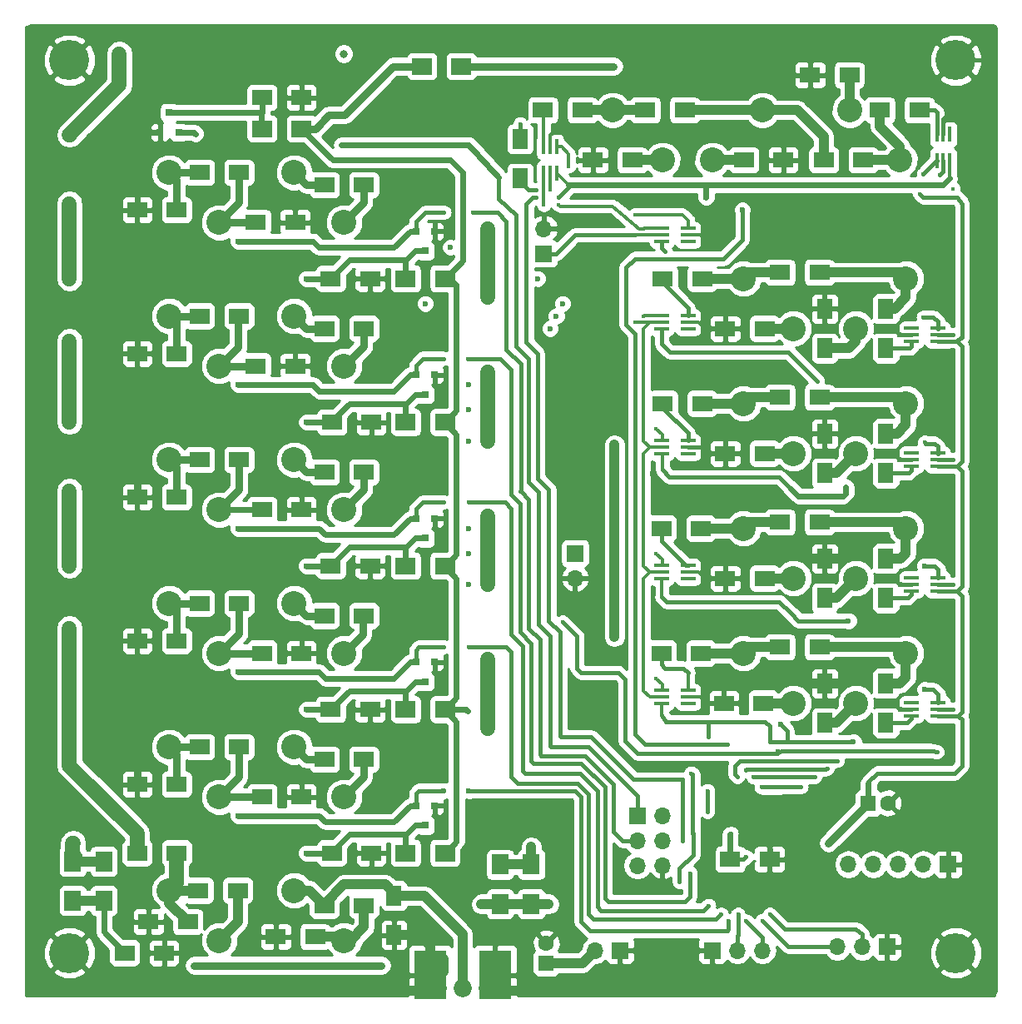
<source format=gbr>
G04 #@! TF.FileFunction,Copper,L2,Bot,Signal*
%FSLAX46Y46*%
G04 Gerber Fmt 4.6, Leading zero omitted, Abs format (unit mm)*
G04 Created by KiCad (PCBNEW 4.0.7-e1-6374~58~ubuntu14.04.1) date Fri Aug  4 16:13:01 2017*
%MOMM*%
%LPD*%
G01*
G04 APERTURE LIST*
%ADD10C,0.100000*%
%ADD11R,2.000000X1.600000*%
%ADD12R,1.600000X2.000000*%
%ADD13R,0.800100X0.800100*%
%ADD14R,1.700000X2.000000*%
%ADD15R,2.000000X1.700000*%
%ADD16R,1.700000X1.700000*%
%ADD17O,1.700000X1.700000*%
%ADD18C,4.064000*%
%ADD19R,0.400000X1.500000*%
%ADD20R,1.500000X0.400000*%
%ADD21R,3.300000X5.000000*%
%ADD22C,1.850000*%
%ADD23C,2.540000*%
%ADD24R,1.600000X1.600000*%
%ADD25C,1.600000*%
%ADD26C,0.600000*%
%ADD27C,0.800000*%
%ADD28C,0.400000*%
%ADD29C,1.300000*%
%ADD30C,1.000000*%
%ADD31C,1.500000*%
%ADD32C,0.450000*%
%ADD33C,0.400000*%
%ADD34C,0.600000*%
%ADD35C,0.350000*%
%ADD36C,0.800000*%
%ADD37C,0.254000*%
G04 APERTURE END LIST*
D10*
D11*
X160115000Y-150114000D03*
X156115000Y-150114000D03*
X143288000Y-148590000D03*
X147288000Y-148590000D03*
D12*
X163195000Y-149130000D03*
X163195000Y-153130000D03*
D11*
X155162000Y-153289000D03*
X151162000Y-153289000D03*
X142208000Y-151765000D03*
X138208000Y-151765000D03*
X141065000Y-144780000D03*
X137065000Y-144780000D03*
X139795000Y-154940000D03*
X135795000Y-154940000D03*
X141065000Y-79375000D03*
X137065000Y-79375000D03*
X141065000Y-93980000D03*
X137065000Y-93980000D03*
X141065000Y-108585000D03*
X137065000Y-108585000D03*
X141065000Y-123190000D03*
X137065000Y-123190000D03*
X141065000Y-137795000D03*
X137065000Y-137795000D03*
X143415000Y-75565000D03*
X147415000Y-75565000D03*
X143415000Y-90170000D03*
X147415000Y-90170000D03*
X143415000Y-104775000D03*
X147415000Y-104775000D03*
X143415000Y-119380000D03*
X147415000Y-119380000D03*
X143415000Y-133985000D03*
X147415000Y-133985000D03*
X149765000Y-67945000D03*
X153765000Y-67945000D03*
X156750000Y-86360000D03*
X160750000Y-86360000D03*
X156877000Y-100965000D03*
X160877000Y-100965000D03*
X156750000Y-115570000D03*
X160750000Y-115570000D03*
X156750000Y-130175000D03*
X160750000Y-130175000D03*
X156877000Y-144780000D03*
X160877000Y-144780000D03*
X149130000Y-95250000D03*
X153130000Y-95250000D03*
X149765000Y-109855000D03*
X153765000Y-109855000D03*
X149765000Y-124460000D03*
X153765000Y-124460000D03*
X149765000Y-139065000D03*
X153765000Y-139065000D03*
X149130000Y-80645000D03*
X153130000Y-80645000D03*
X160115000Y-76835000D03*
X156115000Y-76835000D03*
X160115000Y-91440000D03*
X156115000Y-91440000D03*
X160115000Y-106045000D03*
X156115000Y-106045000D03*
X160115000Y-120650000D03*
X156115000Y-120650000D03*
X160115000Y-135255000D03*
X156115000Y-135255000D03*
D12*
X176022000Y-72168000D03*
X176022000Y-76168000D03*
D11*
X178340000Y-69215000D03*
X182340000Y-69215000D03*
X187420000Y-74295000D03*
X183420000Y-74295000D03*
X188754000Y-69215000D03*
X192754000Y-69215000D03*
X190532000Y-86360000D03*
X194532000Y-86360000D03*
X190532000Y-99060000D03*
X194532000Y-99060000D03*
X190405000Y-111760000D03*
X194405000Y-111760000D03*
X190405000Y-124460000D03*
X194405000Y-124460000D03*
X198787000Y-74295000D03*
X202787000Y-74295000D03*
X200882000Y-91440000D03*
X196882000Y-91440000D03*
X200882000Y-104140000D03*
X196882000Y-104140000D03*
X200882000Y-116840000D03*
X196882000Y-116840000D03*
X200755000Y-129540000D03*
X196755000Y-129540000D03*
X206915000Y-74295000D03*
X210915000Y-74295000D03*
X202470000Y-85725000D03*
X206470000Y-85725000D03*
X202470000Y-98425000D03*
X206470000Y-98425000D03*
X202470000Y-111125000D03*
X206470000Y-111125000D03*
X202470000Y-123825000D03*
X206470000Y-123825000D03*
D13*
X141285000Y-71485760D03*
X139385000Y-71485760D03*
X140335000Y-69486780D03*
X165420000Y-81549240D03*
X167320000Y-81549240D03*
X166370000Y-83548220D03*
X165420000Y-96154240D03*
X167320000Y-96154240D03*
X166370000Y-98153220D03*
X165420000Y-110759240D03*
X167320000Y-110759240D03*
X166370000Y-112758220D03*
X165420000Y-125364240D03*
X167320000Y-125364240D03*
X166370000Y-127363220D03*
X165420000Y-139969240D03*
X167320000Y-139969240D03*
X166370000Y-141968220D03*
D14*
X133667500Y-145637500D03*
X133667500Y-149637500D03*
X130492500Y-145637500D03*
X130492500Y-149637500D03*
D15*
X153765000Y-71120000D03*
X149765000Y-71120000D03*
X168370000Y-86360000D03*
X164370000Y-86360000D03*
X168370000Y-100965000D03*
X164370000Y-100965000D03*
X168370000Y-115570000D03*
X164370000Y-115570000D03*
X168370000Y-130175000D03*
X164370000Y-130175000D03*
X168370000Y-144780000D03*
X164370000Y-144780000D03*
D14*
X173990000Y-145955000D03*
X173990000Y-149955000D03*
X177165000Y-145955000D03*
X177165000Y-149955000D03*
D11*
X209518000Y-65659000D03*
X205518000Y-65659000D03*
D12*
X207010000Y-93440000D03*
X207010000Y-89440000D03*
X207010000Y-106140000D03*
X207010000Y-102140000D03*
X207010000Y-118840000D03*
X207010000Y-114840000D03*
X207010000Y-131540000D03*
X207010000Y-127540000D03*
D11*
X212630000Y-69215000D03*
X216630000Y-69215000D03*
D16*
X181610000Y-114300000D03*
D17*
X181610000Y-116840000D03*
D18*
X130175000Y-64135000D03*
X220345000Y-64135000D03*
X130175000Y-154940000D03*
D15*
X170021000Y-64770000D03*
X166021000Y-64770000D03*
D19*
X178420000Y-72965000D03*
X179070000Y-72965000D03*
X179720000Y-72965000D03*
X179720000Y-75625000D03*
X179070000Y-75625000D03*
X178420000Y-75625000D03*
D20*
X193100000Y-81265000D03*
X193100000Y-81915000D03*
X193100000Y-82565000D03*
X190440000Y-82565000D03*
X190440000Y-81915000D03*
X190440000Y-81265000D03*
X193100000Y-90155000D03*
X193100000Y-90805000D03*
X193100000Y-91455000D03*
X190440000Y-91455000D03*
X190440000Y-90805000D03*
X190440000Y-90155000D03*
X193100000Y-102855000D03*
X193100000Y-103505000D03*
X193100000Y-104155000D03*
X190440000Y-104155000D03*
X190440000Y-103505000D03*
X190440000Y-102855000D03*
X193100000Y-115555000D03*
X193100000Y-116205000D03*
X193100000Y-116855000D03*
X190440000Y-116855000D03*
X190440000Y-116205000D03*
X190440000Y-115555000D03*
X193100000Y-128255000D03*
X193100000Y-128905000D03*
X193100000Y-129555000D03*
X190440000Y-129555000D03*
X190440000Y-128905000D03*
X190440000Y-128255000D03*
D19*
X218425000Y-71695000D03*
X219075000Y-71695000D03*
X219725000Y-71695000D03*
X219725000Y-74355000D03*
X219075000Y-74355000D03*
X218425000Y-74355000D03*
D20*
X215840000Y-92725000D03*
X215840000Y-92075000D03*
X215840000Y-91425000D03*
X218500000Y-91425000D03*
X218500000Y-92075000D03*
X218500000Y-92725000D03*
X215840000Y-105425000D03*
X215840000Y-104775000D03*
X215840000Y-104125000D03*
X218500000Y-104125000D03*
X218500000Y-104775000D03*
X218500000Y-105425000D03*
X215840000Y-118125000D03*
X215840000Y-117475000D03*
X215840000Y-116825000D03*
X218500000Y-116825000D03*
X218500000Y-117475000D03*
X218500000Y-118125000D03*
X215840000Y-130825000D03*
X215840000Y-130175000D03*
X215840000Y-129525000D03*
X218500000Y-129525000D03*
X218500000Y-130175000D03*
X218500000Y-130825000D03*
D12*
X213233000Y-89440000D03*
X213233000Y-93440000D03*
X213233000Y-102140000D03*
X213233000Y-106140000D03*
D21*
X173480000Y-157193000D03*
X166880000Y-157193000D03*
D22*
X170180000Y-158493000D03*
X172720000Y-158493000D03*
X167640000Y-158493000D03*
D18*
X220345000Y-154940000D03*
D23*
X140335000Y-148590000D03*
X145415000Y-153670000D03*
X158115000Y-153670000D03*
X153035000Y-148590000D03*
X145415000Y-139065000D03*
X140335000Y-133985000D03*
X158115000Y-139065000D03*
X153035000Y-133985000D03*
X145415000Y-124460000D03*
X140335000Y-119380000D03*
X158115000Y-124460000D03*
X153035000Y-119380000D03*
X145415000Y-109855000D03*
X140335000Y-104775000D03*
X158115000Y-109855000D03*
X153035000Y-104775000D03*
X145415000Y-95250000D03*
X140335000Y-90170000D03*
X158115000Y-95250000D03*
X153035000Y-90170000D03*
X145415000Y-80645000D03*
X140335000Y-75565000D03*
X158115000Y-80645000D03*
X153035000Y-75565000D03*
X200660000Y-69215000D03*
X195580000Y-74295000D03*
X203835000Y-91440000D03*
X198755000Y-86360000D03*
X215265000Y-86360000D03*
X210185000Y-91440000D03*
X203835000Y-104140000D03*
X198755000Y-99060000D03*
X215265000Y-99060000D03*
X210185000Y-104140000D03*
X215265000Y-111760000D03*
X210185000Y-116840000D03*
X203835000Y-116840000D03*
X198755000Y-111760000D03*
X203835000Y-129540000D03*
X198755000Y-124460000D03*
X215265000Y-124460000D03*
X210185000Y-129540000D03*
X214630000Y-74295000D03*
X209550000Y-69215000D03*
D12*
X213233000Y-114840000D03*
X213233000Y-118840000D03*
X213233000Y-127540000D03*
X213233000Y-131540000D03*
D11*
X197390000Y-145415000D03*
X201390000Y-145415000D03*
D24*
X211455000Y-139700000D03*
D25*
X213455000Y-139700000D03*
D24*
X178689000Y-155956000D03*
D25*
X178689000Y-153956000D03*
D16*
X186182000Y-154686000D03*
D17*
X183642000Y-154686000D03*
D16*
X187960000Y-140970000D03*
D17*
X190500000Y-140970000D03*
X187960000Y-143510000D03*
X190500000Y-143510000D03*
X187960000Y-146050000D03*
X190500000Y-146050000D03*
D16*
X219583000Y-145923000D03*
D17*
X217043000Y-145923000D03*
X214503000Y-145923000D03*
X211963000Y-145923000D03*
X209423000Y-145923000D03*
D16*
X195580000Y-154686000D03*
D17*
X198120000Y-154686000D03*
X200660000Y-154686000D03*
D16*
X178435000Y-83820000D03*
D17*
X178435000Y-81280000D03*
D16*
X213360000Y-154305000D03*
D17*
X210820000Y-154305000D03*
X208280000Y-154305000D03*
D23*
X190500000Y-74295000D03*
X185420000Y-69215000D03*
D26*
X166370000Y-88900000D03*
X168910000Y-83185000D03*
X179070000Y-91440000D03*
X179705000Y-90170000D03*
X180340000Y-88900000D03*
X177800000Y-86360000D03*
X170815000Y-117475000D03*
X170815000Y-111760000D03*
X170815000Y-114300000D03*
X170815000Y-102870000D03*
X170815000Y-97155000D03*
X170815000Y-99695000D03*
X170180000Y-155575000D03*
X170180000Y-153035000D03*
X170180000Y-156845000D03*
X219583000Y-123952000D03*
X219583000Y-128016000D03*
X219583000Y-119888000D03*
X219456000Y-111252000D03*
X219456000Y-115189000D03*
X219456000Y-107188000D03*
X219456000Y-102489000D03*
X219456000Y-98552000D03*
X219456000Y-94361000D03*
X186309000Y-83058000D03*
X186182000Y-80899000D03*
D27*
X183896000Y-130302000D03*
X204533500Y-126873000D03*
X209359500Y-126873000D03*
X204533500Y-113982500D03*
X209423000Y-113982500D03*
D28*
X194881500Y-129349500D03*
D26*
X214757000Y-130175000D03*
X214630000Y-92075000D03*
X214630000Y-104775000D03*
X219710000Y-69469000D03*
X214757000Y-117475000D03*
X194818000Y-105537000D03*
X189484000Y-106172000D03*
X175260000Y-60960000D03*
X186055000Y-60960000D03*
X196215000Y-60960000D03*
X206375000Y-60960000D03*
X164465000Y-60960000D03*
X154305000Y-60960000D03*
X144145000Y-60960000D03*
X216535000Y-60960000D03*
X133985000Y-60960000D03*
D28*
X138049000Y-71501000D03*
X204851000Y-144399000D03*
X206375000Y-144780000D03*
X206375000Y-146050000D03*
X194691000Y-81915000D03*
D26*
X166880000Y-157193000D03*
X137160000Y-135890000D03*
X154305000Y-158750000D03*
X144145000Y-158750000D03*
X133985000Y-158750000D03*
X137160000Y-121285000D03*
X134620000Y-121285000D03*
X137160000Y-106680000D03*
X134620000Y-106680000D03*
X134620000Y-92075000D03*
X137160000Y-92075000D03*
X134620000Y-77470000D03*
X165735000Y-158750000D03*
D27*
X224155000Y-69850000D03*
X224155000Y-80010000D03*
X224155000Y-90170000D03*
X224155000Y-100330000D03*
X224155000Y-110490000D03*
X224155000Y-130810000D03*
X126365000Y-151130000D03*
X126365000Y-140970000D03*
X126365000Y-130810000D03*
X126365000Y-120650000D03*
X126365000Y-110490000D03*
X126365000Y-100330000D03*
X126365000Y-90170000D03*
X126365000Y-80010000D03*
X126365000Y-69850000D03*
X224155000Y-60960000D03*
D26*
X134620000Y-135890000D03*
X186690000Y-158750000D03*
X196215000Y-158750000D03*
X206375000Y-158750000D03*
X216535000Y-158750000D03*
D27*
X224155000Y-120650000D03*
X224155000Y-140970000D03*
X224155000Y-151130000D03*
D28*
X201422000Y-142113000D03*
X201422000Y-142875000D03*
X201422000Y-146304000D03*
X201422000Y-144380000D03*
D26*
X178435000Y-158750000D03*
D28*
X179705000Y-71120000D03*
D26*
X137033000Y-77470000D03*
D28*
X193421000Y-136652000D03*
X216662000Y-77724000D03*
X217043000Y-75692000D03*
X193580000Y-142780000D03*
X192214500Y-147701000D03*
D26*
X207391000Y-143764000D03*
D28*
X179959000Y-78867000D03*
X178435000Y-78867000D03*
X188595000Y-81280000D03*
X189865000Y-127000000D03*
X189865000Y-114300000D03*
X189865000Y-101600000D03*
X188595000Y-90170000D03*
X199009000Y-145161000D03*
X197485000Y-142780000D03*
X176022000Y-70612000D03*
D26*
X217170000Y-115570000D03*
X209423000Y-121158000D03*
D28*
X200558400Y-138074400D03*
X203504800Y-120345200D03*
X204597000Y-138049000D03*
X195199000Y-132969000D03*
D26*
X202565000Y-131699000D03*
X209931000Y-133477000D03*
X217170000Y-128143000D03*
D28*
X209169000Y-107569000D03*
X217170000Y-102997000D03*
X199745600Y-137058400D03*
X205994000Y-137033000D03*
X203555600Y-107696000D03*
D26*
X143002000Y-71628000D03*
D28*
X157861000Y-72771000D03*
X168275000Y-79629000D03*
X171196000Y-79629000D03*
X195072000Y-140589000D03*
X195072000Y-138430000D03*
D26*
X147320000Y-82550000D03*
D28*
X193294000Y-146812000D03*
X170688000Y-94488000D03*
X168275000Y-94488000D03*
D26*
X147320000Y-97155000D03*
D28*
X195199000Y-150114000D03*
X170815000Y-109093000D03*
X168275000Y-109093000D03*
D26*
X147320000Y-111760000D03*
D28*
X170815000Y-123825000D03*
X168275000Y-123825000D03*
X196469000Y-151003000D03*
D26*
X147320000Y-126365000D03*
D28*
X197231000Y-151638000D03*
D26*
X168275000Y-138430000D03*
X170815000Y-138430000D03*
X147320000Y-140970000D03*
D28*
X180340000Y-121285000D03*
D26*
X202311000Y-134493000D03*
D28*
X218440000Y-134493000D03*
D26*
X198628000Y-79375000D03*
D28*
X197104000Y-133731000D03*
X192532000Y-137541000D03*
X192532000Y-143510000D03*
X177673000Y-78105000D03*
X179959000Y-78105000D03*
D26*
X194945000Y-78105000D03*
D28*
X199009000Y-136334500D03*
X206248000Y-96774000D03*
X207264000Y-136144000D03*
X203327000Y-93853000D03*
X217043000Y-90297000D03*
X208280000Y-135382000D03*
X198120000Y-137033000D03*
X190754000Y-83566000D03*
X220091000Y-104775000D03*
X220091000Y-130175000D03*
X220091000Y-117475000D03*
X220091000Y-77216000D03*
X218694000Y-75819000D03*
X220091000Y-92075000D03*
X149733000Y-69469000D03*
D26*
X154305000Y-86360000D03*
X154305000Y-100965000D03*
X177165000Y-144145000D03*
D28*
X180975000Y-74930000D03*
X187706000Y-79883000D03*
D26*
X154305000Y-115570000D03*
X170688000Y-130302000D03*
D27*
X132080000Y-145637500D03*
X130556000Y-143764000D03*
D28*
X198183500Y-151003000D03*
X199009000Y-151701500D03*
X201422000Y-151003000D03*
X200660000Y-151638000D03*
D27*
X178943000Y-149987000D03*
X172085000Y-149987000D03*
X185610500Y-103251000D03*
X185610500Y-122809000D03*
D26*
X142875000Y-156210000D03*
X161925000Y-156210000D03*
D27*
X132080000Y-149637500D03*
X130175000Y-86360000D03*
X130175000Y-78740000D03*
X130175000Y-71755000D03*
X130175000Y-92710000D03*
X130175000Y-100965000D03*
X130175000Y-107950000D03*
X130175000Y-115570000D03*
X130175000Y-121920000D03*
X135255000Y-63500000D03*
X130175000Y-130175000D03*
D26*
X154305000Y-130175000D03*
X154305000Y-144780000D03*
D29*
X172720000Y-125095000D03*
X172720000Y-132080000D03*
X172720000Y-81280000D03*
X172720000Y-88265000D03*
X172720000Y-102870000D03*
X172720000Y-95885000D03*
X172720000Y-117475000D03*
D28*
X172720000Y-110490000D03*
D27*
X158075000Y-63500000D03*
D28*
X179070000Y-77343000D03*
X177673000Y-77343000D03*
X187706000Y-81915000D03*
X187706000Y-90805000D03*
X185547000Y-64770000D03*
D30*
X147288000Y-148590000D02*
X147288000Y-151797000D01*
X147288000Y-151797000D02*
X145415000Y-153670000D01*
X155162000Y-153289000D02*
X157734000Y-153289000D01*
X157734000Y-153289000D02*
X158115000Y-153670000D01*
X160115000Y-150114000D02*
X160115000Y-152305000D01*
X160115000Y-152305000D02*
X158750000Y-153670000D01*
X158750000Y-153670000D02*
X158115000Y-153670000D01*
X170180000Y-153035000D02*
X170180000Y-155575000D01*
X170180000Y-155575000D02*
X170180000Y-156845000D01*
X166275000Y-149130000D02*
X170180000Y-153035000D01*
X166275000Y-149130000D02*
X163195000Y-149130000D01*
X156115000Y-150114000D02*
X156115000Y-149955000D01*
X156115000Y-149955000D02*
X158115000Y-147955000D01*
X162274000Y-147955000D02*
X163195000Y-148876000D01*
X158115000Y-147955000D02*
X162274000Y-147955000D01*
X153035000Y-148590000D02*
X154591000Y-148590000D01*
X154591000Y-148590000D02*
X156115000Y-150114000D01*
X163036000Y-148717000D02*
X163195000Y-148876000D01*
X170180000Y-156845000D02*
X170180000Y-158366000D01*
D31*
X141065000Y-144780000D02*
X141065000Y-147860000D01*
X141065000Y-147860000D02*
X140335000Y-148590000D01*
D30*
X140335000Y-148590000D02*
X143288000Y-148590000D01*
X140335000Y-148590000D02*
X140335000Y-149892000D01*
X140335000Y-149892000D02*
X142208000Y-151765000D01*
X143161000Y-148463000D02*
X143288000Y-148590000D01*
D32*
X178435000Y-81280000D02*
X179959000Y-81280000D01*
X180340000Y-80899000D02*
X186182000Y-80899000D01*
X179959000Y-81280000D02*
X180340000Y-80899000D01*
D30*
X207010000Y-127540000D02*
X205200500Y-127540000D01*
X205200500Y-127540000D02*
X204533500Y-126873000D01*
X207010000Y-127540000D02*
X208692500Y-127540000D01*
X208692500Y-127540000D02*
X209359500Y-126873000D01*
X207010000Y-114840000D02*
X205391000Y-114840000D01*
X205391000Y-114840000D02*
X204533500Y-113982500D01*
X207010000Y-114840000D02*
X208565500Y-114840000D01*
X208565500Y-114840000D02*
X209423000Y-113982500D01*
D33*
X215840000Y-130175000D02*
X214757000Y-130175000D01*
X215840000Y-92075000D02*
X214630000Y-92075000D01*
X215840000Y-104775000D02*
X214630000Y-104775000D01*
X219075000Y-71695000D02*
X219075000Y-70104000D01*
X219075000Y-70104000D02*
X219710000Y-69469000D01*
X220345000Y-64135000D02*
X224155000Y-64135000D01*
X215840000Y-117475000D02*
X214757000Y-117475000D01*
X194881500Y-103822500D02*
X194881500Y-105473500D01*
X194881500Y-105473500D02*
X194818000Y-105537000D01*
X193100000Y-103505000D02*
X194564000Y-103505000D01*
X195199000Y-104140000D02*
X196882000Y-104140000D01*
X194564000Y-103505000D02*
X194881500Y-103822500D01*
X194881500Y-103822500D02*
X195199000Y-104140000D01*
D34*
X139385000Y-71485760D02*
X138064240Y-71485760D01*
X138064240Y-71485760D02*
X138049000Y-71501000D01*
D32*
X204851000Y-144399000D02*
X205232000Y-144780000D01*
X205232000Y-144780000D02*
X206375000Y-144780000D01*
D35*
X193100000Y-90805000D02*
X194183000Y-90805000D01*
X194183000Y-90805000D02*
X194818000Y-91440000D01*
X193100000Y-116205000D02*
X194183000Y-116205000D01*
X194818000Y-116840000D02*
X196755000Y-116840000D01*
X194183000Y-116205000D02*
X194818000Y-116840000D01*
X193100000Y-128905000D02*
X194437000Y-128905000D01*
X195072000Y-129540000D02*
X196755000Y-129540000D01*
X194437000Y-128905000D02*
X194881500Y-129349500D01*
X194881500Y-129349500D02*
X195072000Y-129540000D01*
X193100000Y-81915000D02*
X194691000Y-81915000D01*
D30*
X165640000Y-153130000D02*
X165830000Y-153130000D01*
X163195000Y-153130000D02*
X165640000Y-153130000D01*
X166880000Y-154180000D02*
X166880000Y-157193000D01*
X165830000Y-153130000D02*
X166880000Y-154180000D01*
X168275000Y-155575000D02*
X168275000Y-156845000D01*
D36*
X137065000Y-137795000D02*
X137065000Y-135985000D01*
X137065000Y-135985000D02*
X137160000Y-135890000D01*
X137065000Y-123190000D02*
X137065000Y-121380000D01*
X137065000Y-121380000D02*
X137160000Y-121285000D01*
X137065000Y-108585000D02*
X137065000Y-106775000D01*
X137065000Y-106775000D02*
X137160000Y-106680000D01*
D34*
X137065000Y-93980000D02*
X137065000Y-92170000D01*
X137065000Y-92170000D02*
X137160000Y-92075000D01*
D30*
X126365000Y-60960000D02*
X133985000Y-60960000D01*
X133985000Y-60960000D02*
X144145000Y-60960000D01*
X144145000Y-60960000D02*
X154305000Y-60960000D01*
X154305000Y-60960000D02*
X164465000Y-60960000D01*
X164465000Y-60960000D02*
X175260000Y-60960000D01*
X175260000Y-60960000D02*
X186055000Y-60960000D01*
X186055000Y-60960000D02*
X196215000Y-60960000D01*
X196215000Y-60960000D02*
X206375000Y-60960000D01*
X206375000Y-60960000D02*
X216535000Y-60960000D01*
X216535000Y-60960000D02*
X224155000Y-60960000D01*
X126365000Y-69850000D02*
X126365000Y-60960000D01*
X224155000Y-60960000D02*
X224155000Y-64135000D01*
X224155000Y-64135000D02*
X224155000Y-69850000D01*
X224155000Y-69850000D02*
X224155000Y-80010000D01*
X224155000Y-80010000D02*
X224155000Y-90170000D01*
X224155000Y-90170000D02*
X224155000Y-100330000D01*
X224155000Y-100330000D02*
X224155000Y-110490000D01*
X126365000Y-158750000D02*
X126365000Y-151130000D01*
X178435000Y-158750000D02*
X174625000Y-158750000D01*
X167640000Y-158750000D02*
X163830000Y-158750000D01*
X165735000Y-158750000D02*
X154305000Y-158750000D01*
X154305000Y-158750000D02*
X144145000Y-158750000D01*
X144145000Y-158750000D02*
X133985000Y-158750000D01*
X133985000Y-158750000D02*
X126365000Y-158750000D01*
X126365000Y-151130000D02*
X126365000Y-140970000D01*
X126365000Y-140970000D02*
X126365000Y-130810000D01*
X126365000Y-130810000D02*
X126365000Y-120650000D01*
X126365000Y-120650000D02*
X126365000Y-110490000D01*
X126365000Y-110490000D02*
X126365000Y-100330000D01*
X126365000Y-100330000D02*
X126365000Y-90170000D01*
X126365000Y-90170000D02*
X126365000Y-80010000D01*
X126365000Y-80010000D02*
X126365000Y-69850000D01*
X186690000Y-158750000D02*
X178435000Y-158750000D01*
X224155000Y-130810000D02*
X224155000Y-131445000D01*
X224155000Y-110490000D02*
X224155000Y-120650000D01*
X224155000Y-120650000D02*
X224155000Y-131445000D01*
X224155000Y-131445000D02*
X224155000Y-140970000D01*
X224155000Y-140970000D02*
X224155000Y-151130000D01*
X224155000Y-151130000D02*
X224155000Y-158750000D01*
X224155000Y-158750000D02*
X216535000Y-158750000D01*
X216535000Y-158750000D02*
X206375000Y-158750000D01*
X206375000Y-158750000D02*
X196215000Y-158750000D01*
X196215000Y-158750000D02*
X186690000Y-158750000D01*
D32*
X201422000Y-144380000D02*
X201422000Y-142875000D01*
D34*
X201390000Y-144412000D02*
X201422000Y-144380000D01*
D35*
X179070000Y-72965000D02*
X179070000Y-71755000D01*
X179070000Y-71755000D02*
X179705000Y-71120000D01*
D32*
X201390000Y-146272000D02*
X201422000Y-146304000D01*
X201390000Y-145415000D02*
X201390000Y-146272000D01*
D34*
X201390000Y-145415000D02*
X201390000Y-144412000D01*
X137065000Y-79375000D02*
X137065000Y-77502000D01*
X137065000Y-77502000D02*
X137033000Y-77470000D01*
D35*
X194818000Y-91440000D02*
X196755000Y-91440000D01*
D36*
X141065000Y-123190000D02*
X141065000Y-120110000D01*
X141065000Y-120110000D02*
X140335000Y-119380000D01*
X140335000Y-119380000D02*
X143415000Y-119380000D01*
X140335000Y-133985000D02*
X143415000Y-133985000D01*
X141065000Y-137795000D02*
X141065000Y-134715000D01*
X141065000Y-134715000D02*
X140335000Y-133985000D01*
X141065000Y-79375000D02*
X141065000Y-76295000D01*
D34*
X141065000Y-76295000D02*
X140335000Y-75565000D01*
D36*
X140430000Y-75660000D02*
X140335000Y-75565000D01*
X143415000Y-75565000D02*
X140335000Y-75565000D01*
X140335000Y-90170000D02*
X143415000Y-90170000D01*
X141065000Y-93980000D02*
X141065000Y-90900000D01*
D34*
X141065000Y-90900000D02*
X140335000Y-90170000D01*
D36*
X141065000Y-108585000D02*
X141065000Y-105505000D01*
X141065000Y-105505000D02*
X140335000Y-104775000D01*
X143415000Y-104775000D02*
X140335000Y-104775000D01*
X147415000Y-75565000D02*
X147415000Y-78645000D01*
X160115000Y-78645000D02*
X158115000Y-80645000D01*
X149130000Y-80645000D02*
X145415000Y-80645000D01*
X147415000Y-78645000D02*
X145415000Y-80645000D01*
X160115000Y-76835000D02*
X160115000Y-78645000D01*
X160115000Y-91440000D02*
X160115000Y-93250000D01*
X147320000Y-93345000D02*
X147320000Y-90265000D01*
X147320000Y-90265000D02*
X147415000Y-90170000D01*
X145415000Y-95250000D02*
X149130000Y-95250000D01*
X145415000Y-95250000D02*
X147320000Y-93345000D01*
X160115000Y-93250000D02*
X158115000Y-95250000D01*
X160115000Y-106045000D02*
X160115000Y-107855000D01*
X147415000Y-104775000D02*
X147415000Y-107855000D01*
D34*
X149765000Y-109855000D02*
X145415000Y-109855000D01*
D36*
X147415000Y-107855000D02*
X145415000Y-109855000D01*
X160115000Y-107855000D02*
X158115000Y-109855000D01*
X154305000Y-91440000D02*
X156115000Y-91440000D01*
X153035000Y-90170000D02*
X154305000Y-91440000D01*
D32*
X211455000Y-137668000D02*
X211455000Y-137541000D01*
D34*
X211455000Y-139700000D02*
X211455000Y-137668000D01*
D32*
X220980000Y-131221000D02*
X220584000Y-130825000D01*
X220980000Y-135890000D02*
X220980000Y-131221000D01*
X220218000Y-136652000D02*
X220980000Y-135890000D01*
X212344000Y-136652000D02*
X220218000Y-136652000D01*
X211455000Y-137541000D02*
X212344000Y-136652000D01*
X193580000Y-136811000D02*
X193580000Y-142780000D01*
X193421000Y-136652000D02*
X193580000Y-136811000D01*
D33*
X220457000Y-118125000D02*
X220487000Y-118125000D01*
X220980000Y-130429000D02*
X220584000Y-130825000D01*
X220980000Y-118618000D02*
X220980000Y-130429000D01*
X220487000Y-118125000D02*
X220980000Y-118618000D01*
X220584000Y-130825000D02*
X218500000Y-130825000D01*
X220472000Y-105410000D02*
X220980000Y-105918000D01*
X220457000Y-118125000D02*
X218500000Y-118125000D01*
X220980000Y-117602000D02*
X220457000Y-118125000D01*
X220980000Y-105918000D02*
X220980000Y-117602000D01*
X220472000Y-92710000D02*
X220472000Y-92695000D01*
X217043000Y-78105000D02*
X217297000Y-78105000D01*
X217043000Y-75692000D02*
X218380000Y-74355000D01*
X220980000Y-92329000D02*
X220472000Y-92695000D01*
X220980000Y-78740000D02*
X220980000Y-92329000D01*
X220472000Y-78105000D02*
X220980000Y-78740000D01*
X217297000Y-78105000D02*
X220472000Y-78105000D01*
X216662000Y-77724000D02*
X217043000Y-78105000D01*
X220472000Y-92710000D02*
X220980000Y-93218000D01*
X220980000Y-93218000D02*
X220980000Y-104902000D01*
X220980000Y-104902000D02*
X220472000Y-105410000D01*
X220472000Y-105410000D02*
X220457000Y-105425000D01*
X220457000Y-105425000D02*
X218500000Y-105425000D01*
X218500000Y-92725000D02*
X220472000Y-92710000D01*
X218425000Y-74355000D02*
X218380000Y-74355000D01*
D32*
X193611500Y-142811500D02*
X193611500Y-144970500D01*
X192214500Y-146367500D02*
X192214500Y-147701000D01*
X193611500Y-144970500D02*
X192214500Y-146367500D01*
X193611500Y-142811500D02*
X193580000Y-142780000D01*
D35*
X178420000Y-75625000D02*
X178420000Y-78852000D01*
X188150500Y-81280000D02*
X185420000Y-78994000D01*
X188150500Y-81280000D02*
X188595000Y-81280000D01*
X180086000Y-78994000D02*
X185420000Y-78994000D01*
X179959000Y-78867000D02*
X180086000Y-78994000D01*
X178420000Y-78852000D02*
X178435000Y-78867000D01*
X188610000Y-81265000D02*
X190440000Y-81265000D01*
X188595000Y-81280000D02*
X188610000Y-81265000D01*
X190500000Y-127635000D02*
X190500000Y-128195000D01*
X189865000Y-127000000D02*
X190500000Y-127635000D01*
X190500000Y-128195000D02*
X190440000Y-128255000D01*
X190500000Y-114935000D02*
X190500000Y-115495000D01*
X189865000Y-114300000D02*
X190500000Y-114935000D01*
X190500000Y-115495000D02*
X190440000Y-115555000D01*
X190440000Y-90155000D02*
X188610000Y-90155000D01*
X190500000Y-102235000D02*
X190500000Y-102795000D01*
X189865000Y-101600000D02*
X190500000Y-102235000D01*
X188610000Y-90155000D02*
X188595000Y-90170000D01*
X190500000Y-102795000D02*
X190440000Y-102855000D01*
D32*
X199009000Y-145161000D02*
X198755000Y-145415000D01*
X197390000Y-142875000D02*
X197485000Y-142780000D01*
D36*
X211455000Y-139700000D02*
X207391000Y-143764000D01*
D32*
X198755000Y-145415000D02*
X197390000Y-145415000D01*
D34*
X197390000Y-145415000D02*
X197390000Y-142875000D01*
D33*
X176022000Y-72168000D02*
X176022000Y-70612000D01*
D30*
X190500000Y-74295000D02*
X187420000Y-74295000D01*
X200660000Y-69215000D02*
X204216000Y-69215000D01*
X206915000Y-71914000D02*
X206915000Y-74295000D01*
X204216000Y-69215000D02*
X206915000Y-71914000D01*
X192754000Y-69215000D02*
X200660000Y-69215000D01*
X198787000Y-74295000D02*
X195580000Y-74295000D01*
X210915000Y-74295000D02*
X214630000Y-74295000D01*
X214630000Y-74295000D02*
X214630000Y-72898000D01*
X212630000Y-70898000D02*
X212630000Y-69215000D01*
X214630000Y-72898000D02*
X212630000Y-70898000D01*
D32*
X203504800Y-120345200D02*
X203530200Y-120345200D01*
D33*
X218567000Y-115951000D02*
X218567000Y-116782998D01*
D32*
X218186000Y-115570000D02*
X218567000Y-115951000D01*
X217170000Y-115570000D02*
X218186000Y-115570000D01*
X204343000Y-121158000D02*
X209423000Y-121158000D01*
X203530200Y-120345200D02*
X204343000Y-121158000D01*
X200558400Y-138074400D02*
X204597000Y-138049000D01*
D35*
X190440000Y-118761200D02*
X190440000Y-116855000D01*
D32*
X190906400Y-119227600D02*
X190440000Y-118761200D01*
X202387200Y-119227600D02*
X190906400Y-119227600D01*
X203504800Y-120345200D02*
X202387200Y-119227600D01*
X195199000Y-132969000D02*
X195199000Y-131445000D01*
X203200000Y-132334000D02*
X203200000Y-133477000D01*
X202565000Y-131699000D02*
X203200000Y-132334000D01*
X217170000Y-128143000D02*
X218059000Y-128143000D01*
X201422000Y-133477000D02*
X203200000Y-133477000D01*
X203200000Y-133477000D02*
X209931000Y-133477000D01*
X218567000Y-128651000D02*
X218567000Y-129458000D01*
X218059000Y-128143000D02*
X218567000Y-128651000D01*
D33*
X218567000Y-129458000D02*
X218500000Y-129525000D01*
D32*
X201422000Y-133477000D02*
X201422000Y-131826000D01*
X201422000Y-131826000D02*
X200914000Y-131445000D01*
X200914000Y-131445000D02*
X195199000Y-131445000D01*
X195199000Y-131445000D02*
X190881000Y-131445000D01*
X190881000Y-131445000D02*
X190440000Y-130750000D01*
D35*
X190440000Y-130750000D02*
X190440000Y-129555000D01*
D34*
X203555600Y-107696000D02*
X203581000Y-107696000D01*
D32*
X217170000Y-102997000D02*
X217297000Y-103124000D01*
X217297000Y-103124000D02*
X218186000Y-103124000D01*
X218186000Y-103124000D02*
X218500000Y-103438000D01*
X218500000Y-103438000D02*
X218500000Y-104149998D01*
D34*
X209169000Y-108204000D02*
X209169000Y-107569000D01*
X208915000Y-108458000D02*
X209169000Y-108204000D01*
X204343000Y-108458000D02*
X208915000Y-108458000D01*
X203581000Y-107696000D02*
X204343000Y-108458000D01*
D32*
X218500000Y-104149998D02*
X218500000Y-104125000D01*
D35*
X190500000Y-104215000D02*
X190500000Y-105816400D01*
D32*
X199745600Y-137058400D02*
X205994000Y-137033000D01*
X203555600Y-107696000D02*
X203060300Y-107200700D01*
X203060300Y-107200700D02*
X202387200Y-106527600D01*
X202387200Y-106527600D02*
X191211200Y-106527600D01*
X191211200Y-106527600D02*
X190500000Y-105816400D01*
D35*
X190500000Y-104215000D02*
X190440000Y-104155000D01*
D32*
X176911000Y-107061000D02*
X176911000Y-94488000D01*
X187960000Y-138938000D02*
X183007000Y-133985000D01*
X183007000Y-133985000D02*
X179197000Y-133985000D01*
X179197000Y-133985000D02*
X179070000Y-133858000D01*
X179070000Y-133858000D02*
X179070000Y-122682000D01*
X179070000Y-122682000D02*
X177927000Y-121539000D01*
X177927000Y-121539000D02*
X177927000Y-108077000D01*
X177927000Y-108077000D02*
X176911000Y-107061000D01*
X187960000Y-140970000D02*
X187960000Y-138938000D01*
D34*
X141285000Y-71485760D02*
X142859760Y-71485760D01*
X142859760Y-71485760D02*
X143002000Y-71628000D01*
X170815000Y-72771000D02*
X157861000Y-72771000D01*
X173863000Y-76073000D02*
X170815000Y-72771000D01*
D32*
X173863000Y-78232000D02*
X173863000Y-76073000D01*
X175641000Y-79883000D02*
X173863000Y-78232000D01*
X175641000Y-93218000D02*
X175641000Y-79883000D01*
X176911000Y-94488000D02*
X175641000Y-93218000D01*
X176085500Y-108013500D02*
X176085500Y-95059500D01*
X165420000Y-80579000D02*
X165420000Y-81549240D01*
X166370000Y-79629000D02*
X165420000Y-80579000D01*
X168275000Y-79629000D02*
X166370000Y-79629000D01*
X173736000Y-79629000D02*
X171196000Y-79629000D01*
X174625000Y-80518000D02*
X173736000Y-79629000D01*
X174625000Y-93599000D02*
X174625000Y-80518000D01*
X176085500Y-95059500D02*
X174625000Y-93599000D01*
X176911000Y-108839000D02*
X176085500Y-108013500D01*
X176085500Y-108013500D02*
X176022000Y-107950000D01*
X176911000Y-121920000D02*
X176911000Y-108839000D01*
X178054000Y-123063000D02*
X176911000Y-121920000D01*
X178054000Y-134747000D02*
X178054000Y-123063000D01*
X178181000Y-134874000D02*
X178054000Y-134747000D01*
X182626000Y-134874000D02*
X178181000Y-134874000D01*
X185547000Y-137795000D02*
X182626000Y-134874000D01*
X185547000Y-142621000D02*
X185547000Y-137795000D01*
X195072000Y-138430000D02*
X195072000Y-140589000D01*
D34*
X165420000Y-81549240D02*
X164830760Y-81549240D01*
X164830760Y-81549240D02*
X163195000Y-83185000D01*
X163195000Y-83185000D02*
X155575000Y-83185000D01*
X155575000Y-83185000D02*
X154940000Y-82550000D01*
X154940000Y-82550000D02*
X147320000Y-82550000D01*
X165420000Y-81549240D02*
X165338760Y-81549240D01*
D32*
X186436000Y-143510000D02*
X185547000Y-142621000D01*
X187960000Y-143510000D02*
X186436000Y-143510000D01*
X165420000Y-96154240D02*
X165420000Y-95184000D01*
X176022000Y-109220000D02*
X175133000Y-108331000D01*
X176022000Y-122301000D02*
X176022000Y-109220000D01*
X177165000Y-123444000D02*
X176022000Y-122301000D01*
X177165000Y-135382000D02*
X177165000Y-123444000D01*
X177419000Y-135636000D02*
X177165000Y-135382000D01*
X182245000Y-135636000D02*
X177419000Y-135636000D01*
X184658000Y-138049000D02*
X182245000Y-135636000D01*
X184658000Y-149352000D02*
X184658000Y-138049000D01*
X185039000Y-149733000D02*
X184658000Y-149352000D01*
X192786000Y-149733000D02*
X185039000Y-149733000D01*
X193294000Y-149225000D02*
X192786000Y-149733000D01*
X193294000Y-146812000D02*
X193294000Y-149225000D01*
X175133000Y-95631000D02*
X175133000Y-108331000D01*
X173990000Y-94488000D02*
X175133000Y-95631000D01*
X170688000Y-94488000D02*
X173990000Y-94488000D01*
X166116000Y-94488000D02*
X168275000Y-94488000D01*
X165420000Y-95184000D02*
X166116000Y-94488000D01*
D34*
X165420000Y-96154240D02*
X164830760Y-96154240D01*
X154940000Y-97155000D02*
X147320000Y-97155000D01*
X155575000Y-97790000D02*
X154940000Y-97155000D01*
X163195000Y-97790000D02*
X155575000Y-97790000D01*
X164830760Y-96154240D02*
X163195000Y-97790000D01*
D32*
X165420000Y-110759240D02*
X165420000Y-109789000D01*
X194691000Y-150622000D02*
X195199000Y-150114000D01*
X184277000Y-150622000D02*
X194691000Y-150622000D01*
X183896000Y-150241000D02*
X184277000Y-150622000D01*
X183896000Y-138430000D02*
X183896000Y-150241000D01*
X182118000Y-136652000D02*
X183896000Y-138430000D01*
X176530000Y-136652000D02*
X182118000Y-136652000D01*
X176276000Y-136398000D02*
X176530000Y-136652000D01*
X176276000Y-123698000D02*
X176276000Y-136398000D01*
X175133000Y-122555000D02*
X176276000Y-123698000D01*
X175133000Y-109728000D02*
X175133000Y-122555000D01*
X174498000Y-109093000D02*
X175133000Y-109728000D01*
X170815000Y-109093000D02*
X174498000Y-109093000D01*
X166116000Y-109093000D02*
X168275000Y-109093000D01*
X165420000Y-109789000D02*
X166116000Y-109093000D01*
D34*
X165420000Y-110759240D02*
X164830760Y-110759240D01*
X155575000Y-111760000D02*
X147320000Y-111760000D01*
X156210000Y-112395000D02*
X155575000Y-111760000D01*
X163195000Y-112395000D02*
X156210000Y-112395000D01*
X164830760Y-110759240D02*
X163195000Y-112395000D01*
D32*
X183007000Y-151003000D02*
X183515000Y-151511000D01*
X174625000Y-123825000D02*
X175133000Y-124333000D01*
X170815000Y-123825000D02*
X174625000Y-123825000D01*
X165420000Y-125364240D02*
X165420000Y-124140000D01*
X165735000Y-123825000D02*
X168275000Y-123825000D01*
X165420000Y-124140000D02*
X165735000Y-123825000D01*
X183007000Y-138811000D02*
X183007000Y-151003000D01*
X181864000Y-137668000D02*
X183007000Y-138811000D01*
X175768000Y-137668000D02*
X181864000Y-137668000D01*
X175133000Y-137033000D02*
X175768000Y-137668000D01*
X175133000Y-124333000D02*
X175133000Y-137033000D01*
X195961000Y-151511000D02*
X196469000Y-151003000D01*
X183515000Y-151511000D02*
X195961000Y-151511000D01*
D34*
X165420000Y-125364240D02*
X164830760Y-125364240D01*
X155575000Y-126365000D02*
X147320000Y-126365000D01*
X156210000Y-127000000D02*
X155575000Y-126365000D01*
X163195000Y-127000000D02*
X156210000Y-127000000D01*
X164830760Y-125364240D02*
X163195000Y-127000000D01*
D32*
X183134000Y-152654000D02*
X197104000Y-152654000D01*
X197104000Y-152654000D02*
X197231000Y-152527000D01*
X197231000Y-152527000D02*
X197231000Y-151638000D01*
X181610000Y-138430000D02*
X182245000Y-139065000D01*
X182245000Y-139065000D02*
X182245000Y-151765000D01*
X175260000Y-138430000D02*
X170815000Y-138430000D01*
X165420000Y-138745000D02*
X165735000Y-138430000D01*
X165735000Y-138430000D02*
X168275000Y-138430000D01*
X165420000Y-138745000D02*
X165420000Y-139969240D01*
X175260000Y-138430000D02*
X181610000Y-138430000D01*
X182245000Y-151765000D02*
X183134000Y-152654000D01*
D34*
X165420000Y-139969240D02*
X164830760Y-139969240D01*
X155575000Y-140970000D02*
X147320000Y-140970000D01*
X156210000Y-141605000D02*
X155575000Y-140970000D01*
X163195000Y-141605000D02*
X156210000Y-141605000D01*
X164830760Y-139969240D02*
X163195000Y-141605000D01*
D32*
X180340000Y-121285000D02*
X181800500Y-122745500D01*
X185991500Y-126428500D02*
X186690000Y-127127000D01*
X182245000Y-126428500D02*
X185991500Y-126428500D01*
X181800500Y-125984000D02*
X182245000Y-126428500D01*
X181800500Y-122745500D02*
X181800500Y-125984000D01*
X201676000Y-134620000D02*
X202184000Y-134620000D01*
X202184000Y-134620000D02*
X202311000Y-134493000D01*
X187960000Y-134620000D02*
X201676000Y-134620000D01*
X186690000Y-133350000D02*
X187960000Y-134620000D01*
X186690000Y-127127000D02*
X186690000Y-133350000D01*
X217932000Y-134366000D02*
X218440000Y-134493000D01*
X202311000Y-134493000D02*
X202819000Y-134366000D01*
X202819000Y-134366000D02*
X217932000Y-134366000D01*
X197104000Y-133731000D02*
X188722000Y-133731000D01*
X188722000Y-133731000D02*
X187706000Y-132715000D01*
X187706000Y-132715000D02*
X187706000Y-91948000D01*
X187706000Y-91948000D02*
X186817000Y-91059000D01*
X186817000Y-91059000D02*
X186817000Y-85217000D01*
X186817000Y-85217000D02*
X187706000Y-84328000D01*
X187706000Y-84328000D02*
X196723000Y-84328000D01*
X196723000Y-84328000D02*
X198628000Y-82423000D01*
X198628000Y-82423000D02*
X198628000Y-79375000D01*
X180086000Y-129794000D02*
X180086000Y-132842000D01*
X187579000Y-137287000D02*
X192532000Y-137287000D01*
X183261000Y-132969000D02*
X187579000Y-137287000D01*
X180086000Y-122301000D02*
X180086000Y-129794000D01*
X178943000Y-121158000D02*
X180086000Y-122301000D01*
X178943000Y-107823000D02*
X178943000Y-121158000D01*
X177800000Y-106680000D02*
X178943000Y-107823000D01*
X177800000Y-93980000D02*
X177800000Y-106680000D01*
X176657000Y-92837000D02*
X177800000Y-93980000D01*
X176657000Y-79248000D02*
X176657000Y-92837000D01*
X180213000Y-132969000D02*
X183261000Y-132969000D01*
X180086000Y-132842000D02*
X180213000Y-132969000D01*
X192532000Y-143510000D02*
X192532000Y-137541000D01*
X192532000Y-137541000D02*
X192532000Y-137287000D01*
X176657000Y-78740000D02*
X177292000Y-78105000D01*
X177292000Y-78105000D02*
X177673000Y-78105000D01*
X180975000Y-76835000D02*
X180975000Y-77089000D01*
X180975000Y-77089000D02*
X179959000Y-78105000D01*
X176657000Y-79248000D02*
X176657000Y-78740000D01*
D35*
X179720000Y-75625000D02*
X179765000Y-75625000D01*
X179765000Y-75625000D02*
X180975000Y-76835000D01*
D34*
X180975000Y-76835000D02*
X194945000Y-76835000D01*
D35*
X219725000Y-76185000D02*
X219725000Y-74355000D01*
D34*
X194945000Y-78105000D02*
X194945000Y-76835000D01*
X194945000Y-76835000D02*
X219075000Y-76835000D01*
X219075000Y-76835000D02*
X219725000Y-76185000D01*
D32*
X199009000Y-136334500D02*
X199072500Y-136271000D01*
X199072500Y-136271000D02*
X207137000Y-136271000D01*
X207137000Y-136271000D02*
X207264000Y-136144000D01*
X206248000Y-96774000D02*
X203327000Y-93853000D01*
X218500000Y-91449998D02*
X218500000Y-90738000D01*
X217043000Y-90297000D02*
X218059000Y-90297000D01*
X218059000Y-90297000D02*
X218500000Y-90738000D01*
X218500000Y-91449998D02*
X218500000Y-91425000D01*
D33*
X190440000Y-93031000D02*
X190440000Y-91455000D01*
D32*
X191262000Y-93853000D02*
X190440000Y-93031000D01*
X203327000Y-93853000D02*
X191262000Y-93853000D01*
X198374000Y-135382000D02*
X208280000Y-135382000D01*
X197866000Y-135890000D02*
X198374000Y-135382000D01*
X197866000Y-136779000D02*
X197866000Y-135890000D01*
X198120000Y-137033000D02*
X197866000Y-136779000D01*
X190440000Y-82565000D02*
X190440000Y-83252000D01*
X190440000Y-83252000D02*
X190754000Y-83566000D01*
D33*
X220091000Y-104775000D02*
X218500000Y-104775000D01*
X218500000Y-130175000D02*
X220091000Y-130175000D01*
X220091000Y-117475000D02*
X218500000Y-117475000D01*
X219075000Y-74355000D02*
X219075000Y-75438000D01*
X219075000Y-75438000D02*
X218694000Y-75819000D01*
X220091000Y-92075000D02*
X218500000Y-92075000D01*
D30*
X209550000Y-69215000D02*
X209550000Y-65691000D01*
X209550000Y-65691000D02*
X209518000Y-65659000D01*
D34*
X149765000Y-69437000D02*
X149765000Y-67945000D01*
X149733000Y-69469000D02*
X149765000Y-69437000D01*
X149733000Y-69469000D02*
X140352780Y-69469000D01*
X140352780Y-69469000D02*
X140335000Y-69486780D01*
X149733000Y-69469000D02*
X149733000Y-71088000D01*
X149733000Y-71088000D02*
X149765000Y-71120000D01*
X164370000Y-86360000D02*
X164370000Y-84455000D01*
X164370000Y-84455000D02*
X164465000Y-84455000D01*
X166370000Y-83548220D02*
X165371780Y-83548220D01*
X164465000Y-84455000D02*
X158655000Y-84455000D01*
X165371780Y-83548220D02*
X164465000Y-84455000D01*
X156750000Y-86360000D02*
X154305000Y-86360000D01*
X158655000Y-84455000D02*
X156750000Y-86360000D01*
X156750000Y-100965000D02*
X154305000Y-100965000D01*
X158655000Y-99060000D02*
X156750000Y-100965000D01*
X164465000Y-99060000D02*
X158655000Y-99060000D01*
X164370000Y-99060000D02*
X164465000Y-99060000D01*
X165371780Y-98153220D02*
X164465000Y-99060000D01*
X164370000Y-100965000D02*
X164370000Y-99060000D01*
X166370000Y-98153220D02*
X165371780Y-98153220D01*
D36*
X154305000Y-76835000D02*
X156115000Y-76835000D01*
X153035000Y-75565000D02*
X154305000Y-76835000D01*
D30*
X185420000Y-69215000D02*
X188754000Y-69215000D01*
X185420000Y-69215000D02*
X182340000Y-69215000D01*
D32*
X190532000Y-86360000D02*
X190532000Y-86773000D01*
X190532000Y-86773000D02*
X193100000Y-89341000D01*
X193100000Y-89341000D02*
X193100000Y-90155000D01*
X193100000Y-102855000D02*
X193100000Y-102048000D01*
X193100000Y-102048000D02*
X190532000Y-99480000D01*
X190532000Y-99480000D02*
X190532000Y-99060000D01*
X193100000Y-115555000D02*
X192898000Y-115555000D01*
X192898000Y-115555000D02*
X190405000Y-113062000D01*
X190405000Y-113062000D02*
X190405000Y-111760000D01*
X190405000Y-125635000D02*
X190405000Y-124460000D01*
X190754000Y-125984000D02*
X190405000Y-125635000D01*
X192659000Y-125984000D02*
X190754000Y-125984000D01*
X193100000Y-126425000D02*
X192659000Y-125984000D01*
D35*
X193100000Y-128255000D02*
X193100000Y-126425000D01*
D33*
X218186000Y-69215000D02*
X216630000Y-69215000D01*
X218425000Y-69454000D02*
X218186000Y-69215000D01*
X218425000Y-71695000D02*
X218425000Y-69454000D01*
D30*
X173990000Y-145955000D02*
X177165000Y-145955000D01*
X177165000Y-145955000D02*
X177165000Y-144145000D01*
D35*
X180280000Y-72965000D02*
X180975000Y-73660000D01*
X180975000Y-73660000D02*
X180975000Y-74930000D01*
X179720000Y-72965000D02*
X180280000Y-72965000D01*
X193100000Y-80451000D02*
X193100000Y-81265000D01*
X192532000Y-79883000D02*
X193100000Y-80451000D01*
X187706000Y-79883000D02*
X192532000Y-79883000D01*
D36*
X160020000Y-122555000D02*
X160020000Y-120745000D01*
X160020000Y-120745000D02*
X160115000Y-120650000D01*
X147415000Y-119380000D02*
X147415000Y-122460000D01*
X158115000Y-124460000D02*
X160020000Y-122555000D01*
X145415000Y-124460000D02*
X149765000Y-124460000D01*
X147415000Y-122460000D02*
X145415000Y-124460000D01*
D34*
X156750000Y-115570000D02*
X154305000Y-115570000D01*
X158655000Y-113665000D02*
X156750000Y-115570000D01*
X164465000Y-113665000D02*
X158655000Y-113665000D01*
X164370000Y-113665000D02*
X164465000Y-113665000D01*
X165371780Y-112758220D02*
X164465000Y-113665000D01*
X164370000Y-115570000D02*
X164370000Y-113665000D01*
X166370000Y-112758220D02*
X165371780Y-112758220D01*
D36*
X154305000Y-106045000D02*
X156115000Y-106045000D01*
X153035000Y-104775000D02*
X154305000Y-106045000D01*
D34*
X170561000Y-130175000D02*
X168370000Y-130175000D01*
X170688000Y-130302000D02*
X170561000Y-130175000D01*
D36*
X158147000Y-69723000D02*
X156591000Y-69723000D01*
X155194000Y-71120000D02*
X153765000Y-71120000D01*
X156591000Y-69723000D02*
X155194000Y-71120000D01*
D34*
X157480000Y-74295000D02*
X156940000Y-74295000D01*
X156940000Y-74295000D02*
X153765000Y-71120000D01*
X168370000Y-86360000D02*
X170180000Y-84550000D01*
X170180000Y-75565000D02*
X170180000Y-84550000D01*
X168910000Y-74295000D02*
X170180000Y-75565000D01*
X157480000Y-74295000D02*
X168910000Y-74295000D01*
X168370000Y-130175000D02*
X168370000Y-130270000D01*
X168370000Y-130270000D02*
X169545000Y-131445000D01*
X169545000Y-143605000D02*
X168370000Y-144780000D01*
X169545000Y-131445000D02*
X169545000Y-143605000D01*
X168370000Y-115570000D02*
X168370000Y-115665000D01*
X168370000Y-115665000D02*
X169545000Y-116840000D01*
X169545000Y-116840000D02*
X169545000Y-129000000D01*
X169545000Y-129000000D02*
X168370000Y-130175000D01*
X168370000Y-100965000D02*
X168370000Y-101060000D01*
X168370000Y-101060000D02*
X169545000Y-102235000D01*
X169545000Y-114395000D02*
X168370000Y-115570000D01*
X169545000Y-102235000D02*
X169545000Y-114395000D01*
X168370000Y-86360000D02*
X168910000Y-86360000D01*
X168910000Y-86360000D02*
X169545000Y-86995000D01*
X169545000Y-99790000D02*
X168370000Y-100965000D01*
X169545000Y-86995000D02*
X169545000Y-99790000D01*
D36*
X166021000Y-64770000D02*
X163100000Y-64770000D01*
X163100000Y-64770000D02*
X158147000Y-69723000D01*
D30*
X202470000Y-85725000D02*
X199390000Y-85725000D01*
X199390000Y-85725000D02*
X198755000Y-86360000D01*
X194532000Y-86360000D02*
X198755000Y-86360000D01*
X202470000Y-98425000D02*
X199390000Y-98425000D01*
X199390000Y-98425000D02*
X198755000Y-99060000D01*
X194532000Y-99060000D02*
X198755000Y-99060000D01*
X200882000Y-91440000D02*
X203835000Y-91440000D01*
X200882000Y-104140000D02*
X203835000Y-104140000D01*
X213233000Y-89440000D02*
X214090000Y-89440000D01*
X215265000Y-88265000D02*
X215265000Y-86360000D01*
X214090000Y-89440000D02*
X215265000Y-88265000D01*
X206470000Y-85725000D02*
X214630000Y-85725000D01*
X214630000Y-85725000D02*
X215265000Y-86360000D01*
X213233000Y-102140000D02*
X214344000Y-102140000D01*
X215265000Y-101219000D02*
X215265000Y-99060000D01*
X214344000Y-102140000D02*
X215265000Y-101219000D01*
X206470000Y-98425000D02*
X214630000Y-98425000D01*
X214630000Y-98425000D02*
X215265000Y-99060000D01*
X207010000Y-93440000D02*
X209455000Y-93440000D01*
X209455000Y-93440000D02*
X210185000Y-92710000D01*
X210185000Y-92710000D02*
X210185000Y-91440000D01*
X207010000Y-106140000D02*
X208185000Y-106140000D01*
X208185000Y-106140000D02*
X210185000Y-104140000D01*
X207010000Y-106140000D02*
X207010000Y-106045000D01*
D32*
X215840000Y-92725000D02*
X215840000Y-93285000D01*
X215685000Y-93440000D02*
X213233000Y-93440000D01*
X215840000Y-93285000D02*
X215685000Y-93440000D01*
X213233000Y-106140000D02*
X215551000Y-106140000D01*
X215840000Y-105851000D02*
X215840000Y-105425000D01*
X215551000Y-106140000D02*
X215840000Y-105851000D01*
D31*
X130492500Y-145637500D02*
X130492500Y-143827500D01*
X130492500Y-143827500D02*
X130556000Y-143764000D01*
X130810000Y-145320000D02*
X130492500Y-145637500D01*
D30*
X130492500Y-145637500D02*
X132080000Y-145637500D01*
X132080000Y-145637500D02*
X133667500Y-145637500D01*
D32*
X198120000Y-153162000D02*
X198120000Y-154686000D01*
X198183500Y-153098500D02*
X198120000Y-153162000D01*
X198183500Y-151003000D02*
X198183500Y-153098500D01*
X200660000Y-153352500D02*
X200660000Y-154686000D01*
X199009000Y-151701500D02*
X200660000Y-153352500D01*
X210820000Y-153035000D02*
X210820000Y-154305000D01*
X210185000Y-152527000D02*
X210820000Y-153035000D01*
X202946000Y-152527000D02*
X210185000Y-152527000D01*
X201422000Y-151003000D02*
X202946000Y-152527000D01*
X203327000Y-154305000D02*
X208280000Y-154305000D01*
X200660000Y-151638000D02*
X203327000Y-154305000D01*
D30*
X177165000Y-149955000D02*
X178911000Y-149955000D01*
X178911000Y-149955000D02*
X178943000Y-149987000D01*
X173990000Y-149955000D02*
X172117000Y-149955000D01*
X172117000Y-149955000D02*
X172085000Y-149987000D01*
X177165000Y-149955000D02*
X173990000Y-149955000D01*
X185610500Y-103251000D02*
X185610500Y-122809000D01*
D36*
X142875000Y-156210000D02*
X161925000Y-156210000D01*
D34*
X133667500Y-149637500D02*
X133667500Y-152812500D01*
D30*
X132080000Y-149637500D02*
X132080000Y-149606000D01*
X132080000Y-149606000D02*
X132080000Y-149637500D01*
X130492500Y-149637500D02*
X132080000Y-149637500D01*
X132080000Y-149637500D02*
X133667500Y-149637500D01*
D34*
X133667500Y-152812500D02*
X135795000Y-154940000D01*
D30*
X178689000Y-155956000D02*
X182372000Y-155956000D01*
X182372000Y-155956000D02*
X183642000Y-154686000D01*
D31*
X130175000Y-78740000D02*
X130175000Y-86360000D01*
X130175000Y-92710000D02*
X130175000Y-100965000D01*
X130175000Y-107950000D02*
X130175000Y-115570000D01*
X130175000Y-130175000D02*
X130175000Y-135890000D01*
X130175000Y-130175000D02*
X130175000Y-121920000D01*
X137065000Y-142780000D02*
X137065000Y-144780000D01*
X130175000Y-135890000D02*
X137065000Y-142780000D01*
X130175000Y-71755000D02*
X135255000Y-66675000D01*
X135255000Y-66675000D02*
X135255000Y-63500000D01*
X130195000Y-71735000D02*
X130175000Y-71755000D01*
D36*
X160115000Y-135255000D02*
X160115000Y-137065000D01*
X147415000Y-133985000D02*
X147415000Y-137065000D01*
X149765000Y-139065000D02*
X145415000Y-139065000D01*
X160115000Y-137065000D02*
X158115000Y-139065000D01*
X147415000Y-137065000D02*
X145415000Y-139065000D01*
D34*
X156750000Y-130175000D02*
X154305000Y-130175000D01*
X158655000Y-128270000D02*
X156750000Y-130175000D01*
X164465000Y-128270000D02*
X158655000Y-128270000D01*
X164370000Y-128270000D02*
X164465000Y-128270000D01*
X165371780Y-127363220D02*
X164465000Y-128270000D01*
X164370000Y-130175000D02*
X164370000Y-128270000D01*
X166370000Y-127363220D02*
X165371780Y-127363220D01*
X156750000Y-144780000D02*
X154305000Y-144780000D01*
X158655000Y-142875000D02*
X156750000Y-144780000D01*
X164465000Y-142875000D02*
X158655000Y-142875000D01*
X164370000Y-142875000D02*
X164465000Y-142875000D01*
X165371780Y-141968220D02*
X164465000Y-142875000D01*
X164370000Y-144780000D02*
X164370000Y-142875000D01*
X166370000Y-141968220D02*
X165371780Y-141968220D01*
D36*
X154305000Y-120650000D02*
X156115000Y-120650000D01*
X153035000Y-119380000D02*
X154305000Y-120650000D01*
X154305000Y-135255000D02*
X156115000Y-135255000D01*
X153035000Y-133985000D02*
X154305000Y-135255000D01*
D31*
X172720000Y-125095000D02*
X172720000Y-132080000D01*
X172720000Y-81280000D02*
X172720000Y-88265000D01*
X172720000Y-95885000D02*
X172720000Y-102870000D01*
X172720000Y-110490000D02*
X172720000Y-117475000D01*
D33*
X176022000Y-76454000D02*
X176911000Y-77343000D01*
X176911000Y-77343000D02*
X177673000Y-77343000D01*
D35*
X179070000Y-75625000D02*
X179070000Y-77343000D01*
X178420000Y-72965000D02*
X178420000Y-69295000D01*
X178420000Y-69295000D02*
X178340000Y-69215000D01*
D30*
X202470000Y-111125000D02*
X199390000Y-111125000D01*
X199390000Y-111125000D02*
X198755000Y-111760000D01*
X194405000Y-111760000D02*
X198755000Y-111760000D01*
X202470000Y-123825000D02*
X199390000Y-123825000D01*
X199390000Y-123825000D02*
X198755000Y-124460000D01*
X194405000Y-124460000D02*
X198755000Y-124460000D01*
X203835000Y-116840000D02*
X200882000Y-116840000D01*
X200755000Y-129540000D02*
X203835000Y-129540000D01*
X213233000Y-114840000D02*
X214725000Y-114840000D01*
X215265000Y-114300000D02*
X215265000Y-111760000D01*
X214725000Y-114840000D02*
X215265000Y-114300000D01*
X206470000Y-111125000D02*
X214630000Y-111125000D01*
X214630000Y-111125000D02*
X215265000Y-111760000D01*
X213233000Y-127540000D02*
X214662000Y-127540000D01*
X215265000Y-126937000D02*
X215265000Y-124460000D01*
X214662000Y-127540000D02*
X215265000Y-126937000D01*
X206470000Y-123825000D02*
X214630000Y-123825000D01*
X214630000Y-123825000D02*
X215265000Y-124460000D01*
X207010000Y-118840000D02*
X208185000Y-118840000D01*
X208185000Y-118840000D02*
X210185000Y-116840000D01*
X207010000Y-131540000D02*
X208185000Y-131540000D01*
X208185000Y-131540000D02*
X210185000Y-129540000D01*
D32*
X213233000Y-118840000D02*
X215487000Y-118840000D01*
X215836000Y-118491000D02*
X215836000Y-118129000D01*
X215487000Y-118840000D02*
X215836000Y-118491000D01*
X215836000Y-118129000D02*
X215840000Y-118125000D01*
X213233000Y-131540000D02*
X215360000Y-131540000D01*
D33*
X215840000Y-131060000D02*
X215840000Y-130825000D01*
D32*
X215360000Y-131540000D02*
X215840000Y-131060000D01*
X183388000Y-81915000D02*
X181610000Y-81915000D01*
X187706000Y-81915000D02*
X183388000Y-81915000D01*
X179705000Y-83820000D02*
X178435000Y-83820000D01*
X181610000Y-81915000D02*
X179705000Y-83820000D01*
D35*
X189357000Y-90805000D02*
X187706000Y-90805000D01*
X187706000Y-81915000D02*
X190440000Y-81915000D01*
X189230000Y-103505000D02*
X188595000Y-102870000D01*
X189230000Y-90805000D02*
X189357000Y-90805000D01*
X189357000Y-90805000D02*
X190440000Y-90805000D01*
X188595000Y-91440000D02*
X189230000Y-90805000D01*
X188595000Y-102870000D02*
X188595000Y-91440000D01*
X189230000Y-116205000D02*
X188595000Y-115570000D01*
X189230000Y-103505000D02*
X190440000Y-103505000D01*
X188595000Y-104140000D02*
X189230000Y-103505000D01*
X188595000Y-115570000D02*
X188595000Y-104140000D01*
X190440000Y-128905000D02*
X189230000Y-128905000D01*
X189230000Y-116205000D02*
X190440000Y-116205000D01*
X188595000Y-116840000D02*
X189230000Y-116205000D01*
X188595000Y-128270000D02*
X188595000Y-116840000D01*
X189230000Y-128905000D02*
X188595000Y-128270000D01*
D36*
X170021000Y-64770000D02*
X185547000Y-64770000D01*
D37*
G36*
X224290000Y-159290000D02*
X175765000Y-159290000D01*
X175765000Y-157478750D01*
X175606250Y-157320000D01*
X173792876Y-157320000D01*
X173753134Y-157280258D01*
X173713392Y-157320000D01*
X173612838Y-157320000D01*
X173549179Y-157135668D01*
X173353000Y-157063604D01*
X173353000Y-154216750D01*
X173607000Y-154216750D01*
X173607000Y-157066000D01*
X175606250Y-157066000D01*
X175765000Y-156907250D01*
X175765000Y-154566690D01*
X175668327Y-154333301D01*
X175489698Y-154154673D01*
X175256309Y-154058000D01*
X173765750Y-154058000D01*
X173607000Y-154216750D01*
X173353000Y-154216750D01*
X173194250Y-154058000D01*
X171703691Y-154058000D01*
X171470302Y-154154673D01*
X171315000Y-154309974D01*
X171315000Y-153035000D01*
X171297746Y-152948255D01*
X177860861Y-152948255D01*
X178689000Y-153776395D01*
X179517139Y-152948255D01*
X179443005Y-152702136D01*
X178905777Y-152509035D01*
X178335546Y-152536222D01*
X177934995Y-152702136D01*
X177860861Y-152948255D01*
X171297746Y-152948255D01*
X171228603Y-152600654D01*
X170982566Y-152232434D01*
X168737132Y-149987000D01*
X170950000Y-149987000D01*
X171036397Y-150421345D01*
X171282434Y-150789566D01*
X171650655Y-151035603D01*
X172085000Y-151122000D01*
X172245874Y-151090000D01*
X172517962Y-151090000D01*
X172536838Y-151190317D01*
X172675910Y-151406441D01*
X172888110Y-151551431D01*
X173140000Y-151602440D01*
X174840000Y-151602440D01*
X175075317Y-151558162D01*
X175291441Y-151419090D01*
X175436431Y-151206890D01*
X175460102Y-151090000D01*
X175692962Y-151090000D01*
X175711838Y-151190317D01*
X175850910Y-151406441D01*
X176063110Y-151551431D01*
X176315000Y-151602440D01*
X178015000Y-151602440D01*
X178250317Y-151558162D01*
X178466441Y-151419090D01*
X178611431Y-151206890D01*
X178635102Y-151090000D01*
X178782126Y-151090000D01*
X178943000Y-151122000D01*
X179377345Y-151035603D01*
X179745566Y-150789566D01*
X179991603Y-150421345D01*
X180078000Y-149987000D01*
X179991603Y-149552655D01*
X179745566Y-149184434D01*
X179713566Y-149152434D01*
X179679991Y-149130000D01*
X179345346Y-148906397D01*
X178911000Y-148820000D01*
X178637038Y-148820000D01*
X178618162Y-148719683D01*
X178479090Y-148503559D01*
X178266890Y-148358569D01*
X178015000Y-148307560D01*
X176315000Y-148307560D01*
X176079683Y-148351838D01*
X175863559Y-148490910D01*
X175718569Y-148703110D01*
X175694898Y-148820000D01*
X175462038Y-148820000D01*
X175443162Y-148719683D01*
X175304090Y-148503559D01*
X175091890Y-148358569D01*
X174840000Y-148307560D01*
X173140000Y-148307560D01*
X172904683Y-148351838D01*
X172688559Y-148490910D01*
X172543569Y-148703110D01*
X172519898Y-148820000D01*
X172117000Y-148820000D01*
X171682654Y-148906397D01*
X171348009Y-149130000D01*
X171314434Y-149152434D01*
X171282434Y-149184434D01*
X171036397Y-149552655D01*
X170950000Y-149987000D01*
X168737132Y-149987000D01*
X167077566Y-148327434D01*
X167047822Y-148307560D01*
X166709346Y-148081397D01*
X166275000Y-147995000D01*
X164617038Y-147995000D01*
X164598162Y-147894683D01*
X164459090Y-147678559D01*
X164246890Y-147533569D01*
X163995000Y-147482560D01*
X163406692Y-147482560D01*
X163076566Y-147152434D01*
X162708346Y-146906397D01*
X162274000Y-146820000D01*
X158115000Y-146820000D01*
X157680654Y-146906397D01*
X157312434Y-147152434D01*
X156035500Y-148429368D01*
X155393566Y-147787434D01*
X155025346Y-147541397D01*
X154594379Y-147455672D01*
X154115505Y-146975961D01*
X153415590Y-146685332D01*
X152657735Y-146684670D01*
X151957314Y-146974078D01*
X151420961Y-147509495D01*
X151130332Y-148209410D01*
X151129670Y-148967265D01*
X151419078Y-149667686D01*
X151954495Y-150204039D01*
X152654410Y-150494668D01*
X153412265Y-150495330D01*
X154112686Y-150205922D01*
X154357451Y-149961584D01*
X154467560Y-150071692D01*
X154467560Y-150914000D01*
X154511838Y-151149317D01*
X154650910Y-151365441D01*
X154863110Y-151510431D01*
X155115000Y-151561440D01*
X157115000Y-151561440D01*
X157350317Y-151517162D01*
X157566441Y-151378090D01*
X157711431Y-151165890D01*
X157762440Y-150914000D01*
X157762440Y-149912692D01*
X158494585Y-149180547D01*
X158467560Y-149314000D01*
X158467560Y-150914000D01*
X158511838Y-151149317D01*
X158650910Y-151365441D01*
X158863110Y-151510431D01*
X158980000Y-151534102D01*
X158980000Y-151834867D01*
X158887006Y-151927861D01*
X158495590Y-151765332D01*
X157737735Y-151764670D01*
X157037314Y-152054078D01*
X156937217Y-152154000D01*
X156701018Y-152154000D01*
X156626090Y-152037559D01*
X156413890Y-151892569D01*
X156162000Y-151841560D01*
X154162000Y-151841560D01*
X153926683Y-151885838D01*
X153710559Y-152024910D01*
X153565569Y-152237110D01*
X153514560Y-152489000D01*
X153514560Y-154089000D01*
X153558838Y-154324317D01*
X153697910Y-154540441D01*
X153910110Y-154685431D01*
X154162000Y-154736440D01*
X156162000Y-154736440D01*
X156397317Y-154692162D01*
X156459581Y-154652096D01*
X156499078Y-154747686D01*
X156925646Y-155175000D01*
X146603802Y-155175000D01*
X147029039Y-154750505D01*
X147319668Y-154050590D01*
X147320083Y-153574750D01*
X149527000Y-153574750D01*
X149527000Y-154215310D01*
X149623673Y-154448699D01*
X149802302Y-154627327D01*
X150035691Y-154724000D01*
X150876250Y-154724000D01*
X151035000Y-154565250D01*
X151035000Y-153416000D01*
X151289000Y-153416000D01*
X151289000Y-154565250D01*
X151447750Y-154724000D01*
X152288309Y-154724000D01*
X152521698Y-154627327D01*
X152700327Y-154448699D01*
X152797000Y-154215310D01*
X152797000Y-153574750D01*
X152638250Y-153416000D01*
X151289000Y-153416000D01*
X151035000Y-153416000D01*
X149685750Y-153416000D01*
X149527000Y-153574750D01*
X147320083Y-153574750D01*
X147320263Y-153369869D01*
X148090566Y-152599566D01*
X148121087Y-152553888D01*
X148248841Y-152362690D01*
X149527000Y-152362690D01*
X149527000Y-153003250D01*
X149685750Y-153162000D01*
X151035000Y-153162000D01*
X151035000Y-152012750D01*
X151289000Y-152012750D01*
X151289000Y-153162000D01*
X152638250Y-153162000D01*
X152797000Y-153003250D01*
X152797000Y-152362690D01*
X152700327Y-152129301D01*
X152521698Y-151950673D01*
X152288309Y-151854000D01*
X151447750Y-151854000D01*
X151289000Y-152012750D01*
X151035000Y-152012750D01*
X150876250Y-151854000D01*
X150035691Y-151854000D01*
X149802302Y-151950673D01*
X149623673Y-152129301D01*
X149527000Y-152362690D01*
X148248841Y-152362690D01*
X148336603Y-152231346D01*
X148423000Y-151797000D01*
X148423000Y-150012038D01*
X148523317Y-149993162D01*
X148739441Y-149854090D01*
X148884431Y-149641890D01*
X148935440Y-149390000D01*
X148935440Y-147790000D01*
X148891162Y-147554683D01*
X148752090Y-147338559D01*
X148539890Y-147193569D01*
X148288000Y-147142560D01*
X146288000Y-147142560D01*
X146052683Y-147186838D01*
X145836559Y-147325910D01*
X145691569Y-147538110D01*
X145640560Y-147790000D01*
X145640560Y-149390000D01*
X145684838Y-149625317D01*
X145823910Y-149841441D01*
X146036110Y-149986431D01*
X146153000Y-150010102D01*
X146153000Y-151326868D01*
X145714607Y-151765261D01*
X145037735Y-151764670D01*
X144337314Y-152054078D01*
X143855440Y-152535111D01*
X143855440Y-150965000D01*
X143811162Y-150729683D01*
X143672090Y-150513559D01*
X143459890Y-150368569D01*
X143208000Y-150317560D01*
X142365692Y-150317560D01*
X142031226Y-149983094D01*
X142036110Y-149986431D01*
X142288000Y-150037440D01*
X144288000Y-150037440D01*
X144523317Y-149993162D01*
X144739441Y-149854090D01*
X144884431Y-149641890D01*
X144935440Y-149390000D01*
X144935440Y-147790000D01*
X144891162Y-147554683D01*
X144752090Y-147338559D01*
X144539890Y-147193569D01*
X144288000Y-147142560D01*
X142450000Y-147142560D01*
X142450000Y-146086844D01*
X142516441Y-146044090D01*
X142661431Y-145831890D01*
X142712440Y-145580000D01*
X142712440Y-143980000D01*
X142668162Y-143744683D01*
X142529090Y-143528559D01*
X142316890Y-143383569D01*
X142065000Y-143332560D01*
X140065000Y-143332560D01*
X139829683Y-143376838D01*
X139613559Y-143515910D01*
X139468569Y-143728110D01*
X139417560Y-143980000D01*
X139417560Y-145580000D01*
X139461838Y-145815317D01*
X139600910Y-146031441D01*
X139680000Y-146085481D01*
X139680000Y-146799428D01*
X139257314Y-146974078D01*
X138720961Y-147509495D01*
X138430332Y-148209410D01*
X138429670Y-148967265D01*
X138719078Y-149667686D01*
X139254495Y-150204039D01*
X139262750Y-150207467D01*
X139286397Y-150326346D01*
X139288839Y-150330000D01*
X138493750Y-150330000D01*
X138335000Y-150488750D01*
X138335000Y-151638000D01*
X139684250Y-151638000D01*
X139843000Y-151479250D01*
X139843000Y-151005132D01*
X140560560Y-151722692D01*
X140560560Y-152565000D01*
X140604838Y-152800317D01*
X140743910Y-153016441D01*
X140956110Y-153161431D01*
X141208000Y-153212440D01*
X143208000Y-153212440D01*
X143443317Y-153168162D01*
X143603471Y-153065106D01*
X143510332Y-153289410D01*
X143509670Y-154047265D01*
X143799078Y-154747686D01*
X144225646Y-155175000D01*
X142875000Y-155175000D01*
X142478923Y-155253785D01*
X142143144Y-155478144D01*
X141918785Y-155813923D01*
X141840000Y-156210000D01*
X141918785Y-156606077D01*
X142143144Y-156941856D01*
X142478923Y-157166215D01*
X142875000Y-157245000D01*
X161925000Y-157245000D01*
X162321077Y-157166215D01*
X162656856Y-156941856D01*
X162881215Y-156606077D01*
X162960000Y-156210000D01*
X162881215Y-155813923D01*
X162656856Y-155478144D01*
X162321077Y-155253785D01*
X161925000Y-155175000D01*
X159303802Y-155175000D01*
X159729039Y-154750505D01*
X160019668Y-154050590D01*
X160019707Y-154005425D01*
X160609382Y-153415750D01*
X161760000Y-153415750D01*
X161760000Y-154256309D01*
X161856673Y-154489698D01*
X162035301Y-154668327D01*
X162268690Y-154765000D01*
X162909250Y-154765000D01*
X163068000Y-154606250D01*
X163068000Y-153257000D01*
X163322000Y-153257000D01*
X163322000Y-154606250D01*
X163480750Y-154765000D01*
X164121310Y-154765000D01*
X164354699Y-154668327D01*
X164456335Y-154566690D01*
X164595000Y-154566690D01*
X164595000Y-156907250D01*
X164753750Y-157066000D01*
X166753000Y-157066000D01*
X166753000Y-154216750D01*
X166594250Y-154058000D01*
X165103691Y-154058000D01*
X164870302Y-154154673D01*
X164691673Y-154333301D01*
X164595000Y-154566690D01*
X164456335Y-154566690D01*
X164533327Y-154489698D01*
X164630000Y-154256309D01*
X164630000Y-153415750D01*
X164471250Y-153257000D01*
X163322000Y-153257000D01*
X163068000Y-153257000D01*
X161918750Y-153257000D01*
X161760000Y-153415750D01*
X160609382Y-153415750D01*
X160917567Y-153107566D01*
X161163604Y-152739345D01*
X161250000Y-152305000D01*
X161250000Y-152003691D01*
X161760000Y-152003691D01*
X161760000Y-152844250D01*
X161918750Y-153003000D01*
X163068000Y-153003000D01*
X163068000Y-151653750D01*
X163322000Y-151653750D01*
X163322000Y-153003000D01*
X164471250Y-153003000D01*
X164630000Y-152844250D01*
X164630000Y-152003691D01*
X164533327Y-151770302D01*
X164354699Y-151591673D01*
X164121310Y-151495000D01*
X163480750Y-151495000D01*
X163322000Y-151653750D01*
X163068000Y-151653750D01*
X162909250Y-151495000D01*
X162268690Y-151495000D01*
X162035301Y-151591673D01*
X161856673Y-151770302D01*
X161760000Y-152003691D01*
X161250000Y-152003691D01*
X161250000Y-151536038D01*
X161350317Y-151517162D01*
X161566441Y-151378090D01*
X161711431Y-151165890D01*
X161762440Y-150914000D01*
X161762440Y-150209080D01*
X161791838Y-150365317D01*
X161930910Y-150581441D01*
X162143110Y-150726431D01*
X162395000Y-150777440D01*
X163995000Y-150777440D01*
X164230317Y-150733162D01*
X164446441Y-150594090D01*
X164591431Y-150381890D01*
X164615102Y-150265000D01*
X165804868Y-150265000D01*
X169045000Y-153505132D01*
X169045000Y-154309974D01*
X168889698Y-154154673D01*
X168656309Y-154058000D01*
X167165750Y-154058000D01*
X167007000Y-154216750D01*
X167007000Y-157054408D01*
X166810821Y-157135668D01*
X166747162Y-157320000D01*
X166646608Y-157320000D01*
X166606866Y-157280258D01*
X166567124Y-157320000D01*
X164753750Y-157320000D01*
X164595000Y-157478750D01*
X164595000Y-159290000D01*
X125710000Y-159290000D01*
X125710000Y-156838121D01*
X128456484Y-156838121D01*
X128681154Y-157212168D01*
X129664388Y-157610880D01*
X130725357Y-157602975D01*
X131668846Y-157212168D01*
X131893516Y-156838121D01*
X130175000Y-155119605D01*
X128456484Y-156838121D01*
X125710000Y-156838121D01*
X125710000Y-154429388D01*
X127504120Y-154429388D01*
X127512025Y-155490357D01*
X127902832Y-156433846D01*
X128276879Y-156658516D01*
X129995395Y-154940000D01*
X130354605Y-154940000D01*
X132073121Y-156658516D01*
X132447168Y-156433846D01*
X132845880Y-155450612D01*
X132837975Y-154389643D01*
X132447168Y-153446154D01*
X132073121Y-153221484D01*
X130354605Y-154940000D01*
X129995395Y-154940000D01*
X128276879Y-153221484D01*
X127902832Y-153446154D01*
X127504120Y-154429388D01*
X125710000Y-154429388D01*
X125710000Y-153041879D01*
X128456484Y-153041879D01*
X130175000Y-154760395D01*
X131893516Y-153041879D01*
X131668846Y-152667832D01*
X130685612Y-152269120D01*
X129624643Y-152277025D01*
X128681154Y-152667832D01*
X128456484Y-153041879D01*
X125710000Y-153041879D01*
X125710000Y-148637500D01*
X128995060Y-148637500D01*
X128995060Y-150637500D01*
X129039338Y-150872817D01*
X129178410Y-151088941D01*
X129390610Y-151233931D01*
X129642500Y-151284940D01*
X131342500Y-151284940D01*
X131577817Y-151240662D01*
X131793941Y-151101590D01*
X131938931Y-150889390D01*
X131962602Y-150772500D01*
X132195462Y-150772500D01*
X132214338Y-150872817D01*
X132353410Y-151088941D01*
X132565610Y-151233931D01*
X132732500Y-151267727D01*
X132732500Y-152812500D01*
X132803673Y-153170309D01*
X133006355Y-153473645D01*
X134147560Y-154614850D01*
X134147560Y-155740000D01*
X134191838Y-155975317D01*
X134330910Y-156191441D01*
X134543110Y-156336431D01*
X134795000Y-156387440D01*
X136795000Y-156387440D01*
X137030317Y-156343162D01*
X137246441Y-156204090D01*
X137391431Y-155991890D01*
X137442440Y-155740000D01*
X137442440Y-155225750D01*
X138160000Y-155225750D01*
X138160000Y-155866310D01*
X138256673Y-156099699D01*
X138435302Y-156278327D01*
X138668691Y-156375000D01*
X139509250Y-156375000D01*
X139668000Y-156216250D01*
X139668000Y-155067000D01*
X139922000Y-155067000D01*
X139922000Y-156216250D01*
X140080750Y-156375000D01*
X140921309Y-156375000D01*
X141154698Y-156278327D01*
X141333327Y-156099699D01*
X141430000Y-155866310D01*
X141430000Y-155225750D01*
X141271250Y-155067000D01*
X139922000Y-155067000D01*
X139668000Y-155067000D01*
X138318750Y-155067000D01*
X138160000Y-155225750D01*
X137442440Y-155225750D01*
X137442440Y-154140000D01*
X137418674Y-154013690D01*
X138160000Y-154013690D01*
X138160000Y-154654250D01*
X138318750Y-154813000D01*
X139668000Y-154813000D01*
X139668000Y-153663750D01*
X139922000Y-153663750D01*
X139922000Y-154813000D01*
X141271250Y-154813000D01*
X141430000Y-154654250D01*
X141430000Y-154013690D01*
X141333327Y-153780301D01*
X141154698Y-153601673D01*
X140921309Y-153505000D01*
X140080750Y-153505000D01*
X139922000Y-153663750D01*
X139668000Y-153663750D01*
X139509250Y-153505000D01*
X138668691Y-153505000D01*
X138435302Y-153601673D01*
X138256673Y-153780301D01*
X138160000Y-154013690D01*
X137418674Y-154013690D01*
X137398162Y-153904683D01*
X137259090Y-153688559D01*
X137046890Y-153543569D01*
X136795000Y-153492560D01*
X135669850Y-153492560D01*
X134602500Y-152425210D01*
X134602500Y-152050750D01*
X136573000Y-152050750D01*
X136573000Y-152691310D01*
X136669673Y-152924699D01*
X136848302Y-153103327D01*
X137081691Y-153200000D01*
X137922250Y-153200000D01*
X138081000Y-153041250D01*
X138081000Y-151892000D01*
X138335000Y-151892000D01*
X138335000Y-153041250D01*
X138493750Y-153200000D01*
X139334309Y-153200000D01*
X139567698Y-153103327D01*
X139746327Y-152924699D01*
X139843000Y-152691310D01*
X139843000Y-152050750D01*
X139684250Y-151892000D01*
X138335000Y-151892000D01*
X138081000Y-151892000D01*
X136731750Y-151892000D01*
X136573000Y-152050750D01*
X134602500Y-152050750D01*
X134602500Y-151268946D01*
X134752817Y-151240662D01*
X134968941Y-151101590D01*
X135113931Y-150889390D01*
X135124198Y-150838690D01*
X136573000Y-150838690D01*
X136573000Y-151479250D01*
X136731750Y-151638000D01*
X138081000Y-151638000D01*
X138081000Y-150488750D01*
X137922250Y-150330000D01*
X137081691Y-150330000D01*
X136848302Y-150426673D01*
X136669673Y-150605301D01*
X136573000Y-150838690D01*
X135124198Y-150838690D01*
X135164940Y-150637500D01*
X135164940Y-148637500D01*
X135120662Y-148402183D01*
X134981590Y-148186059D01*
X134769390Y-148041069D01*
X134517500Y-147990060D01*
X132817500Y-147990060D01*
X132582183Y-148034338D01*
X132366059Y-148173410D01*
X132221069Y-148385610D01*
X132198984Y-148494668D01*
X132080000Y-148471000D01*
X131962990Y-148494275D01*
X131945662Y-148402183D01*
X131806590Y-148186059D01*
X131594390Y-148041069D01*
X131342500Y-147990060D01*
X129642500Y-147990060D01*
X129407183Y-148034338D01*
X129191059Y-148173410D01*
X129046069Y-148385610D01*
X128995060Y-148637500D01*
X125710000Y-148637500D01*
X125710000Y-144637500D01*
X128995060Y-144637500D01*
X128995060Y-146637500D01*
X129039338Y-146872817D01*
X129178410Y-147088941D01*
X129390610Y-147233931D01*
X129642500Y-147284940D01*
X131342500Y-147284940D01*
X131577817Y-147240662D01*
X131793941Y-147101590D01*
X131938931Y-146889390D01*
X131962602Y-146772500D01*
X132195462Y-146772500D01*
X132214338Y-146872817D01*
X132353410Y-147088941D01*
X132565610Y-147233931D01*
X132817500Y-147284940D01*
X134517500Y-147284940D01*
X134752817Y-147240662D01*
X134968941Y-147101590D01*
X135113931Y-146889390D01*
X135164940Y-146637500D01*
X135164940Y-144637500D01*
X135120662Y-144402183D01*
X134981590Y-144186059D01*
X134769390Y-144041069D01*
X134517500Y-143990060D01*
X132817500Y-143990060D01*
X132582183Y-144034338D01*
X132366059Y-144173410D01*
X132221069Y-144385610D01*
X132197398Y-144502500D01*
X131964538Y-144502500D01*
X131945662Y-144402183D01*
X131877500Y-144296256D01*
X131877500Y-144083238D01*
X131941000Y-143764000D01*
X131835574Y-143233984D01*
X131535343Y-142784657D01*
X131086016Y-142484426D01*
X130556000Y-142379000D01*
X130025984Y-142484426D01*
X129576657Y-142784657D01*
X129513157Y-142848157D01*
X129212927Y-143297483D01*
X129107500Y-143827500D01*
X129107500Y-144295703D01*
X129046069Y-144385610D01*
X128995060Y-144637500D01*
X125710000Y-144637500D01*
X125710000Y-121920000D01*
X128790000Y-121920000D01*
X128790000Y-135890000D01*
X128895427Y-136420017D01*
X129160925Y-136817363D01*
X129195657Y-136869343D01*
X135680000Y-143353686D01*
X135680000Y-143473156D01*
X135613559Y-143515910D01*
X135468569Y-143728110D01*
X135417560Y-143980000D01*
X135417560Y-145580000D01*
X135461838Y-145815317D01*
X135600910Y-146031441D01*
X135813110Y-146176431D01*
X136065000Y-146227440D01*
X138065000Y-146227440D01*
X138300317Y-146183162D01*
X138516441Y-146044090D01*
X138661431Y-145831890D01*
X138712440Y-145580000D01*
X138712440Y-143980000D01*
X138668162Y-143744683D01*
X138529090Y-143528559D01*
X138450000Y-143474519D01*
X138450000Y-142780000D01*
X138344573Y-142249983D01*
X138044343Y-141800657D01*
X134324436Y-138080750D01*
X135430000Y-138080750D01*
X135430000Y-138721310D01*
X135526673Y-138954699D01*
X135705302Y-139133327D01*
X135938691Y-139230000D01*
X136779250Y-139230000D01*
X136938000Y-139071250D01*
X136938000Y-137922000D01*
X137192000Y-137922000D01*
X137192000Y-139071250D01*
X137350750Y-139230000D01*
X138191309Y-139230000D01*
X138424698Y-139133327D01*
X138603327Y-138954699D01*
X138700000Y-138721310D01*
X138700000Y-138080750D01*
X138541250Y-137922000D01*
X137192000Y-137922000D01*
X136938000Y-137922000D01*
X135588750Y-137922000D01*
X135430000Y-138080750D01*
X134324436Y-138080750D01*
X133112376Y-136868690D01*
X135430000Y-136868690D01*
X135430000Y-137509250D01*
X135588750Y-137668000D01*
X136938000Y-137668000D01*
X136938000Y-136518750D01*
X137192000Y-136518750D01*
X137192000Y-137668000D01*
X138541250Y-137668000D01*
X138700000Y-137509250D01*
X138700000Y-136868690D01*
X138603327Y-136635301D01*
X138424698Y-136456673D01*
X138191309Y-136360000D01*
X137350750Y-136360000D01*
X137192000Y-136518750D01*
X136938000Y-136518750D01*
X136779250Y-136360000D01*
X135938691Y-136360000D01*
X135705302Y-136456673D01*
X135526673Y-136635301D01*
X135430000Y-136868690D01*
X133112376Y-136868690D01*
X131560000Y-135316314D01*
X131560000Y-134362265D01*
X138429670Y-134362265D01*
X138719078Y-135062686D01*
X139254495Y-135599039D01*
X139954410Y-135889668D01*
X140030000Y-135889734D01*
X140030000Y-136354146D01*
X139829683Y-136391838D01*
X139613559Y-136530910D01*
X139468569Y-136743110D01*
X139417560Y-136995000D01*
X139417560Y-138595000D01*
X139461838Y-138830317D01*
X139600910Y-139046441D01*
X139813110Y-139191431D01*
X140065000Y-139242440D01*
X142065000Y-139242440D01*
X142300317Y-139198162D01*
X142516441Y-139059090D01*
X142661431Y-138846890D01*
X142712440Y-138595000D01*
X142712440Y-136995000D01*
X142668162Y-136759683D01*
X142529090Y-136543559D01*
X142316890Y-136398569D01*
X142100000Y-136354648D01*
X142100000Y-135338310D01*
X142163110Y-135381431D01*
X142415000Y-135432440D01*
X144415000Y-135432440D01*
X144650317Y-135388162D01*
X144866441Y-135249090D01*
X145011431Y-135036890D01*
X145062440Y-134785000D01*
X145062440Y-133185000D01*
X145018162Y-132949683D01*
X144879090Y-132733559D01*
X144666890Y-132588569D01*
X144415000Y-132537560D01*
X142415000Y-132537560D01*
X142179683Y-132581838D01*
X141963559Y-132720910D01*
X141882813Y-132839086D01*
X141415505Y-132370961D01*
X140715590Y-132080332D01*
X139957735Y-132079670D01*
X139257314Y-132369078D01*
X138720961Y-132904495D01*
X138430332Y-133604410D01*
X138429670Y-134362265D01*
X131560000Y-134362265D01*
X131560000Y-123475750D01*
X135430000Y-123475750D01*
X135430000Y-124116310D01*
X135526673Y-124349699D01*
X135705302Y-124528327D01*
X135938691Y-124625000D01*
X136779250Y-124625000D01*
X136938000Y-124466250D01*
X136938000Y-123317000D01*
X137192000Y-123317000D01*
X137192000Y-124466250D01*
X137350750Y-124625000D01*
X138191309Y-124625000D01*
X138424698Y-124528327D01*
X138603327Y-124349699D01*
X138700000Y-124116310D01*
X138700000Y-123475750D01*
X138541250Y-123317000D01*
X137192000Y-123317000D01*
X136938000Y-123317000D01*
X135588750Y-123317000D01*
X135430000Y-123475750D01*
X131560000Y-123475750D01*
X131560000Y-122263690D01*
X135430000Y-122263690D01*
X135430000Y-122904250D01*
X135588750Y-123063000D01*
X136938000Y-123063000D01*
X136938000Y-121913750D01*
X137192000Y-121913750D01*
X137192000Y-123063000D01*
X138541250Y-123063000D01*
X138700000Y-122904250D01*
X138700000Y-122263690D01*
X138603327Y-122030301D01*
X138424698Y-121851673D01*
X138191309Y-121755000D01*
X137350750Y-121755000D01*
X137192000Y-121913750D01*
X136938000Y-121913750D01*
X136779250Y-121755000D01*
X135938691Y-121755000D01*
X135705302Y-121851673D01*
X135526673Y-122030301D01*
X135430000Y-122263690D01*
X131560000Y-122263690D01*
X131560000Y-121920000D01*
X131454573Y-121389983D01*
X131154343Y-120940657D01*
X130705017Y-120640427D01*
X130175000Y-120535000D01*
X129644983Y-120640427D01*
X129195657Y-120940657D01*
X128895427Y-121389983D01*
X128790000Y-121920000D01*
X125710000Y-121920000D01*
X125710000Y-119757265D01*
X138429670Y-119757265D01*
X138719078Y-120457686D01*
X139254495Y-120994039D01*
X139954410Y-121284668D01*
X140030000Y-121284734D01*
X140030000Y-121749146D01*
X139829683Y-121786838D01*
X139613559Y-121925910D01*
X139468569Y-122138110D01*
X139417560Y-122390000D01*
X139417560Y-123990000D01*
X139461838Y-124225317D01*
X139600910Y-124441441D01*
X139813110Y-124586431D01*
X140065000Y-124637440D01*
X142065000Y-124637440D01*
X142300317Y-124593162D01*
X142516441Y-124454090D01*
X142661431Y-124241890D01*
X142712440Y-123990000D01*
X142712440Y-122390000D01*
X142668162Y-122154683D01*
X142529090Y-121938559D01*
X142316890Y-121793569D01*
X142100000Y-121749648D01*
X142100000Y-120733310D01*
X142163110Y-120776431D01*
X142415000Y-120827440D01*
X144415000Y-120827440D01*
X144650317Y-120783162D01*
X144866441Y-120644090D01*
X145011431Y-120431890D01*
X145062440Y-120180000D01*
X145062440Y-118580000D01*
X145018162Y-118344683D01*
X144879090Y-118128559D01*
X144666890Y-117983569D01*
X144415000Y-117932560D01*
X142415000Y-117932560D01*
X142179683Y-117976838D01*
X141963559Y-118115910D01*
X141882813Y-118234086D01*
X141415505Y-117765961D01*
X140715590Y-117475332D01*
X139957735Y-117474670D01*
X139257314Y-117764078D01*
X138720961Y-118299495D01*
X138430332Y-118999410D01*
X138429670Y-119757265D01*
X125710000Y-119757265D01*
X125710000Y-107950000D01*
X128790000Y-107950000D01*
X128790000Y-115570000D01*
X128895427Y-116100017D01*
X129195657Y-116549343D01*
X129644983Y-116849573D01*
X130175000Y-116955000D01*
X130705017Y-116849573D01*
X131154343Y-116549343D01*
X131454573Y-116100017D01*
X131560000Y-115570000D01*
X131560000Y-108870750D01*
X135430000Y-108870750D01*
X135430000Y-109511310D01*
X135526673Y-109744699D01*
X135705302Y-109923327D01*
X135938691Y-110020000D01*
X136779250Y-110020000D01*
X136938000Y-109861250D01*
X136938000Y-108712000D01*
X137192000Y-108712000D01*
X137192000Y-109861250D01*
X137350750Y-110020000D01*
X138191309Y-110020000D01*
X138424698Y-109923327D01*
X138603327Y-109744699D01*
X138700000Y-109511310D01*
X138700000Y-108870750D01*
X138541250Y-108712000D01*
X137192000Y-108712000D01*
X136938000Y-108712000D01*
X135588750Y-108712000D01*
X135430000Y-108870750D01*
X131560000Y-108870750D01*
X131560000Y-107950000D01*
X131502055Y-107658690D01*
X135430000Y-107658690D01*
X135430000Y-108299250D01*
X135588750Y-108458000D01*
X136938000Y-108458000D01*
X136938000Y-107308750D01*
X137192000Y-107308750D01*
X137192000Y-108458000D01*
X138541250Y-108458000D01*
X138700000Y-108299250D01*
X138700000Y-107658690D01*
X138603327Y-107425301D01*
X138424698Y-107246673D01*
X138191309Y-107150000D01*
X137350750Y-107150000D01*
X137192000Y-107308750D01*
X136938000Y-107308750D01*
X136779250Y-107150000D01*
X135938691Y-107150000D01*
X135705302Y-107246673D01*
X135526673Y-107425301D01*
X135430000Y-107658690D01*
X131502055Y-107658690D01*
X131454573Y-107419983D01*
X131154343Y-106970657D01*
X130705017Y-106670427D01*
X130175000Y-106565000D01*
X129644983Y-106670427D01*
X129195657Y-106970657D01*
X128895427Y-107419983D01*
X128790000Y-107950000D01*
X125710000Y-107950000D01*
X125710000Y-105152265D01*
X138429670Y-105152265D01*
X138719078Y-105852686D01*
X139254495Y-106389039D01*
X139954410Y-106679668D01*
X140030000Y-106679734D01*
X140030000Y-107144146D01*
X139829683Y-107181838D01*
X139613559Y-107320910D01*
X139468569Y-107533110D01*
X139417560Y-107785000D01*
X139417560Y-109385000D01*
X139461838Y-109620317D01*
X139600910Y-109836441D01*
X139813110Y-109981431D01*
X140065000Y-110032440D01*
X142065000Y-110032440D01*
X142300317Y-109988162D01*
X142516441Y-109849090D01*
X142661431Y-109636890D01*
X142712440Y-109385000D01*
X142712440Y-107785000D01*
X142668162Y-107549683D01*
X142529090Y-107333559D01*
X142316890Y-107188569D01*
X142100000Y-107144648D01*
X142100000Y-106128310D01*
X142163110Y-106171431D01*
X142415000Y-106222440D01*
X144415000Y-106222440D01*
X144650317Y-106178162D01*
X144866441Y-106039090D01*
X145011431Y-105826890D01*
X145062440Y-105575000D01*
X145062440Y-103975000D01*
X145018162Y-103739683D01*
X144879090Y-103523559D01*
X144666890Y-103378569D01*
X144415000Y-103327560D01*
X142415000Y-103327560D01*
X142179683Y-103371838D01*
X141963559Y-103510910D01*
X141882813Y-103629086D01*
X141415505Y-103160961D01*
X140715590Y-102870332D01*
X139957735Y-102869670D01*
X139257314Y-103159078D01*
X138720961Y-103694495D01*
X138430332Y-104394410D01*
X138429670Y-105152265D01*
X125710000Y-105152265D01*
X125710000Y-92710000D01*
X128790000Y-92710000D01*
X128790000Y-100965000D01*
X128895427Y-101495017D01*
X129195657Y-101944343D01*
X129644983Y-102244573D01*
X130175000Y-102350000D01*
X130705017Y-102244573D01*
X131154343Y-101944343D01*
X131454573Y-101495017D01*
X131560000Y-100965000D01*
X131560000Y-95627265D01*
X143509670Y-95627265D01*
X143799078Y-96327686D01*
X144334495Y-96864039D01*
X145034410Y-97154668D01*
X145792265Y-97155330D01*
X146414159Y-96898369D01*
X146385162Y-96968201D01*
X146384838Y-97340167D01*
X146526883Y-97683943D01*
X146789673Y-97947192D01*
X147133201Y-98089838D01*
X147505167Y-98090162D01*
X147505559Y-98090000D01*
X154552710Y-98090000D01*
X154913855Y-98451145D01*
X155217191Y-98653827D01*
X155575000Y-98725000D01*
X157667710Y-98725000D01*
X156875150Y-99517560D01*
X155877000Y-99517560D01*
X155641683Y-99561838D01*
X155425559Y-99700910D01*
X155280569Y-99913110D01*
X155256898Y-100030000D01*
X154305816Y-100030000D01*
X154119833Y-100029838D01*
X153776057Y-100171883D01*
X153512808Y-100434673D01*
X153370162Y-100778201D01*
X153369838Y-101150167D01*
X153511883Y-101493943D01*
X153774673Y-101757192D01*
X154118201Y-101899838D01*
X154490167Y-101900162D01*
X154490559Y-101900000D01*
X155254962Y-101900000D01*
X155273838Y-102000317D01*
X155412910Y-102216441D01*
X155625110Y-102361431D01*
X155877000Y-102412440D01*
X157877000Y-102412440D01*
X158112317Y-102368162D01*
X158328441Y-102229090D01*
X158473431Y-102016890D01*
X158524440Y-101765000D01*
X158524440Y-101250750D01*
X159242000Y-101250750D01*
X159242000Y-101891310D01*
X159338673Y-102124699D01*
X159517302Y-102303327D01*
X159750691Y-102400000D01*
X160591250Y-102400000D01*
X160750000Y-102241250D01*
X160750000Y-101092000D01*
X161004000Y-101092000D01*
X161004000Y-102241250D01*
X161162750Y-102400000D01*
X162003309Y-102400000D01*
X162236698Y-102303327D01*
X162415327Y-102124699D01*
X162512000Y-101891310D01*
X162512000Y-101250750D01*
X162353250Y-101092000D01*
X161004000Y-101092000D01*
X160750000Y-101092000D01*
X159400750Y-101092000D01*
X159242000Y-101250750D01*
X158524440Y-101250750D01*
X158524440Y-100512850D01*
X159042290Y-99995000D01*
X159260097Y-99995000D01*
X159242000Y-100038690D01*
X159242000Y-100679250D01*
X159400750Y-100838000D01*
X160750000Y-100838000D01*
X160750000Y-100818000D01*
X161004000Y-100818000D01*
X161004000Y-100838000D01*
X162353250Y-100838000D01*
X162512000Y-100679250D01*
X162512000Y-100038690D01*
X162493903Y-99995000D01*
X162746861Y-99995000D01*
X162722560Y-100115000D01*
X162722560Y-101815000D01*
X162766838Y-102050317D01*
X162905910Y-102266441D01*
X163118110Y-102411431D01*
X163370000Y-102462440D01*
X165370000Y-102462440D01*
X165605317Y-102418162D01*
X165821441Y-102279090D01*
X165966431Y-102066890D01*
X166017440Y-101815000D01*
X166017440Y-100115000D01*
X165973162Y-99879683D01*
X165834090Y-99663559D01*
X165621890Y-99518569D01*
X165378091Y-99469199D01*
X165705899Y-99141391D01*
X165718060Y-99149701D01*
X165969950Y-99200710D01*
X166770050Y-99200710D01*
X167005367Y-99156432D01*
X167221491Y-99017360D01*
X167366481Y-98805160D01*
X167417490Y-98553270D01*
X167417490Y-97753170D01*
X167373212Y-97517853D01*
X167234140Y-97301729D01*
X167048591Y-97174949D01*
X167193000Y-97030540D01*
X167193000Y-96281240D01*
X167447000Y-96281240D01*
X167447000Y-97030540D01*
X167605750Y-97189290D01*
X167846359Y-97189290D01*
X168079748Y-97092617D01*
X168258377Y-96913989D01*
X168355050Y-96680600D01*
X168355050Y-96439990D01*
X168196300Y-96281240D01*
X167447000Y-96281240D01*
X167193000Y-96281240D01*
X167173000Y-96281240D01*
X167173000Y-96027240D01*
X167193000Y-96027240D01*
X167193000Y-96007240D01*
X167447000Y-96007240D01*
X167447000Y-96027240D01*
X168196300Y-96027240D01*
X168355050Y-95868490D01*
X168355050Y-95627880D01*
X168258377Y-95394491D01*
X168211886Y-95348000D01*
X168275000Y-95348000D01*
X168400130Y-95323110D01*
X168440363Y-95323145D01*
X168477875Y-95307645D01*
X168604108Y-95282536D01*
X168610000Y-95278599D01*
X168610000Y-99402710D01*
X168545150Y-99467560D01*
X167370000Y-99467560D01*
X167134683Y-99511838D01*
X166918559Y-99650910D01*
X166773569Y-99863110D01*
X166722560Y-100115000D01*
X166722560Y-101815000D01*
X166766838Y-102050317D01*
X166905910Y-102266441D01*
X167118110Y-102411431D01*
X167370000Y-102462440D01*
X168450150Y-102462440D01*
X168610000Y-102622290D01*
X168610000Y-108302401D01*
X168604108Y-108298464D01*
X168478978Y-108273574D01*
X168441821Y-108258145D01*
X168401234Y-108258110D01*
X168275000Y-108233000D01*
X166116000Y-108233000D01*
X165786893Y-108298463D01*
X165507888Y-108484888D01*
X164811888Y-109180888D01*
X164625464Y-109459892D01*
X164560000Y-109789000D01*
X164560000Y-109878098D01*
X164472951Y-109895413D01*
X164169615Y-110098095D01*
X162807710Y-111460000D01*
X159203627Y-111460000D01*
X159729039Y-110935505D01*
X160019668Y-110235590D01*
X160020330Y-109477735D01*
X160001514Y-109432197D01*
X160846853Y-108586858D01*
X160846856Y-108586856D01*
X161071215Y-108251077D01*
X161080579Y-108204000D01*
X161150001Y-107855000D01*
X161150000Y-107854995D01*
X161150000Y-107485854D01*
X161350317Y-107448162D01*
X161566441Y-107309090D01*
X161711431Y-107096890D01*
X161762440Y-106845000D01*
X161762440Y-105245000D01*
X161718162Y-105009683D01*
X161579090Y-104793559D01*
X161366890Y-104648569D01*
X161115000Y-104597560D01*
X159115000Y-104597560D01*
X158879683Y-104641838D01*
X158663559Y-104780910D01*
X158518569Y-104993110D01*
X158467560Y-105245000D01*
X158467560Y-106845000D01*
X158511838Y-107080317D01*
X158650910Y-107296441D01*
X158863110Y-107441431D01*
X159030883Y-107475406D01*
X158538245Y-107968044D01*
X158495590Y-107950332D01*
X157737735Y-107949670D01*
X157037314Y-108239078D01*
X156500961Y-108774495D01*
X156210332Y-109474410D01*
X156209670Y-110232265D01*
X156499078Y-110932686D01*
X157025472Y-111460000D01*
X156597290Y-111460000D01*
X156236145Y-111098855D01*
X155932809Y-110896173D01*
X155575000Y-110825000D01*
X155381903Y-110825000D01*
X155400000Y-110781310D01*
X155400000Y-110140750D01*
X155241250Y-109982000D01*
X153892000Y-109982000D01*
X153892000Y-110002000D01*
X153638000Y-110002000D01*
X153638000Y-109982000D01*
X152288750Y-109982000D01*
X152130000Y-110140750D01*
X152130000Y-110781310D01*
X152148097Y-110825000D01*
X151378014Y-110825000D01*
X151412440Y-110655000D01*
X151412440Y-109055000D01*
X151388674Y-108928690D01*
X152130000Y-108928690D01*
X152130000Y-109569250D01*
X152288750Y-109728000D01*
X153638000Y-109728000D01*
X153638000Y-108578750D01*
X153892000Y-108578750D01*
X153892000Y-109728000D01*
X155241250Y-109728000D01*
X155400000Y-109569250D01*
X155400000Y-108928690D01*
X155303327Y-108695301D01*
X155124698Y-108516673D01*
X154891309Y-108420000D01*
X154050750Y-108420000D01*
X153892000Y-108578750D01*
X153638000Y-108578750D01*
X153479250Y-108420000D01*
X152638691Y-108420000D01*
X152405302Y-108516673D01*
X152226673Y-108695301D01*
X152130000Y-108928690D01*
X151388674Y-108928690D01*
X151368162Y-108819683D01*
X151229090Y-108603559D01*
X151016890Y-108458569D01*
X150765000Y-108407560D01*
X148765000Y-108407560D01*
X148529683Y-108451838D01*
X148313559Y-108590910D01*
X148168569Y-108803110D01*
X148144898Y-108920000D01*
X147813711Y-108920000D01*
X148146853Y-108586858D01*
X148146856Y-108586856D01*
X148371215Y-108251077D01*
X148380579Y-108204000D01*
X148450001Y-107855000D01*
X148450000Y-107854995D01*
X148450000Y-106215854D01*
X148650317Y-106178162D01*
X148866441Y-106039090D01*
X149011431Y-105826890D01*
X149062440Y-105575000D01*
X149062440Y-105152265D01*
X151129670Y-105152265D01*
X151419078Y-105852686D01*
X151954495Y-106389039D01*
X152654410Y-106679668D01*
X153412265Y-106680330D01*
X153457803Y-106661514D01*
X153573142Y-106776853D01*
X153573144Y-106776856D01*
X153714929Y-106871593D01*
X153908922Y-107001215D01*
X154305000Y-107080001D01*
X154305005Y-107080000D01*
X154511778Y-107080000D01*
X154511838Y-107080317D01*
X154650910Y-107296441D01*
X154863110Y-107441431D01*
X155115000Y-107492440D01*
X157115000Y-107492440D01*
X157350317Y-107448162D01*
X157566441Y-107309090D01*
X157711431Y-107096890D01*
X157762440Y-106845000D01*
X157762440Y-105245000D01*
X157718162Y-105009683D01*
X157579090Y-104793559D01*
X157366890Y-104648569D01*
X157115000Y-104597560D01*
X155115000Y-104597560D01*
X154940127Y-104630465D01*
X154940330Y-104397735D01*
X154650922Y-103697314D01*
X154115505Y-103160961D01*
X153415590Y-102870332D01*
X152657735Y-102869670D01*
X151957314Y-103159078D01*
X151420961Y-103694495D01*
X151130332Y-104394410D01*
X151129670Y-105152265D01*
X149062440Y-105152265D01*
X149062440Y-103975000D01*
X149018162Y-103739683D01*
X148879090Y-103523559D01*
X148666890Y-103378569D01*
X148415000Y-103327560D01*
X146415000Y-103327560D01*
X146179683Y-103371838D01*
X145963559Y-103510910D01*
X145818569Y-103723110D01*
X145767560Y-103975000D01*
X145767560Y-105575000D01*
X145811838Y-105810317D01*
X145950910Y-106026441D01*
X146163110Y-106171431D01*
X146380000Y-106215352D01*
X146380000Y-107426289D01*
X145838245Y-107968044D01*
X145795590Y-107950332D01*
X145037735Y-107949670D01*
X144337314Y-108239078D01*
X143800961Y-108774495D01*
X143510332Y-109474410D01*
X143509670Y-110232265D01*
X143799078Y-110932686D01*
X144334495Y-111469039D01*
X145034410Y-111759668D01*
X145792265Y-111760330D01*
X146414159Y-111503369D01*
X146385162Y-111573201D01*
X146384838Y-111945167D01*
X146526883Y-112288943D01*
X146789673Y-112552192D01*
X147133201Y-112694838D01*
X147505167Y-112695162D01*
X147505559Y-112695000D01*
X155187710Y-112695000D01*
X155548855Y-113056145D01*
X155852191Y-113258827D01*
X156210000Y-113330000D01*
X157667710Y-113330000D01*
X156875150Y-114122560D01*
X155750000Y-114122560D01*
X155514683Y-114166838D01*
X155298559Y-114305910D01*
X155153569Y-114518110D01*
X155129898Y-114635000D01*
X154305816Y-114635000D01*
X154119833Y-114634838D01*
X153776057Y-114776883D01*
X153512808Y-115039673D01*
X153370162Y-115383201D01*
X153369838Y-115755167D01*
X153511883Y-116098943D01*
X153774673Y-116362192D01*
X154118201Y-116504838D01*
X154490167Y-116505162D01*
X154490559Y-116505000D01*
X155127962Y-116505000D01*
X155146838Y-116605317D01*
X155285910Y-116821441D01*
X155498110Y-116966431D01*
X155750000Y-117017440D01*
X157750000Y-117017440D01*
X157985317Y-116973162D01*
X158201441Y-116834090D01*
X158346431Y-116621890D01*
X158397440Y-116370000D01*
X158397440Y-115855750D01*
X159115000Y-115855750D01*
X159115000Y-116496310D01*
X159211673Y-116729699D01*
X159390302Y-116908327D01*
X159623691Y-117005000D01*
X160464250Y-117005000D01*
X160623000Y-116846250D01*
X160623000Y-115697000D01*
X160877000Y-115697000D01*
X160877000Y-116846250D01*
X161035750Y-117005000D01*
X161876309Y-117005000D01*
X162109698Y-116908327D01*
X162288327Y-116729699D01*
X162385000Y-116496310D01*
X162385000Y-115855750D01*
X162226250Y-115697000D01*
X160877000Y-115697000D01*
X160623000Y-115697000D01*
X159273750Y-115697000D01*
X159115000Y-115855750D01*
X158397440Y-115855750D01*
X158397440Y-115244850D01*
X159042290Y-114600000D01*
X159133097Y-114600000D01*
X159115000Y-114643690D01*
X159115000Y-115284250D01*
X159273750Y-115443000D01*
X160623000Y-115443000D01*
X160623000Y-115423000D01*
X160877000Y-115423000D01*
X160877000Y-115443000D01*
X162226250Y-115443000D01*
X162385000Y-115284250D01*
X162385000Y-114643690D01*
X162366903Y-114600000D01*
X162746861Y-114600000D01*
X162722560Y-114720000D01*
X162722560Y-116420000D01*
X162766838Y-116655317D01*
X162905910Y-116871441D01*
X163118110Y-117016431D01*
X163370000Y-117067440D01*
X165370000Y-117067440D01*
X165605317Y-117023162D01*
X165821441Y-116884090D01*
X165966431Y-116671890D01*
X166017440Y-116420000D01*
X166017440Y-114720000D01*
X165973162Y-114484683D01*
X165834090Y-114268559D01*
X165621890Y-114123569D01*
X165378091Y-114074199D01*
X165705899Y-113746391D01*
X165718060Y-113754701D01*
X165969950Y-113805710D01*
X166770050Y-113805710D01*
X167005367Y-113761432D01*
X167221491Y-113622360D01*
X167366481Y-113410160D01*
X167417490Y-113158270D01*
X167417490Y-112358170D01*
X167373212Y-112122853D01*
X167234140Y-111906729D01*
X167048591Y-111779949D01*
X167193000Y-111635540D01*
X167193000Y-110886240D01*
X167447000Y-110886240D01*
X167447000Y-111635540D01*
X167605750Y-111794290D01*
X167846359Y-111794290D01*
X168079748Y-111697617D01*
X168258377Y-111518989D01*
X168355050Y-111285600D01*
X168355050Y-111044990D01*
X168196300Y-110886240D01*
X167447000Y-110886240D01*
X167193000Y-110886240D01*
X167173000Y-110886240D01*
X167173000Y-110632240D01*
X167193000Y-110632240D01*
X167193000Y-110612240D01*
X167447000Y-110612240D01*
X167447000Y-110632240D01*
X168196300Y-110632240D01*
X168355050Y-110473490D01*
X168355050Y-110232880D01*
X168258377Y-109999491D01*
X168211886Y-109953000D01*
X168275000Y-109953000D01*
X168400130Y-109928110D01*
X168440363Y-109928145D01*
X168477875Y-109912645D01*
X168604108Y-109887536D01*
X168610000Y-109883599D01*
X168610000Y-114007710D01*
X168545150Y-114072560D01*
X167370000Y-114072560D01*
X167134683Y-114116838D01*
X166918559Y-114255910D01*
X166773569Y-114468110D01*
X166722560Y-114720000D01*
X166722560Y-116420000D01*
X166766838Y-116655317D01*
X166905910Y-116871441D01*
X167118110Y-117016431D01*
X167370000Y-117067440D01*
X168450150Y-117067440D01*
X168610000Y-117227290D01*
X168610000Y-123034401D01*
X168604108Y-123030464D01*
X168478978Y-123005574D01*
X168441821Y-122990145D01*
X168401234Y-122990110D01*
X168275000Y-122965000D01*
X165735000Y-122965000D01*
X165405892Y-123030464D01*
X165269388Y-123121673D01*
X165126888Y-123216888D01*
X164811888Y-123531888D01*
X164625464Y-123810892D01*
X164560000Y-124140000D01*
X164560000Y-124483098D01*
X164472951Y-124500413D01*
X164169615Y-124703095D01*
X162807710Y-126065000D01*
X159203627Y-126065000D01*
X159729039Y-125540505D01*
X160019668Y-124840590D01*
X160020330Y-124082735D01*
X160001514Y-124037197D01*
X160751853Y-123286858D01*
X160751856Y-123286856D01*
X160976215Y-122951077D01*
X161055001Y-122555000D01*
X161055000Y-122554995D01*
X161055000Y-122097440D01*
X161115000Y-122097440D01*
X161350317Y-122053162D01*
X161566441Y-121914090D01*
X161711431Y-121701890D01*
X161762440Y-121450000D01*
X161762440Y-119850000D01*
X161718162Y-119614683D01*
X161579090Y-119398559D01*
X161366890Y-119253569D01*
X161115000Y-119202560D01*
X159115000Y-119202560D01*
X158879683Y-119246838D01*
X158663559Y-119385910D01*
X158518569Y-119598110D01*
X158467560Y-119850000D01*
X158467560Y-121450000D01*
X158511838Y-121685317D01*
X158650910Y-121901441D01*
X158863110Y-122046431D01*
X158985000Y-122071114D01*
X158985000Y-122126289D01*
X158538245Y-122573044D01*
X158495590Y-122555332D01*
X157737735Y-122554670D01*
X157037314Y-122844078D01*
X156500961Y-123379495D01*
X156210332Y-124079410D01*
X156209670Y-124837265D01*
X156499078Y-125537686D01*
X157025472Y-126065000D01*
X156597290Y-126065000D01*
X156236145Y-125703855D01*
X155932809Y-125501173D01*
X155575000Y-125430000D01*
X155381903Y-125430000D01*
X155400000Y-125386310D01*
X155400000Y-124745750D01*
X155241250Y-124587000D01*
X153892000Y-124587000D01*
X153892000Y-124607000D01*
X153638000Y-124607000D01*
X153638000Y-124587000D01*
X152288750Y-124587000D01*
X152130000Y-124745750D01*
X152130000Y-125386310D01*
X152148097Y-125430000D01*
X151378014Y-125430000D01*
X151412440Y-125260000D01*
X151412440Y-123660000D01*
X151388674Y-123533690D01*
X152130000Y-123533690D01*
X152130000Y-124174250D01*
X152288750Y-124333000D01*
X153638000Y-124333000D01*
X153638000Y-123183750D01*
X153892000Y-123183750D01*
X153892000Y-124333000D01*
X155241250Y-124333000D01*
X155400000Y-124174250D01*
X155400000Y-123533690D01*
X155303327Y-123300301D01*
X155124698Y-123121673D01*
X154891309Y-123025000D01*
X154050750Y-123025000D01*
X153892000Y-123183750D01*
X153638000Y-123183750D01*
X153479250Y-123025000D01*
X152638691Y-123025000D01*
X152405302Y-123121673D01*
X152226673Y-123300301D01*
X152130000Y-123533690D01*
X151388674Y-123533690D01*
X151368162Y-123424683D01*
X151229090Y-123208559D01*
X151016890Y-123063569D01*
X150765000Y-123012560D01*
X148765000Y-123012560D01*
X148529683Y-123056838D01*
X148313559Y-123195910D01*
X148168569Y-123408110D01*
X148165149Y-123425000D01*
X147913711Y-123425000D01*
X148146853Y-123191858D01*
X148146856Y-123191856D01*
X148371215Y-122856077D01*
X148386348Y-122780000D01*
X148450001Y-122460000D01*
X148450000Y-122459995D01*
X148450000Y-120820854D01*
X148650317Y-120783162D01*
X148866441Y-120644090D01*
X149011431Y-120431890D01*
X149062440Y-120180000D01*
X149062440Y-119757265D01*
X151129670Y-119757265D01*
X151419078Y-120457686D01*
X151954495Y-120994039D01*
X152654410Y-121284668D01*
X153412265Y-121285330D01*
X153457803Y-121266514D01*
X153573142Y-121381853D01*
X153573144Y-121381856D01*
X153730666Y-121487108D01*
X153908922Y-121606215D01*
X154305000Y-121685001D01*
X154305005Y-121685000D01*
X154511778Y-121685000D01*
X154511838Y-121685317D01*
X154650910Y-121901441D01*
X154863110Y-122046431D01*
X155115000Y-122097440D01*
X157115000Y-122097440D01*
X157350317Y-122053162D01*
X157566441Y-121914090D01*
X157711431Y-121701890D01*
X157762440Y-121450000D01*
X157762440Y-119850000D01*
X157718162Y-119614683D01*
X157579090Y-119398559D01*
X157366890Y-119253569D01*
X157115000Y-119202560D01*
X155115000Y-119202560D01*
X154940127Y-119235465D01*
X154940330Y-119002735D01*
X154650922Y-118302314D01*
X154115505Y-117765961D01*
X153415590Y-117475332D01*
X152657735Y-117474670D01*
X151957314Y-117764078D01*
X151420961Y-118299495D01*
X151130332Y-118999410D01*
X151129670Y-119757265D01*
X149062440Y-119757265D01*
X149062440Y-118580000D01*
X149018162Y-118344683D01*
X148879090Y-118128559D01*
X148666890Y-117983569D01*
X148415000Y-117932560D01*
X146415000Y-117932560D01*
X146179683Y-117976838D01*
X145963559Y-118115910D01*
X145818569Y-118328110D01*
X145767560Y-118580000D01*
X145767560Y-120180000D01*
X145811838Y-120415317D01*
X145950910Y-120631441D01*
X146163110Y-120776431D01*
X146380000Y-120820352D01*
X146380000Y-122031289D01*
X145838245Y-122573044D01*
X145795590Y-122555332D01*
X145037735Y-122554670D01*
X144337314Y-122844078D01*
X143800961Y-123379495D01*
X143510332Y-124079410D01*
X143509670Y-124837265D01*
X143799078Y-125537686D01*
X144334495Y-126074039D01*
X145034410Y-126364668D01*
X145792265Y-126365330D01*
X146414159Y-126108369D01*
X146385162Y-126178201D01*
X146384838Y-126550167D01*
X146526883Y-126893943D01*
X146789673Y-127157192D01*
X147133201Y-127299838D01*
X147505167Y-127300162D01*
X147505559Y-127300000D01*
X155187710Y-127300000D01*
X155548855Y-127661145D01*
X155852191Y-127863827D01*
X156210000Y-127935000D01*
X157667710Y-127935000D01*
X156875150Y-128727560D01*
X155750000Y-128727560D01*
X155514683Y-128771838D01*
X155298559Y-128910910D01*
X155153569Y-129123110D01*
X155129898Y-129240000D01*
X154305816Y-129240000D01*
X154119833Y-129239838D01*
X153776057Y-129381883D01*
X153512808Y-129644673D01*
X153370162Y-129988201D01*
X153369838Y-130360167D01*
X153511883Y-130703943D01*
X153774673Y-130967192D01*
X154118201Y-131109838D01*
X154490167Y-131110162D01*
X154490559Y-131110000D01*
X155127962Y-131110000D01*
X155146838Y-131210317D01*
X155285910Y-131426441D01*
X155498110Y-131571431D01*
X155750000Y-131622440D01*
X157750000Y-131622440D01*
X157985317Y-131578162D01*
X158201441Y-131439090D01*
X158346431Y-131226890D01*
X158397440Y-130975000D01*
X158397440Y-130460750D01*
X159115000Y-130460750D01*
X159115000Y-131101310D01*
X159211673Y-131334699D01*
X159390302Y-131513327D01*
X159623691Y-131610000D01*
X160464250Y-131610000D01*
X160623000Y-131451250D01*
X160623000Y-130302000D01*
X160877000Y-130302000D01*
X160877000Y-131451250D01*
X161035750Y-131610000D01*
X161876309Y-131610000D01*
X162109698Y-131513327D01*
X162288327Y-131334699D01*
X162385000Y-131101310D01*
X162385000Y-130460750D01*
X162226250Y-130302000D01*
X160877000Y-130302000D01*
X160623000Y-130302000D01*
X159273750Y-130302000D01*
X159115000Y-130460750D01*
X158397440Y-130460750D01*
X158397440Y-129849850D01*
X159042290Y-129205000D01*
X159133097Y-129205000D01*
X159115000Y-129248690D01*
X159115000Y-129889250D01*
X159273750Y-130048000D01*
X160623000Y-130048000D01*
X160623000Y-130028000D01*
X160877000Y-130028000D01*
X160877000Y-130048000D01*
X162226250Y-130048000D01*
X162385000Y-129889250D01*
X162385000Y-129248690D01*
X162366903Y-129205000D01*
X162746861Y-129205000D01*
X162722560Y-129325000D01*
X162722560Y-131025000D01*
X162766838Y-131260317D01*
X162905910Y-131476441D01*
X163118110Y-131621431D01*
X163370000Y-131672440D01*
X165370000Y-131672440D01*
X165605317Y-131628162D01*
X165821441Y-131489090D01*
X165966431Y-131276890D01*
X166017440Y-131025000D01*
X166017440Y-129325000D01*
X165973162Y-129089683D01*
X165834090Y-128873559D01*
X165621890Y-128728569D01*
X165378091Y-128679199D01*
X165705899Y-128351391D01*
X165718060Y-128359701D01*
X165969950Y-128410710D01*
X166770050Y-128410710D01*
X167005367Y-128366432D01*
X167221491Y-128227360D01*
X167366481Y-128015160D01*
X167417490Y-127763270D01*
X167417490Y-126963170D01*
X167373212Y-126727853D01*
X167234140Y-126511729D01*
X167048591Y-126384949D01*
X167193000Y-126240540D01*
X167193000Y-125491240D01*
X167447000Y-125491240D01*
X167447000Y-126240540D01*
X167605750Y-126399290D01*
X167846359Y-126399290D01*
X168079748Y-126302617D01*
X168258377Y-126123989D01*
X168355050Y-125890600D01*
X168355050Y-125649990D01*
X168196300Y-125491240D01*
X167447000Y-125491240D01*
X167193000Y-125491240D01*
X167173000Y-125491240D01*
X167173000Y-125237240D01*
X167193000Y-125237240D01*
X167193000Y-125217240D01*
X167447000Y-125217240D01*
X167447000Y-125237240D01*
X168196300Y-125237240D01*
X168355050Y-125078490D01*
X168355050Y-124837880D01*
X168290452Y-124681926D01*
X168400130Y-124660110D01*
X168440363Y-124660145D01*
X168477875Y-124644645D01*
X168604108Y-124619536D01*
X168610000Y-124615599D01*
X168610000Y-128612710D01*
X168545150Y-128677560D01*
X167370000Y-128677560D01*
X167134683Y-128721838D01*
X166918559Y-128860910D01*
X166773569Y-129073110D01*
X166722560Y-129325000D01*
X166722560Y-131025000D01*
X166766838Y-131260317D01*
X166905910Y-131476441D01*
X167118110Y-131621431D01*
X167370000Y-131672440D01*
X168450150Y-131672440D01*
X168610000Y-131832290D01*
X168610000Y-137556701D01*
X168461799Y-137495162D01*
X168089833Y-137494838D01*
X167907927Y-137570000D01*
X165735000Y-137570000D01*
X165405892Y-137635464D01*
X165269388Y-137726673D01*
X165126888Y-137821888D01*
X164811888Y-138136888D01*
X164625464Y-138415892D01*
X164560000Y-138745000D01*
X164560000Y-139088098D01*
X164472951Y-139105413D01*
X164169615Y-139308095D01*
X162807710Y-140670000D01*
X159203627Y-140670000D01*
X159729039Y-140145505D01*
X160019668Y-139445590D01*
X160020330Y-138687735D01*
X160001514Y-138642197D01*
X160846853Y-137796858D01*
X160846856Y-137796856D01*
X161071215Y-137461077D01*
X161075989Y-137437075D01*
X161150001Y-137065000D01*
X161150000Y-137064995D01*
X161150000Y-136695854D01*
X161350317Y-136658162D01*
X161566441Y-136519090D01*
X161711431Y-136306890D01*
X161762440Y-136055000D01*
X161762440Y-134455000D01*
X161718162Y-134219683D01*
X161579090Y-134003559D01*
X161366890Y-133858569D01*
X161115000Y-133807560D01*
X159115000Y-133807560D01*
X158879683Y-133851838D01*
X158663559Y-133990910D01*
X158518569Y-134203110D01*
X158467560Y-134455000D01*
X158467560Y-136055000D01*
X158511838Y-136290317D01*
X158650910Y-136506441D01*
X158863110Y-136651431D01*
X159030883Y-136685406D01*
X158538245Y-137178044D01*
X158495590Y-137160332D01*
X157737735Y-137159670D01*
X157037314Y-137449078D01*
X156500961Y-137984495D01*
X156210332Y-138684410D01*
X156209670Y-139442265D01*
X156499078Y-140142686D01*
X157025472Y-140670000D01*
X156597290Y-140670000D01*
X156236145Y-140308855D01*
X155932809Y-140106173D01*
X155575000Y-140035000D01*
X155381903Y-140035000D01*
X155400000Y-139991310D01*
X155400000Y-139350750D01*
X155241250Y-139192000D01*
X153892000Y-139192000D01*
X153892000Y-139212000D01*
X153638000Y-139212000D01*
X153638000Y-139192000D01*
X152288750Y-139192000D01*
X152130000Y-139350750D01*
X152130000Y-139991310D01*
X152148097Y-140035000D01*
X151378014Y-140035000D01*
X151412440Y-139865000D01*
X151412440Y-138265000D01*
X151388674Y-138138690D01*
X152130000Y-138138690D01*
X152130000Y-138779250D01*
X152288750Y-138938000D01*
X153638000Y-138938000D01*
X153638000Y-137788750D01*
X153892000Y-137788750D01*
X153892000Y-138938000D01*
X155241250Y-138938000D01*
X155400000Y-138779250D01*
X155400000Y-138138690D01*
X155303327Y-137905301D01*
X155124698Y-137726673D01*
X154891309Y-137630000D01*
X154050750Y-137630000D01*
X153892000Y-137788750D01*
X153638000Y-137788750D01*
X153479250Y-137630000D01*
X152638691Y-137630000D01*
X152405302Y-137726673D01*
X152226673Y-137905301D01*
X152130000Y-138138690D01*
X151388674Y-138138690D01*
X151368162Y-138029683D01*
X151229090Y-137813559D01*
X151016890Y-137668569D01*
X150765000Y-137617560D01*
X148765000Y-137617560D01*
X148529683Y-137661838D01*
X148313559Y-137800910D01*
X148168569Y-138013110D01*
X148165149Y-138030000D01*
X147913711Y-138030000D01*
X148146853Y-137796858D01*
X148146856Y-137796856D01*
X148371215Y-137461077D01*
X148375989Y-137437075D01*
X148450001Y-137065000D01*
X148450000Y-137064995D01*
X148450000Y-135425854D01*
X148650317Y-135388162D01*
X148866441Y-135249090D01*
X149011431Y-135036890D01*
X149062440Y-134785000D01*
X149062440Y-134362265D01*
X151129670Y-134362265D01*
X151419078Y-135062686D01*
X151954495Y-135599039D01*
X152654410Y-135889668D01*
X153412265Y-135890330D01*
X153457803Y-135871514D01*
X153573142Y-135986853D01*
X153573144Y-135986856D01*
X153695922Y-136068893D01*
X153908922Y-136211215D01*
X154305000Y-136290001D01*
X154305005Y-136290000D01*
X154511778Y-136290000D01*
X154511838Y-136290317D01*
X154650910Y-136506441D01*
X154863110Y-136651431D01*
X155115000Y-136702440D01*
X157115000Y-136702440D01*
X157350317Y-136658162D01*
X157566441Y-136519090D01*
X157711431Y-136306890D01*
X157762440Y-136055000D01*
X157762440Y-134455000D01*
X157718162Y-134219683D01*
X157579090Y-134003559D01*
X157366890Y-133858569D01*
X157115000Y-133807560D01*
X155115000Y-133807560D01*
X154940127Y-133840465D01*
X154940330Y-133607735D01*
X154650922Y-132907314D01*
X154115505Y-132370961D01*
X153415590Y-132080332D01*
X152657735Y-132079670D01*
X151957314Y-132369078D01*
X151420961Y-132904495D01*
X151130332Y-133604410D01*
X151129670Y-134362265D01*
X149062440Y-134362265D01*
X149062440Y-133185000D01*
X149018162Y-132949683D01*
X148879090Y-132733559D01*
X148666890Y-132588569D01*
X148415000Y-132537560D01*
X146415000Y-132537560D01*
X146179683Y-132581838D01*
X145963559Y-132720910D01*
X145818569Y-132933110D01*
X145767560Y-133185000D01*
X145767560Y-134785000D01*
X145811838Y-135020317D01*
X145950910Y-135236441D01*
X146163110Y-135381431D01*
X146380000Y-135425352D01*
X146380000Y-136636289D01*
X145838245Y-137178044D01*
X145795590Y-137160332D01*
X145037735Y-137159670D01*
X144337314Y-137449078D01*
X143800961Y-137984495D01*
X143510332Y-138684410D01*
X143509670Y-139442265D01*
X143799078Y-140142686D01*
X144334495Y-140679039D01*
X145034410Y-140969668D01*
X145792265Y-140970330D01*
X146414159Y-140713369D01*
X146385162Y-140783201D01*
X146384838Y-141155167D01*
X146526883Y-141498943D01*
X146789673Y-141762192D01*
X147133201Y-141904838D01*
X147505167Y-141905162D01*
X147505559Y-141905000D01*
X155187710Y-141905000D01*
X155548855Y-142266145D01*
X155852191Y-142468827D01*
X156210000Y-142540000D01*
X157667710Y-142540000D01*
X156875150Y-143332560D01*
X155877000Y-143332560D01*
X155641683Y-143376838D01*
X155425559Y-143515910D01*
X155280569Y-143728110D01*
X155256898Y-143845000D01*
X154305816Y-143845000D01*
X154119833Y-143844838D01*
X153776057Y-143986883D01*
X153512808Y-144249673D01*
X153370162Y-144593201D01*
X153369838Y-144965167D01*
X153511883Y-145308943D01*
X153774673Y-145572192D01*
X154118201Y-145714838D01*
X154490167Y-145715162D01*
X154490559Y-145715000D01*
X155254962Y-145715000D01*
X155273838Y-145815317D01*
X155412910Y-146031441D01*
X155625110Y-146176431D01*
X155877000Y-146227440D01*
X157877000Y-146227440D01*
X158112317Y-146183162D01*
X158328441Y-146044090D01*
X158473431Y-145831890D01*
X158524440Y-145580000D01*
X158524440Y-145065750D01*
X159242000Y-145065750D01*
X159242000Y-145706310D01*
X159338673Y-145939699D01*
X159517302Y-146118327D01*
X159750691Y-146215000D01*
X160591250Y-146215000D01*
X160750000Y-146056250D01*
X160750000Y-144907000D01*
X161004000Y-144907000D01*
X161004000Y-146056250D01*
X161162750Y-146215000D01*
X162003309Y-146215000D01*
X162236698Y-146118327D01*
X162415327Y-145939699D01*
X162512000Y-145706310D01*
X162512000Y-145065750D01*
X162353250Y-144907000D01*
X161004000Y-144907000D01*
X160750000Y-144907000D01*
X159400750Y-144907000D01*
X159242000Y-145065750D01*
X158524440Y-145065750D01*
X158524440Y-144327850D01*
X159042290Y-143810000D01*
X159260097Y-143810000D01*
X159242000Y-143853690D01*
X159242000Y-144494250D01*
X159400750Y-144653000D01*
X160750000Y-144653000D01*
X160750000Y-144633000D01*
X161004000Y-144633000D01*
X161004000Y-144653000D01*
X162353250Y-144653000D01*
X162512000Y-144494250D01*
X162512000Y-143853690D01*
X162493903Y-143810000D01*
X162746861Y-143810000D01*
X162722560Y-143930000D01*
X162722560Y-145630000D01*
X162766838Y-145865317D01*
X162905910Y-146081441D01*
X163118110Y-146226431D01*
X163370000Y-146277440D01*
X165370000Y-146277440D01*
X165605317Y-146233162D01*
X165821441Y-146094090D01*
X165966431Y-145881890D01*
X166017440Y-145630000D01*
X166017440Y-143930000D01*
X165973162Y-143694683D01*
X165834090Y-143478559D01*
X165621890Y-143333569D01*
X165378091Y-143284199D01*
X165705899Y-142956391D01*
X165718060Y-142964701D01*
X165969950Y-143015710D01*
X166770050Y-143015710D01*
X167005367Y-142971432D01*
X167221491Y-142832360D01*
X167366481Y-142620160D01*
X167417490Y-142368270D01*
X167417490Y-141568170D01*
X167373212Y-141332853D01*
X167234140Y-141116729D01*
X167048591Y-140989949D01*
X167193000Y-140845540D01*
X167193000Y-140096240D01*
X167447000Y-140096240D01*
X167447000Y-140845540D01*
X167605750Y-141004290D01*
X167846359Y-141004290D01*
X168079748Y-140907617D01*
X168258377Y-140728989D01*
X168355050Y-140495600D01*
X168355050Y-140254990D01*
X168196300Y-140096240D01*
X167447000Y-140096240D01*
X167193000Y-140096240D01*
X167173000Y-140096240D01*
X167173000Y-139842240D01*
X167193000Y-139842240D01*
X167193000Y-139822240D01*
X167447000Y-139822240D01*
X167447000Y-139842240D01*
X168196300Y-139842240D01*
X168355050Y-139683490D01*
X168355050Y-139442880D01*
X168322809Y-139365042D01*
X168460167Y-139365162D01*
X168610000Y-139303252D01*
X168610000Y-143217710D01*
X168545150Y-143282560D01*
X167370000Y-143282560D01*
X167134683Y-143326838D01*
X166918559Y-143465910D01*
X166773569Y-143678110D01*
X166722560Y-143930000D01*
X166722560Y-145630000D01*
X166766838Y-145865317D01*
X166905910Y-146081441D01*
X167118110Y-146226431D01*
X167370000Y-146277440D01*
X169370000Y-146277440D01*
X169605317Y-146233162D01*
X169821441Y-146094090D01*
X169966431Y-145881890D01*
X170017440Y-145630000D01*
X170017440Y-144955000D01*
X172492560Y-144955000D01*
X172492560Y-146955000D01*
X172536838Y-147190317D01*
X172675910Y-147406441D01*
X172888110Y-147551431D01*
X173140000Y-147602440D01*
X174840000Y-147602440D01*
X175075317Y-147558162D01*
X175291441Y-147419090D01*
X175436431Y-147206890D01*
X175460102Y-147090000D01*
X175692962Y-147090000D01*
X175711838Y-147190317D01*
X175850910Y-147406441D01*
X176063110Y-147551431D01*
X176315000Y-147602440D01*
X178015000Y-147602440D01*
X178250317Y-147558162D01*
X178466441Y-147419090D01*
X178611431Y-147206890D01*
X178662440Y-146955000D01*
X178662440Y-144955000D01*
X178618162Y-144719683D01*
X178479090Y-144503559D01*
X178300000Y-144381192D01*
X178300000Y-144145000D01*
X178213603Y-143710654D01*
X177967566Y-143342434D01*
X177599346Y-143096397D01*
X177165000Y-143010000D01*
X176730654Y-143096397D01*
X176362434Y-143342434D01*
X176116397Y-143710654D01*
X176030000Y-144145000D01*
X176030000Y-144383808D01*
X175863559Y-144490910D01*
X175718569Y-144703110D01*
X175694898Y-144820000D01*
X175462038Y-144820000D01*
X175443162Y-144719683D01*
X175304090Y-144503559D01*
X175091890Y-144358569D01*
X174840000Y-144307560D01*
X173140000Y-144307560D01*
X172904683Y-144351838D01*
X172688559Y-144490910D01*
X172543569Y-144703110D01*
X172492560Y-144955000D01*
X170017440Y-144955000D01*
X170017440Y-144454850D01*
X170206145Y-144266145D01*
X170408827Y-143962809D01*
X170480000Y-143605000D01*
X170480000Y-139303299D01*
X170628201Y-139364838D01*
X171000167Y-139365162D01*
X171182073Y-139290000D01*
X181253776Y-139290000D01*
X181385000Y-139421224D01*
X181385000Y-151765000D01*
X181450464Y-152094108D01*
X181629924Y-152362690D01*
X181636888Y-152373112D01*
X182525888Y-153262112D01*
X182804892Y-153448536D01*
X182823381Y-153452214D01*
X182591946Y-153606853D01*
X182270039Y-154088622D01*
X182179605Y-154543263D01*
X181901868Y-154821000D01*
X180028018Y-154821000D01*
X179953090Y-154704559D01*
X179946452Y-154700023D01*
X180135965Y-154172777D01*
X180108778Y-153602546D01*
X179942864Y-153201995D01*
X179696745Y-153127861D01*
X178868605Y-153956000D01*
X178882748Y-153970142D01*
X178703143Y-154149748D01*
X178689000Y-154135605D01*
X178674858Y-154149748D01*
X178495252Y-153970142D01*
X178509395Y-153956000D01*
X177681255Y-153127861D01*
X177435136Y-153201995D01*
X177242035Y-153739223D01*
X177269222Y-154309454D01*
X177431384Y-154700947D01*
X177292569Y-154904110D01*
X177241560Y-155156000D01*
X177241560Y-156756000D01*
X177285838Y-156991317D01*
X177424910Y-157207441D01*
X177637110Y-157352431D01*
X177889000Y-157403440D01*
X179489000Y-157403440D01*
X179724317Y-157359162D01*
X179940441Y-157220090D01*
X180028644Y-157091000D01*
X182372000Y-157091000D01*
X182806346Y-157004603D01*
X183055503Y-156838121D01*
X218626484Y-156838121D01*
X218851154Y-157212168D01*
X219834388Y-157610880D01*
X220895357Y-157602975D01*
X221838846Y-157212168D01*
X222063516Y-156838121D01*
X220345000Y-155119605D01*
X218626484Y-156838121D01*
X183055503Y-156838121D01*
X183174566Y-156758566D01*
X183755644Y-156177488D01*
X184210285Y-156087054D01*
X184692054Y-155765147D01*
X184721403Y-155721223D01*
X184793673Y-155895698D01*
X184972301Y-156074327D01*
X185205690Y-156171000D01*
X185896250Y-156171000D01*
X186055000Y-156012250D01*
X186055000Y-154813000D01*
X186309000Y-154813000D01*
X186309000Y-156012250D01*
X186467750Y-156171000D01*
X187158310Y-156171000D01*
X187391699Y-156074327D01*
X187570327Y-155895698D01*
X187667000Y-155662309D01*
X187667000Y-154971750D01*
X194095000Y-154971750D01*
X194095000Y-155662309D01*
X194191673Y-155895698D01*
X194370301Y-156074327D01*
X194603690Y-156171000D01*
X195294250Y-156171000D01*
X195453000Y-156012250D01*
X195453000Y-154813000D01*
X194253750Y-154813000D01*
X194095000Y-154971750D01*
X187667000Y-154971750D01*
X187508250Y-154813000D01*
X186309000Y-154813000D01*
X186055000Y-154813000D01*
X186035000Y-154813000D01*
X186035000Y-154559000D01*
X186055000Y-154559000D01*
X186055000Y-154539000D01*
X186309000Y-154539000D01*
X186309000Y-154559000D01*
X187508250Y-154559000D01*
X187667000Y-154400250D01*
X187667000Y-153709691D01*
X187585942Y-153514000D01*
X194176058Y-153514000D01*
X194095000Y-153709691D01*
X194095000Y-154400250D01*
X194253750Y-154559000D01*
X195453000Y-154559000D01*
X195453000Y-154539000D01*
X195707000Y-154539000D01*
X195707000Y-154559000D01*
X195727000Y-154559000D01*
X195727000Y-154813000D01*
X195707000Y-154813000D01*
X195707000Y-156012250D01*
X195865750Y-156171000D01*
X196556310Y-156171000D01*
X196789699Y-156074327D01*
X196968327Y-155895698D01*
X197040597Y-155721223D01*
X197069946Y-155765147D01*
X197551715Y-156087054D01*
X198120000Y-156200093D01*
X198688285Y-156087054D01*
X199170054Y-155765147D01*
X199390000Y-155435974D01*
X199609946Y-155765147D01*
X200091715Y-156087054D01*
X200660000Y-156200093D01*
X201228285Y-156087054D01*
X201710054Y-155765147D01*
X202031961Y-155283378D01*
X202145000Y-154715093D01*
X202145000Y-154656907D01*
X202066118Y-154260342D01*
X202718888Y-154913112D01*
X202997893Y-155099537D01*
X203327000Y-155165001D01*
X203327005Y-155165000D01*
X207083517Y-155165000D01*
X207229946Y-155384147D01*
X207711715Y-155706054D01*
X208280000Y-155819093D01*
X208848285Y-155706054D01*
X209330054Y-155384147D01*
X209550000Y-155054974D01*
X209769946Y-155384147D01*
X210251715Y-155706054D01*
X210820000Y-155819093D01*
X211388285Y-155706054D01*
X211870054Y-155384147D01*
X211899403Y-155340223D01*
X211971673Y-155514698D01*
X212150301Y-155693327D01*
X212383690Y-155790000D01*
X213074250Y-155790000D01*
X213233000Y-155631250D01*
X213233000Y-154432000D01*
X213487000Y-154432000D01*
X213487000Y-155631250D01*
X213645750Y-155790000D01*
X214336310Y-155790000D01*
X214569699Y-155693327D01*
X214748327Y-155514698D01*
X214845000Y-155281309D01*
X214845000Y-154590750D01*
X214686250Y-154432000D01*
X213487000Y-154432000D01*
X213233000Y-154432000D01*
X213213000Y-154432000D01*
X213213000Y-154429388D01*
X217674120Y-154429388D01*
X217682025Y-155490357D01*
X218072832Y-156433846D01*
X218446879Y-156658516D01*
X220165395Y-154940000D01*
X220524605Y-154940000D01*
X222243121Y-156658516D01*
X222617168Y-156433846D01*
X223015880Y-155450612D01*
X223007975Y-154389643D01*
X222617168Y-153446154D01*
X222243121Y-153221484D01*
X220524605Y-154940000D01*
X220165395Y-154940000D01*
X218446879Y-153221484D01*
X218072832Y-153446154D01*
X217674120Y-154429388D01*
X213213000Y-154429388D01*
X213213000Y-154178000D01*
X213233000Y-154178000D01*
X213233000Y-152978750D01*
X213487000Y-152978750D01*
X213487000Y-154178000D01*
X214686250Y-154178000D01*
X214845000Y-154019250D01*
X214845000Y-153328691D01*
X214748327Y-153095302D01*
X214694905Y-153041879D01*
X218626484Y-153041879D01*
X220345000Y-154760395D01*
X222063516Y-153041879D01*
X221838846Y-152667832D01*
X220855612Y-152269120D01*
X219794643Y-152277025D01*
X218851154Y-152667832D01*
X218626484Y-153041879D01*
X214694905Y-153041879D01*
X214569699Y-152916673D01*
X214336310Y-152820000D01*
X213645750Y-152820000D01*
X213487000Y-152978750D01*
X213233000Y-152978750D01*
X213074250Y-152820000D01*
X212383690Y-152820000D01*
X212150301Y-152916673D01*
X211971673Y-153095302D01*
X211899403Y-153269777D01*
X211870054Y-153225853D01*
X211680000Y-153098863D01*
X211680000Y-153035000D01*
X211670629Y-152987888D01*
X211674740Y-152940029D01*
X211638154Y-152824627D01*
X211614536Y-152705892D01*
X211587849Y-152665953D01*
X211573333Y-152620164D01*
X211495372Y-152527550D01*
X211428112Y-152426888D01*
X211388172Y-152400201D01*
X211357238Y-152363453D01*
X210722238Y-151855453D01*
X210614766Y-151799721D01*
X210514108Y-151732464D01*
X210466997Y-151723093D01*
X210424353Y-151700979D01*
X210303733Y-151690617D01*
X210185000Y-151667000D01*
X203302224Y-151667000D01*
X202030112Y-150394888D01*
X201924031Y-150324007D01*
X201895607Y-150295534D01*
X201858123Y-150279969D01*
X201751107Y-150208464D01*
X201625979Y-150183574D01*
X201588821Y-150168145D01*
X201548233Y-150168110D01*
X201422000Y-150143000D01*
X201296870Y-150167890D01*
X201256637Y-150167855D01*
X201219125Y-150183355D01*
X201092893Y-150208464D01*
X200986815Y-150279343D01*
X200949628Y-150294708D01*
X200920902Y-150323384D01*
X200813888Y-150394888D01*
X200743007Y-150500969D01*
X200714534Y-150529393D01*
X200698969Y-150566877D01*
X200627464Y-150673893D01*
X200604562Y-150789027D01*
X200534870Y-150802890D01*
X200494637Y-150802855D01*
X200457125Y-150818355D01*
X200330893Y-150843464D01*
X200224815Y-150914343D01*
X200187628Y-150929708D01*
X200158902Y-150958384D01*
X200051888Y-151029888D01*
X199981007Y-151135969D01*
X199952534Y-151164393D01*
X199936969Y-151201877D01*
X199865464Y-151308893D01*
X199860014Y-151336290D01*
X199617112Y-151093388D01*
X199511031Y-151022507D01*
X199482607Y-150994034D01*
X199445123Y-150978469D01*
X199338107Y-150906964D01*
X199212979Y-150882074D01*
X199175821Y-150866645D01*
X199135233Y-150866610D01*
X199018640Y-150843418D01*
X199018645Y-150837637D01*
X199003145Y-150800125D01*
X198978036Y-150673892D01*
X198907156Y-150567813D01*
X198891792Y-150530628D01*
X198863117Y-150501903D01*
X198791612Y-150394888D01*
X198685530Y-150324006D01*
X198657107Y-150295534D01*
X198619624Y-150279970D01*
X198512608Y-150208464D01*
X198387478Y-150183574D01*
X198350321Y-150168145D01*
X198309734Y-150168110D01*
X198183500Y-150143000D01*
X198058370Y-150167890D01*
X198018137Y-150167855D01*
X197980625Y-150183355D01*
X197854392Y-150208464D01*
X197748313Y-150279344D01*
X197711128Y-150294708D01*
X197682403Y-150323383D01*
X197575388Y-150394888D01*
X197504506Y-150500970D01*
X197476034Y-150529393D01*
X197460470Y-150566876D01*
X197388964Y-150673892D01*
X197364074Y-150799022D01*
X197362375Y-150803114D01*
X197357234Y-150803110D01*
X197286438Y-150789027D01*
X197263536Y-150673893D01*
X197192658Y-150567817D01*
X197177292Y-150530628D01*
X197148613Y-150501899D01*
X197077111Y-150394889D01*
X196971034Y-150324010D01*
X196942607Y-150295534D01*
X196905120Y-150279968D01*
X196798107Y-150208464D01*
X196672979Y-150183574D01*
X196635821Y-150168145D01*
X196595233Y-150168110D01*
X196469000Y-150143000D01*
X196343870Y-150167890D01*
X196303637Y-150167855D01*
X196266125Y-150183355D01*
X196139892Y-150208464D01*
X196033856Y-150279315D01*
X196033890Y-150240234D01*
X196059000Y-150114000D01*
X196034110Y-149988870D01*
X196034145Y-149948637D01*
X196018645Y-149911125D01*
X195993536Y-149784893D01*
X195922658Y-149678817D01*
X195907292Y-149641628D01*
X195878613Y-149612899D01*
X195807111Y-149505889D01*
X195701034Y-149435010D01*
X195672607Y-149406534D01*
X195635120Y-149390968D01*
X195528107Y-149319464D01*
X195402979Y-149294574D01*
X195365821Y-149279145D01*
X195325233Y-149279110D01*
X195199000Y-149254000D01*
X195073870Y-149278890D01*
X195033637Y-149278855D01*
X194996125Y-149294355D01*
X194869892Y-149319464D01*
X194763814Y-149390343D01*
X194726628Y-149405708D01*
X194697901Y-149434385D01*
X194590888Y-149505889D01*
X194334776Y-149762000D01*
X193949627Y-149762000D01*
X194088536Y-149554108D01*
X194154000Y-149225000D01*
X194154000Y-146812000D01*
X194129110Y-146686870D01*
X194129145Y-146646637D01*
X194113645Y-146609125D01*
X194088536Y-146482892D01*
X194017656Y-146376813D01*
X194002292Y-146339628D01*
X193973617Y-146310903D01*
X193902112Y-146203888D01*
X193796030Y-146133006D01*
X193767607Y-146104534D01*
X193730124Y-146088970D01*
X193717614Y-146080610D01*
X194219612Y-145578612D01*
X194406036Y-145299608D01*
X194471500Y-144970500D01*
X194471500Y-144615000D01*
X195742560Y-144615000D01*
X195742560Y-146215000D01*
X195786838Y-146450317D01*
X195925910Y-146666441D01*
X196138110Y-146811431D01*
X196390000Y-146862440D01*
X198390000Y-146862440D01*
X198625317Y-146818162D01*
X198841441Y-146679090D01*
X198986431Y-146466890D01*
X199036634Y-146218979D01*
X199084108Y-146209536D01*
X199363112Y-146023112D01*
X199617112Y-145769112D01*
X199687993Y-145663031D01*
X199716466Y-145634607D01*
X199732031Y-145597123D01*
X199768861Y-145542002D01*
X199913748Y-145542002D01*
X199755000Y-145700750D01*
X199755000Y-146341310D01*
X199851673Y-146574699D01*
X200030302Y-146753327D01*
X200263691Y-146850000D01*
X201104250Y-146850000D01*
X201263000Y-146691250D01*
X201263000Y-145542000D01*
X201517000Y-145542000D01*
X201517000Y-146691250D01*
X201675750Y-146850000D01*
X202516309Y-146850000D01*
X202749698Y-146753327D01*
X202928327Y-146574699D01*
X203025000Y-146341310D01*
X203025000Y-145893907D01*
X207938000Y-145893907D01*
X207938000Y-145952093D01*
X208051039Y-146520378D01*
X208372946Y-147002147D01*
X208854715Y-147324054D01*
X209423000Y-147437093D01*
X209991285Y-147324054D01*
X210473054Y-147002147D01*
X210693000Y-146672974D01*
X210912946Y-147002147D01*
X211394715Y-147324054D01*
X211963000Y-147437093D01*
X212531285Y-147324054D01*
X213013054Y-147002147D01*
X213233000Y-146672974D01*
X213452946Y-147002147D01*
X213934715Y-147324054D01*
X214503000Y-147437093D01*
X215071285Y-147324054D01*
X215553054Y-147002147D01*
X215773000Y-146672974D01*
X215992946Y-147002147D01*
X216474715Y-147324054D01*
X217043000Y-147437093D01*
X217611285Y-147324054D01*
X218093054Y-147002147D01*
X218122403Y-146958223D01*
X218194673Y-147132698D01*
X218373301Y-147311327D01*
X218606690Y-147408000D01*
X219297250Y-147408000D01*
X219456000Y-147249250D01*
X219456000Y-146050000D01*
X219710000Y-146050000D01*
X219710000Y-147249250D01*
X219868750Y-147408000D01*
X220559310Y-147408000D01*
X220792699Y-147311327D01*
X220971327Y-147132698D01*
X221068000Y-146899309D01*
X221068000Y-146208750D01*
X220909250Y-146050000D01*
X219710000Y-146050000D01*
X219456000Y-146050000D01*
X219436000Y-146050000D01*
X219436000Y-145796000D01*
X219456000Y-145796000D01*
X219456000Y-144596750D01*
X219710000Y-144596750D01*
X219710000Y-145796000D01*
X220909250Y-145796000D01*
X221068000Y-145637250D01*
X221068000Y-144946691D01*
X220971327Y-144713302D01*
X220792699Y-144534673D01*
X220559310Y-144438000D01*
X219868750Y-144438000D01*
X219710000Y-144596750D01*
X219456000Y-144596750D01*
X219297250Y-144438000D01*
X218606690Y-144438000D01*
X218373301Y-144534673D01*
X218194673Y-144713302D01*
X218122403Y-144887777D01*
X218093054Y-144843853D01*
X217611285Y-144521946D01*
X217043000Y-144408907D01*
X216474715Y-144521946D01*
X215992946Y-144843853D01*
X215773000Y-145173026D01*
X215553054Y-144843853D01*
X215071285Y-144521946D01*
X214503000Y-144408907D01*
X213934715Y-144521946D01*
X213452946Y-144843853D01*
X213233000Y-145173026D01*
X213013054Y-144843853D01*
X212531285Y-144521946D01*
X211963000Y-144408907D01*
X211394715Y-144521946D01*
X210912946Y-144843853D01*
X210693000Y-145173026D01*
X210473054Y-144843853D01*
X209991285Y-144521946D01*
X209423000Y-144408907D01*
X208854715Y-144521946D01*
X208372946Y-144843853D01*
X208051039Y-145325622D01*
X207938000Y-145893907D01*
X203025000Y-145893907D01*
X203025000Y-145700750D01*
X202866250Y-145542000D01*
X201517000Y-145542000D01*
X201263000Y-145542000D01*
X201243000Y-145542000D01*
X201243000Y-145288000D01*
X201263000Y-145288000D01*
X201263000Y-144138750D01*
X201517000Y-144138750D01*
X201517000Y-145288000D01*
X202866250Y-145288000D01*
X203025000Y-145129250D01*
X203025000Y-144488690D01*
X202928327Y-144255301D01*
X202749698Y-144076673D01*
X202516309Y-143980000D01*
X201675750Y-143980000D01*
X201517000Y-144138750D01*
X201263000Y-144138750D01*
X201104250Y-143980000D01*
X200263691Y-143980000D01*
X200030302Y-144076673D01*
X199851673Y-144255301D01*
X199755000Y-144488690D01*
X199755000Y-144759253D01*
X199732657Y-144725815D01*
X199717292Y-144688628D01*
X199688616Y-144659902D01*
X199617112Y-144552888D01*
X199511031Y-144482007D01*
X199482607Y-144453534D01*
X199445123Y-144437969D01*
X199338107Y-144366464D01*
X199212979Y-144341574D01*
X199175821Y-144326145D01*
X199135233Y-144326110D01*
X199009000Y-144301000D01*
X198950073Y-144312721D01*
X198854090Y-144163559D01*
X198641890Y-144018569D01*
X198390000Y-143967560D01*
X198325000Y-143967560D01*
X198325000Y-142880546D01*
X198345000Y-142780000D01*
X198320110Y-142654870D01*
X198320145Y-142614637D01*
X198304645Y-142577125D01*
X198279536Y-142450893D01*
X198208657Y-142344815D01*
X198193292Y-142307628D01*
X198164616Y-142278902D01*
X198093112Y-142171888D01*
X197987031Y-142101007D01*
X197958607Y-142072534D01*
X197921123Y-142056969D01*
X197814107Y-141985464D01*
X197688979Y-141960574D01*
X197651821Y-141945145D01*
X197611233Y-141945110D01*
X197485000Y-141920000D01*
X197359870Y-141944890D01*
X197319637Y-141944855D01*
X197282125Y-141960355D01*
X197155893Y-141985464D01*
X197153542Y-141987035D01*
X197032191Y-142011173D01*
X196728855Y-142213855D01*
X196526173Y-142517191D01*
X196455000Y-142875000D01*
X196455000Y-143967560D01*
X196390000Y-143967560D01*
X196154683Y-144011838D01*
X195938559Y-144150910D01*
X195793569Y-144363110D01*
X195742560Y-144615000D01*
X194471500Y-144615000D01*
X194471500Y-142811500D01*
X194440000Y-142653140D01*
X194440000Y-141161361D01*
X194463888Y-141197112D01*
X194569970Y-141267994D01*
X194598393Y-141296466D01*
X194635876Y-141312030D01*
X194742892Y-141383536D01*
X194868022Y-141408426D01*
X194905179Y-141423855D01*
X194945766Y-141423890D01*
X195072000Y-141449000D01*
X195197130Y-141424110D01*
X195237363Y-141424145D01*
X195274875Y-141408645D01*
X195401108Y-141383536D01*
X195507187Y-141312656D01*
X195544372Y-141297292D01*
X195573097Y-141268617D01*
X195680112Y-141197112D01*
X195750994Y-141091030D01*
X195779466Y-141062607D01*
X195795030Y-141025124D01*
X195866536Y-140918108D01*
X195891426Y-140792978D01*
X195906855Y-140755821D01*
X195906890Y-140715234D01*
X195932000Y-140589000D01*
X195932000Y-138430000D01*
X195907110Y-138304870D01*
X195907145Y-138264637D01*
X195891645Y-138227125D01*
X195866536Y-138100892D01*
X195795656Y-137994813D01*
X195780292Y-137957628D01*
X195751617Y-137928903D01*
X195680112Y-137821888D01*
X195574030Y-137751006D01*
X195545607Y-137722534D01*
X195508124Y-137706970D01*
X195401108Y-137635464D01*
X195275978Y-137610574D01*
X195238821Y-137595145D01*
X195198234Y-137595110D01*
X195072000Y-137570000D01*
X194946870Y-137594890D01*
X194906637Y-137594855D01*
X194869125Y-137610355D01*
X194742892Y-137635464D01*
X194636813Y-137706344D01*
X194599628Y-137721708D01*
X194570903Y-137750383D01*
X194463888Y-137821888D01*
X194440000Y-137857639D01*
X194440000Y-136811000D01*
X194374536Y-136481892D01*
X194188112Y-136202888D01*
X194029112Y-136043888D01*
X193923031Y-135973007D01*
X193894607Y-135944534D01*
X193857123Y-135928969D01*
X193750107Y-135857464D01*
X193624979Y-135832574D01*
X193587821Y-135817145D01*
X193547233Y-135817110D01*
X193421000Y-135792000D01*
X193295870Y-135816890D01*
X193255637Y-135816855D01*
X193218125Y-135832355D01*
X193091893Y-135857464D01*
X192985815Y-135928343D01*
X192948628Y-135943708D01*
X192919902Y-135972384D01*
X192812888Y-136043888D01*
X192742007Y-136149969D01*
X192713534Y-136178393D01*
X192697969Y-136215877D01*
X192626464Y-136322893D01*
X192602948Y-136441113D01*
X192532000Y-136427000D01*
X187935224Y-136427000D01*
X183869112Y-132360888D01*
X183754455Y-132284277D01*
X183590108Y-132174464D01*
X183261000Y-132109000D01*
X180946000Y-132109000D01*
X180946000Y-126011650D01*
X181005964Y-126313108D01*
X181148476Y-126526393D01*
X181192388Y-126592112D01*
X181636888Y-127036612D01*
X181915892Y-127223036D01*
X182245000Y-127288500D01*
X185635276Y-127288500D01*
X185830000Y-127483224D01*
X185830000Y-133350000D01*
X185895464Y-133679108D01*
X186034373Y-133887000D01*
X186081888Y-133958112D01*
X187351888Y-135228112D01*
X187630892Y-135414536D01*
X187960000Y-135480000D01*
X197125514Y-135480000D01*
X197071464Y-135560892D01*
X197006000Y-135890000D01*
X197006000Y-136779000D01*
X197071464Y-137108108D01*
X197250221Y-137375637D01*
X197257888Y-137387112D01*
X197511888Y-137641112D01*
X197617969Y-137711993D01*
X197646393Y-137740466D01*
X197683877Y-137756031D01*
X197790893Y-137827536D01*
X197916021Y-137852426D01*
X197953179Y-137867855D01*
X197993767Y-137867890D01*
X198120000Y-137893000D01*
X198245130Y-137868110D01*
X198285363Y-137868145D01*
X198322875Y-137852645D01*
X198449107Y-137827536D01*
X198555185Y-137756657D01*
X198592372Y-137741292D01*
X198621098Y-137712616D01*
X198728112Y-137641112D01*
X198798993Y-137535031D01*
X198827466Y-137506607D01*
X198843031Y-137469123D01*
X198914536Y-137362107D01*
X198930396Y-137282376D01*
X198952408Y-137390735D01*
X199022269Y-137494375D01*
X199037308Y-137530772D01*
X199066547Y-137560062D01*
X199139965Y-137668979D01*
X199244172Y-137737996D01*
X199271993Y-137765866D01*
X199310214Y-137781737D01*
X199419725Y-137854267D01*
X199542408Y-137878152D01*
X199578779Y-137893255D01*
X199620165Y-137893291D01*
X199723540Y-137913417D01*
X199723509Y-137949384D01*
X199698417Y-138079809D01*
X199723289Y-138200863D01*
X199723255Y-138239763D01*
X199739220Y-138278402D01*
X199765950Y-138408498D01*
X199835252Y-138510817D01*
X199850108Y-138546772D01*
X199879645Y-138576360D01*
X199954125Y-138686325D01*
X200057313Y-138754338D01*
X200084793Y-138781866D01*
X200123400Y-138797897D01*
X200234295Y-138870990D01*
X200355653Y-138894337D01*
X200391579Y-138909255D01*
X200433384Y-138909291D01*
X200563809Y-138934383D01*
X204602409Y-138908983D01*
X204723463Y-138884111D01*
X204762363Y-138884145D01*
X204801001Y-138868180D01*
X204931099Y-138841450D01*
X205033419Y-138772147D01*
X205069372Y-138757292D01*
X205098959Y-138727756D01*
X205208925Y-138653275D01*
X205276938Y-138550087D01*
X205304466Y-138522607D01*
X205320497Y-138484000D01*
X205393590Y-138373105D01*
X205416937Y-138251747D01*
X205431855Y-138215821D01*
X205431891Y-138174016D01*
X205456983Y-138043591D01*
X205432111Y-137922535D01*
X205432135Y-137895291D01*
X205997496Y-137892993D01*
X206119984Y-137868111D01*
X206159363Y-137868145D01*
X206197611Y-137852341D01*
X206326335Y-137826192D01*
X206429975Y-137756331D01*
X206466372Y-137741292D01*
X206495662Y-137712053D01*
X206604579Y-137638635D01*
X206673597Y-137534427D01*
X206701466Y-137506607D01*
X206717336Y-137468388D01*
X206789868Y-137358875D01*
X206813754Y-137236189D01*
X206828855Y-137199821D01*
X206828891Y-137158437D01*
X206834233Y-137131000D01*
X207137000Y-137131000D01*
X207466108Y-137065536D01*
X207745112Y-136879112D01*
X207872112Y-136752112D01*
X207942993Y-136646031D01*
X207971466Y-136617607D01*
X207987031Y-136580123D01*
X208058536Y-136473107D01*
X208083426Y-136347979D01*
X208098855Y-136310821D01*
X208098890Y-136270233D01*
X208104506Y-136242000D01*
X208280000Y-136242000D01*
X208405130Y-136217110D01*
X208445363Y-136217145D01*
X208482875Y-136201645D01*
X208609108Y-136176536D01*
X208715187Y-136105656D01*
X208752372Y-136090292D01*
X208781097Y-136061617D01*
X208888112Y-135990112D01*
X208958994Y-135884030D01*
X208987466Y-135855607D01*
X209003030Y-135818124D01*
X209074536Y-135711108D01*
X209099426Y-135585978D01*
X209114855Y-135548821D01*
X209114890Y-135508234D01*
X209140000Y-135382000D01*
X209115110Y-135256870D01*
X209115137Y-135226000D01*
X217826128Y-135226000D01*
X218231419Y-135327322D01*
X218566578Y-135343633D01*
X218882466Y-135230444D01*
X219130992Y-135004985D01*
X219274322Y-134701581D01*
X219290633Y-134366422D01*
X219177444Y-134050533D01*
X218951985Y-133802007D01*
X218648580Y-133658677D01*
X218140581Y-133531677D01*
X218035337Y-133526555D01*
X217932000Y-133506000D01*
X210865975Y-133506000D01*
X210866162Y-133291833D01*
X210724117Y-132948057D01*
X210461327Y-132684808D01*
X210117799Y-132542162D01*
X209745833Y-132541838D01*
X209563927Y-132617000D01*
X208476585Y-132617000D01*
X208619346Y-132588603D01*
X208987566Y-132342566D01*
X209885393Y-131444739D01*
X210562265Y-131445330D01*
X211262686Y-131155922D01*
X211785560Y-130633960D01*
X211785560Y-132540000D01*
X211829838Y-132775317D01*
X211968910Y-132991441D01*
X212181110Y-133136431D01*
X212433000Y-133187440D01*
X214033000Y-133187440D01*
X214268317Y-133143162D01*
X214484441Y-133004090D01*
X214629431Y-132791890D01*
X214680440Y-132540000D01*
X214680440Y-132400000D01*
X215360000Y-132400000D01*
X215689108Y-132334536D01*
X215968112Y-132148112D01*
X216443783Y-131672440D01*
X216590000Y-131672440D01*
X216825317Y-131628162D01*
X217041441Y-131489090D01*
X217171533Y-131298694D01*
X217285910Y-131476441D01*
X217498110Y-131621431D01*
X217750000Y-131672440D01*
X219250000Y-131672440D01*
X219316113Y-131660000D01*
X220120000Y-131660000D01*
X220120000Y-135533776D01*
X219861776Y-135792000D01*
X212344000Y-135792000D01*
X212014892Y-135857464D01*
X211824823Y-135984464D01*
X211735888Y-136043888D01*
X210846888Y-136932888D01*
X210800377Y-137002497D01*
X210793855Y-137006855D01*
X210591173Y-137310191D01*
X210520000Y-137668000D01*
X210520000Y-138277962D01*
X210419683Y-138296838D01*
X210203559Y-138435910D01*
X210058569Y-138648110D01*
X210007560Y-138900000D01*
X210007560Y-139683729D01*
X206659144Y-143032144D01*
X206434785Y-143367923D01*
X206355999Y-143764000D01*
X206434785Y-144160077D01*
X206659144Y-144495856D01*
X206994923Y-144720215D01*
X207391000Y-144799001D01*
X207787077Y-144720215D01*
X208122856Y-144495856D01*
X211471271Y-141147440D01*
X212255000Y-141147440D01*
X212490317Y-141103162D01*
X212706441Y-140964090D01*
X212710977Y-140957452D01*
X213238223Y-141146965D01*
X213808454Y-141119778D01*
X214209005Y-140953864D01*
X214283139Y-140707745D01*
X213455000Y-139879605D01*
X213440858Y-139893748D01*
X213261253Y-139714143D01*
X213275395Y-139700000D01*
X213634605Y-139700000D01*
X214462745Y-140528139D01*
X214708864Y-140454005D01*
X214901965Y-139916777D01*
X214874778Y-139346546D01*
X214708864Y-138945995D01*
X214462745Y-138871861D01*
X213634605Y-139700000D01*
X213275395Y-139700000D01*
X213261253Y-139685858D01*
X213440858Y-139506252D01*
X213455000Y-139520395D01*
X214283139Y-138692255D01*
X214209005Y-138446136D01*
X213671777Y-138253035D01*
X213101546Y-138280222D01*
X212710053Y-138442384D01*
X212506890Y-138303569D01*
X212390000Y-138279898D01*
X212390000Y-137822224D01*
X212700224Y-137512000D01*
X220218000Y-137512000D01*
X220547108Y-137446536D01*
X220826112Y-137260112D01*
X221588112Y-136498112D01*
X221595779Y-136486637D01*
X221774536Y-136219108D01*
X221840000Y-135890000D01*
X221840000Y-131221005D01*
X221840001Y-131221000D01*
X221774537Y-130891893D01*
X221715096Y-130802933D01*
X221751440Y-130748540D01*
X221815000Y-130429000D01*
X221815000Y-118618000D01*
X221751439Y-118298459D01*
X221625515Y-118110000D01*
X221751440Y-117921540D01*
X221815000Y-117602000D01*
X221815000Y-105918000D01*
X221751439Y-105598459D01*
X221636500Y-105426441D01*
X221625515Y-105410000D01*
X221712378Y-105280000D01*
X221751439Y-105221541D01*
X221815000Y-104902000D01*
X221815000Y-93218000D01*
X221751439Y-92898459D01*
X221675149Y-92784283D01*
X221690211Y-92768119D01*
X221713870Y-92704767D01*
X221751439Y-92648541D01*
X221770324Y-92553599D01*
X221804193Y-92462908D01*
X221801807Y-92395324D01*
X221815000Y-92329000D01*
X221815000Y-78740000D01*
X221792068Y-78624715D01*
X221782008Y-78507606D01*
X221760538Y-78466204D01*
X221751439Y-78420459D01*
X221686137Y-78322727D01*
X221632026Y-78218380D01*
X221124025Y-77583380D01*
X221088346Y-77553346D01*
X221062434Y-77514566D01*
X220964701Y-77449263D01*
X220915473Y-77407823D01*
X220925855Y-77382821D01*
X220926145Y-77050637D01*
X220799292Y-76743628D01*
X220590488Y-76534460D01*
X220660000Y-76185000D01*
X220588827Y-75827191D01*
X220535000Y-75746633D01*
X220535000Y-75289884D01*
X220572440Y-75105000D01*
X220572440Y-73605000D01*
X220528162Y-73369683D01*
X220389090Y-73153559D01*
X220198694Y-73023467D01*
X220376441Y-72909090D01*
X220521431Y-72696890D01*
X220572440Y-72445000D01*
X220572440Y-70945000D01*
X220528162Y-70709683D01*
X220389090Y-70493559D01*
X220176890Y-70348569D01*
X219925000Y-70297560D01*
X219525000Y-70297560D01*
X219419295Y-70317450D01*
X219401310Y-70310000D01*
X219333750Y-70310000D01*
X219304746Y-70339004D01*
X219289683Y-70341838D01*
X219260000Y-70360938D01*
X219260000Y-69454000D01*
X219196439Y-69134459D01*
X219015434Y-68863566D01*
X218776434Y-68624566D01*
X218640892Y-68534000D01*
X218505541Y-68443561D01*
X218274154Y-68397535D01*
X218233162Y-68179683D01*
X218094090Y-67963559D01*
X217881890Y-67818569D01*
X217630000Y-67767560D01*
X215630000Y-67767560D01*
X215394683Y-67811838D01*
X215178559Y-67950910D01*
X215033569Y-68163110D01*
X214982560Y-68415000D01*
X214982560Y-70015000D01*
X215026838Y-70250317D01*
X215165910Y-70466441D01*
X215378110Y-70611431D01*
X215630000Y-70662440D01*
X217590000Y-70662440D01*
X217590000Y-70883569D01*
X217577560Y-70945000D01*
X217577560Y-72445000D01*
X217621838Y-72680317D01*
X217760910Y-72896441D01*
X217951306Y-73026533D01*
X217773559Y-73140910D01*
X217628569Y-73353110D01*
X217577560Y-73605000D01*
X217577560Y-73976572D01*
X216453368Y-75100764D01*
X216335534Y-75218393D01*
X216208145Y-75525179D01*
X216207855Y-75857363D01*
X216225472Y-75900000D01*
X215718627Y-75900000D01*
X216244039Y-75375505D01*
X216534668Y-74675590D01*
X216535330Y-73917735D01*
X216245922Y-73217314D01*
X215724646Y-72695127D01*
X215678603Y-72463654D01*
X215432566Y-72095434D01*
X213920065Y-70582933D01*
X214081441Y-70479090D01*
X214226431Y-70266890D01*
X214277440Y-70015000D01*
X214277440Y-68415000D01*
X214233162Y-68179683D01*
X214094090Y-67963559D01*
X213881890Y-67818569D01*
X213630000Y-67767560D01*
X211630000Y-67767560D01*
X211394683Y-67811838D01*
X211178559Y-67950910D01*
X211097813Y-68069086D01*
X210685000Y-67655551D01*
X210685000Y-67075017D01*
X210753317Y-67062162D01*
X210969441Y-66923090D01*
X211114431Y-66710890D01*
X211165440Y-66459000D01*
X211165440Y-66033121D01*
X218626484Y-66033121D01*
X218851154Y-66407168D01*
X219834388Y-66805880D01*
X220895357Y-66797975D01*
X221838846Y-66407168D01*
X222063516Y-66033121D01*
X220345000Y-64314605D01*
X218626484Y-66033121D01*
X211165440Y-66033121D01*
X211165440Y-64859000D01*
X211121162Y-64623683D01*
X210982090Y-64407559D01*
X210769890Y-64262569D01*
X210518000Y-64211560D01*
X208518000Y-64211560D01*
X208282683Y-64255838D01*
X208066559Y-64394910D01*
X207921569Y-64607110D01*
X207870560Y-64859000D01*
X207870560Y-66459000D01*
X207914838Y-66694317D01*
X208053910Y-66910441D01*
X208266110Y-67055431D01*
X208415000Y-67085582D01*
X208415000Y-67656292D01*
X207935961Y-68134495D01*
X207645332Y-68834410D01*
X207644670Y-69592265D01*
X207934078Y-70292686D01*
X208469495Y-70829039D01*
X209169410Y-71119668D01*
X209927265Y-71120330D01*
X210627686Y-70830922D01*
X211098205Y-70361224D01*
X211165910Y-70466441D01*
X211378110Y-70611431D01*
X211495000Y-70635102D01*
X211495000Y-70898000D01*
X211581397Y-71332346D01*
X211768148Y-71611838D01*
X211827434Y-71700566D01*
X213178804Y-73051936D01*
X213070551Y-73160000D01*
X212454018Y-73160000D01*
X212379090Y-73043559D01*
X212166890Y-72898569D01*
X211915000Y-72847560D01*
X209915000Y-72847560D01*
X209679683Y-72891838D01*
X209463559Y-73030910D01*
X209318569Y-73243110D01*
X209267560Y-73495000D01*
X209267560Y-75095000D01*
X209311838Y-75330317D01*
X209450910Y-75546441D01*
X209663110Y-75691431D01*
X209915000Y-75742440D01*
X211915000Y-75742440D01*
X212150317Y-75698162D01*
X212366441Y-75559090D01*
X212454644Y-75430000D01*
X213071292Y-75430000D01*
X213540472Y-75900000D01*
X196668627Y-75900000D01*
X197139449Y-75430000D01*
X197247982Y-75430000D01*
X197322910Y-75546441D01*
X197535110Y-75691431D01*
X197787000Y-75742440D01*
X199787000Y-75742440D01*
X200022317Y-75698162D01*
X200238441Y-75559090D01*
X200383431Y-75346890D01*
X200434440Y-75095000D01*
X200434440Y-74580750D01*
X201152000Y-74580750D01*
X201152000Y-75221310D01*
X201248673Y-75454699D01*
X201427302Y-75633327D01*
X201660691Y-75730000D01*
X202501250Y-75730000D01*
X202660000Y-75571250D01*
X202660000Y-74422000D01*
X202914000Y-74422000D01*
X202914000Y-75571250D01*
X203072750Y-75730000D01*
X203913309Y-75730000D01*
X204146698Y-75633327D01*
X204325327Y-75454699D01*
X204422000Y-75221310D01*
X204422000Y-74580750D01*
X204263250Y-74422000D01*
X202914000Y-74422000D01*
X202660000Y-74422000D01*
X201310750Y-74422000D01*
X201152000Y-74580750D01*
X200434440Y-74580750D01*
X200434440Y-73495000D01*
X200410674Y-73368690D01*
X201152000Y-73368690D01*
X201152000Y-74009250D01*
X201310750Y-74168000D01*
X202660000Y-74168000D01*
X202660000Y-73018750D01*
X202914000Y-73018750D01*
X202914000Y-74168000D01*
X204263250Y-74168000D01*
X204422000Y-74009250D01*
X204422000Y-73368690D01*
X204325327Y-73135301D01*
X204146698Y-72956673D01*
X203913309Y-72860000D01*
X203072750Y-72860000D01*
X202914000Y-73018750D01*
X202660000Y-73018750D01*
X202501250Y-72860000D01*
X201660691Y-72860000D01*
X201427302Y-72956673D01*
X201248673Y-73135301D01*
X201152000Y-73368690D01*
X200410674Y-73368690D01*
X200390162Y-73259683D01*
X200251090Y-73043559D01*
X200038890Y-72898569D01*
X199787000Y-72847560D01*
X197787000Y-72847560D01*
X197551683Y-72891838D01*
X197335559Y-73030910D01*
X197247356Y-73160000D01*
X197138708Y-73160000D01*
X196660505Y-72680961D01*
X195960590Y-72390332D01*
X195202735Y-72389670D01*
X194502314Y-72679078D01*
X193965961Y-73214495D01*
X193675332Y-73914410D01*
X193674670Y-74672265D01*
X193964078Y-75372686D01*
X194490472Y-75900000D01*
X191588627Y-75900000D01*
X192114039Y-75375505D01*
X192404668Y-74675590D01*
X192405330Y-73917735D01*
X192115922Y-73217314D01*
X191580505Y-72680961D01*
X190880590Y-72390332D01*
X190122735Y-72389670D01*
X189422314Y-72679078D01*
X188951795Y-73148776D01*
X188884090Y-73043559D01*
X188671890Y-72898569D01*
X188420000Y-72847560D01*
X186420000Y-72847560D01*
X186184683Y-72891838D01*
X185968559Y-73030910D01*
X185823569Y-73243110D01*
X185772560Y-73495000D01*
X185772560Y-75095000D01*
X185816838Y-75330317D01*
X185955910Y-75546441D01*
X186168110Y-75691431D01*
X186420000Y-75742440D01*
X188420000Y-75742440D01*
X188655317Y-75698162D01*
X188871441Y-75559090D01*
X188952187Y-75440914D01*
X189410472Y-75900000D01*
X181185513Y-75900000D01*
X181050579Y-75765067D01*
X181140363Y-75765145D01*
X181447372Y-75638292D01*
X181682466Y-75403607D01*
X181785000Y-75156678D01*
X181785000Y-75221310D01*
X181881673Y-75454699D01*
X182060302Y-75633327D01*
X182293691Y-75730000D01*
X183134250Y-75730000D01*
X183293000Y-75571250D01*
X183293000Y-74422000D01*
X183547000Y-74422000D01*
X183547000Y-75571250D01*
X183705750Y-75730000D01*
X184546309Y-75730000D01*
X184779698Y-75633327D01*
X184958327Y-75454699D01*
X185055000Y-75221310D01*
X185055000Y-74580750D01*
X184896250Y-74422000D01*
X183547000Y-74422000D01*
X183293000Y-74422000D01*
X181943750Y-74422000D01*
X181785000Y-74580750D01*
X181785000Y-74009250D01*
X181943750Y-74168000D01*
X183293000Y-74168000D01*
X183293000Y-73018750D01*
X183547000Y-73018750D01*
X183547000Y-74168000D01*
X184896250Y-74168000D01*
X185055000Y-74009250D01*
X185055000Y-73368690D01*
X184958327Y-73135301D01*
X184779698Y-72956673D01*
X184546309Y-72860000D01*
X183705750Y-72860000D01*
X183547000Y-73018750D01*
X183293000Y-73018750D01*
X183134250Y-72860000D01*
X182293691Y-72860000D01*
X182060302Y-72956673D01*
X181881673Y-73135301D01*
X181785000Y-73368690D01*
X181785000Y-73660000D01*
X181723342Y-73350026D01*
X181596370Y-73160000D01*
X181547756Y-73087243D01*
X180852756Y-72392244D01*
X180589974Y-72216658D01*
X180566888Y-72212066D01*
X180523162Y-71979683D01*
X180384090Y-71763559D01*
X180171890Y-71618569D01*
X179920000Y-71567560D01*
X179520000Y-71567560D01*
X179414295Y-71587450D01*
X179396310Y-71580000D01*
X179328750Y-71580000D01*
X179299746Y-71609004D01*
X179284683Y-71611838D01*
X179230000Y-71647026D01*
X179230000Y-70662440D01*
X179340000Y-70662440D01*
X179575317Y-70618162D01*
X179791441Y-70479090D01*
X179936431Y-70266890D01*
X179987440Y-70015000D01*
X179987440Y-68415000D01*
X180692560Y-68415000D01*
X180692560Y-70015000D01*
X180736838Y-70250317D01*
X180875910Y-70466441D01*
X181088110Y-70611431D01*
X181340000Y-70662440D01*
X183340000Y-70662440D01*
X183575317Y-70618162D01*
X183791441Y-70479090D01*
X183872187Y-70360914D01*
X184339495Y-70829039D01*
X185039410Y-71119668D01*
X185797265Y-71120330D01*
X186497686Y-70830922D01*
X186979449Y-70350000D01*
X187214982Y-70350000D01*
X187289910Y-70466441D01*
X187502110Y-70611431D01*
X187754000Y-70662440D01*
X189754000Y-70662440D01*
X189989317Y-70618162D01*
X190205441Y-70479090D01*
X190350431Y-70266890D01*
X190401440Y-70015000D01*
X190401440Y-68415000D01*
X191106560Y-68415000D01*
X191106560Y-70015000D01*
X191150838Y-70250317D01*
X191289910Y-70466441D01*
X191502110Y-70611431D01*
X191754000Y-70662440D01*
X193754000Y-70662440D01*
X193989317Y-70618162D01*
X194205441Y-70479090D01*
X194293644Y-70350000D01*
X199101292Y-70350000D01*
X199579495Y-70829039D01*
X200279410Y-71119668D01*
X201037265Y-71120330D01*
X201737686Y-70830922D01*
X202219449Y-70350000D01*
X203745868Y-70350000D01*
X205780000Y-72384132D01*
X205780000Y-72872962D01*
X205679683Y-72891838D01*
X205463559Y-73030910D01*
X205318569Y-73243110D01*
X205267560Y-73495000D01*
X205267560Y-75095000D01*
X205311838Y-75330317D01*
X205450910Y-75546441D01*
X205663110Y-75691431D01*
X205915000Y-75742440D01*
X207915000Y-75742440D01*
X208150317Y-75698162D01*
X208366441Y-75559090D01*
X208511431Y-75346890D01*
X208562440Y-75095000D01*
X208562440Y-73495000D01*
X208518162Y-73259683D01*
X208379090Y-73043559D01*
X208166890Y-72898569D01*
X208050000Y-72874898D01*
X208050000Y-71914000D01*
X207963603Y-71479654D01*
X207717566Y-71111434D01*
X205018566Y-68412434D01*
X204970025Y-68380000D01*
X204650346Y-68166397D01*
X204216000Y-68080000D01*
X202218708Y-68080000D01*
X201740505Y-67600961D01*
X201040590Y-67310332D01*
X200282735Y-67309670D01*
X199582314Y-67599078D01*
X199100551Y-68080000D01*
X194293018Y-68080000D01*
X194218090Y-67963559D01*
X194005890Y-67818569D01*
X193754000Y-67767560D01*
X191754000Y-67767560D01*
X191518683Y-67811838D01*
X191302559Y-67950910D01*
X191157569Y-68163110D01*
X191106560Y-68415000D01*
X190401440Y-68415000D01*
X190357162Y-68179683D01*
X190218090Y-67963559D01*
X190005890Y-67818569D01*
X189754000Y-67767560D01*
X187754000Y-67767560D01*
X187518683Y-67811838D01*
X187302559Y-67950910D01*
X187214356Y-68080000D01*
X186978708Y-68080000D01*
X186500505Y-67600961D01*
X185800590Y-67310332D01*
X185042735Y-67309670D01*
X184342314Y-67599078D01*
X183871795Y-68068776D01*
X183804090Y-67963559D01*
X183591890Y-67818569D01*
X183340000Y-67767560D01*
X181340000Y-67767560D01*
X181104683Y-67811838D01*
X180888559Y-67950910D01*
X180743569Y-68163110D01*
X180692560Y-68415000D01*
X179987440Y-68415000D01*
X179943162Y-68179683D01*
X179804090Y-67963559D01*
X179591890Y-67818569D01*
X179340000Y-67767560D01*
X177340000Y-67767560D01*
X177104683Y-67811838D01*
X176888559Y-67950910D01*
X176743569Y-68163110D01*
X176692560Y-68415000D01*
X176692560Y-70015000D01*
X176712693Y-70121999D01*
X176495607Y-69904534D01*
X176188821Y-69777145D01*
X175856637Y-69776855D01*
X175549628Y-69903708D01*
X175314534Y-70138393D01*
X175187145Y-70445179D01*
X175187073Y-70527132D01*
X174986683Y-70564838D01*
X174770559Y-70703910D01*
X174625569Y-70916110D01*
X174574560Y-71168000D01*
X174574560Y-73168000D01*
X174618838Y-73403317D01*
X174757910Y-73619441D01*
X174970110Y-73764431D01*
X175222000Y-73815440D01*
X176822000Y-73815440D01*
X177057317Y-73771162D01*
X177273441Y-73632090D01*
X177418431Y-73419890D01*
X177469440Y-73168000D01*
X177469440Y-71168000D01*
X177425162Y-70932683D01*
X177286090Y-70716559D01*
X177150814Y-70624129D01*
X177340000Y-70662440D01*
X177610000Y-70662440D01*
X177610000Y-72030116D01*
X177572560Y-72215000D01*
X177572560Y-73715000D01*
X177616838Y-73950317D01*
X177755910Y-74166441D01*
X177946306Y-74296533D01*
X177768559Y-74410910D01*
X177623569Y-74623110D01*
X177572560Y-74875000D01*
X177572560Y-76375000D01*
X177597573Y-76507934D01*
X177507637Y-76507855D01*
X177507286Y-76508000D01*
X177469440Y-76508000D01*
X177469440Y-75168000D01*
X177425162Y-74932683D01*
X177286090Y-74716559D01*
X177073890Y-74571569D01*
X176822000Y-74520560D01*
X175222000Y-74520560D01*
X174986683Y-74564838D01*
X174770559Y-74703910D01*
X174625569Y-74916110D01*
X174574560Y-75168000D01*
X174574560Y-75478883D01*
X174550041Y-75438808D01*
X171502041Y-72136808D01*
X171486692Y-72125640D01*
X171476145Y-72109855D01*
X171339715Y-72018695D01*
X171207048Y-71922164D01*
X171188593Y-71917719D01*
X171172809Y-71907173D01*
X171011888Y-71875164D01*
X170852370Y-71836747D01*
X170833618Y-71839703D01*
X170815000Y-71836000D01*
X157861000Y-71836000D01*
X157503191Y-71907173D01*
X157199855Y-72109855D01*
X156997173Y-72413191D01*
X156926000Y-72771000D01*
X156972609Y-73005319D01*
X155861888Y-71894598D01*
X155925856Y-71851856D01*
X157019711Y-70758000D01*
X158146995Y-70758000D01*
X158147000Y-70758001D01*
X158543077Y-70679215D01*
X158878856Y-70454856D01*
X163528711Y-65805000D01*
X164408370Y-65805000D01*
X164417838Y-65855317D01*
X164556910Y-66071441D01*
X164769110Y-66216431D01*
X165021000Y-66267440D01*
X167021000Y-66267440D01*
X167256317Y-66223162D01*
X167472441Y-66084090D01*
X167617431Y-65871890D01*
X167668440Y-65620000D01*
X167668440Y-63920000D01*
X168373560Y-63920000D01*
X168373560Y-65620000D01*
X168417838Y-65855317D01*
X168556910Y-66071441D01*
X168769110Y-66216431D01*
X169021000Y-66267440D01*
X171021000Y-66267440D01*
X171256317Y-66223162D01*
X171472441Y-66084090D01*
X171567647Y-65944750D01*
X203883000Y-65944750D01*
X203883000Y-66585310D01*
X203979673Y-66818699D01*
X204158302Y-66997327D01*
X204391691Y-67094000D01*
X205232250Y-67094000D01*
X205391000Y-66935250D01*
X205391000Y-65786000D01*
X205645000Y-65786000D01*
X205645000Y-66935250D01*
X205803750Y-67094000D01*
X206644309Y-67094000D01*
X206877698Y-66997327D01*
X207056327Y-66818699D01*
X207153000Y-66585310D01*
X207153000Y-65944750D01*
X206994250Y-65786000D01*
X205645000Y-65786000D01*
X205391000Y-65786000D01*
X204041750Y-65786000D01*
X203883000Y-65944750D01*
X171567647Y-65944750D01*
X171617431Y-65871890D01*
X171630977Y-65805000D01*
X185547000Y-65805000D01*
X185943077Y-65726215D01*
X186278856Y-65501856D01*
X186503215Y-65166077D01*
X186582000Y-64770000D01*
X186574579Y-64732690D01*
X203883000Y-64732690D01*
X203883000Y-65373250D01*
X204041750Y-65532000D01*
X205391000Y-65532000D01*
X205391000Y-64382750D01*
X205645000Y-64382750D01*
X205645000Y-65532000D01*
X206994250Y-65532000D01*
X207153000Y-65373250D01*
X207153000Y-64732690D01*
X207056327Y-64499301D01*
X206877698Y-64320673D01*
X206644309Y-64224000D01*
X205803750Y-64224000D01*
X205645000Y-64382750D01*
X205391000Y-64382750D01*
X205232250Y-64224000D01*
X204391691Y-64224000D01*
X204158302Y-64320673D01*
X203979673Y-64499301D01*
X203883000Y-64732690D01*
X186574579Y-64732690D01*
X186503215Y-64373923D01*
X186278856Y-64038144D01*
X185943077Y-63813785D01*
X185547000Y-63735000D01*
X171633630Y-63735000D01*
X171624162Y-63684683D01*
X171585364Y-63624388D01*
X217674120Y-63624388D01*
X217682025Y-64685357D01*
X218072832Y-65628846D01*
X218446879Y-65853516D01*
X220165395Y-64135000D01*
X220524605Y-64135000D01*
X222243121Y-65853516D01*
X222617168Y-65628846D01*
X223015880Y-64645612D01*
X223007975Y-63584643D01*
X222617168Y-62641154D01*
X222243121Y-62416484D01*
X220524605Y-64135000D01*
X220165395Y-64135000D01*
X218446879Y-62416484D01*
X218072832Y-62641154D01*
X217674120Y-63624388D01*
X171585364Y-63624388D01*
X171485090Y-63468559D01*
X171272890Y-63323569D01*
X171021000Y-63272560D01*
X169021000Y-63272560D01*
X168785683Y-63316838D01*
X168569559Y-63455910D01*
X168424569Y-63668110D01*
X168373560Y-63920000D01*
X167668440Y-63920000D01*
X167624162Y-63684683D01*
X167485090Y-63468559D01*
X167272890Y-63323569D01*
X167021000Y-63272560D01*
X165021000Y-63272560D01*
X164785683Y-63316838D01*
X164569559Y-63455910D01*
X164424569Y-63668110D01*
X164411023Y-63735000D01*
X163100005Y-63735000D01*
X163100000Y-63734999D01*
X162703923Y-63813785D01*
X162368144Y-64038144D01*
X162368142Y-64038147D01*
X157718288Y-68688000D01*
X156591000Y-68688000D01*
X156194922Y-68766785D01*
X156106847Y-68825635D01*
X155859144Y-68991144D01*
X155859142Y-68991147D01*
X155111842Y-69738447D01*
X155016890Y-69673569D01*
X154765000Y-69622560D01*
X152765000Y-69622560D01*
X152529683Y-69666838D01*
X152313559Y-69805910D01*
X152168569Y-70018110D01*
X152117560Y-70270000D01*
X152117560Y-71970000D01*
X152161838Y-72205317D01*
X152300910Y-72421441D01*
X152513110Y-72566431D01*
X152765000Y-72617440D01*
X153940150Y-72617440D01*
X156278855Y-74956145D01*
X156582191Y-75158827D01*
X156940000Y-75230000D01*
X168522710Y-75230000D01*
X169245000Y-75952290D01*
X169245000Y-82311701D01*
X169096799Y-82250162D01*
X168724833Y-82249838D01*
X168381057Y-82391883D01*
X168117808Y-82654673D01*
X167975162Y-82998201D01*
X167974838Y-83370167D01*
X168116883Y-83713943D01*
X168379673Y-83977192D01*
X168723201Y-84119838D01*
X169095167Y-84120162D01*
X169245000Y-84058252D01*
X169245000Y-84162710D01*
X168545150Y-84862560D01*
X167370000Y-84862560D01*
X167134683Y-84906838D01*
X166918559Y-85045910D01*
X166773569Y-85258110D01*
X166722560Y-85510000D01*
X166722560Y-87210000D01*
X166766838Y-87445317D01*
X166905910Y-87661441D01*
X167118110Y-87806431D01*
X167370000Y-87857440D01*
X168610000Y-87857440D01*
X168610000Y-93697401D01*
X168604108Y-93693464D01*
X168478978Y-93668574D01*
X168441821Y-93653145D01*
X168401234Y-93653110D01*
X168275000Y-93628000D01*
X166116000Y-93628000D01*
X165786893Y-93693463D01*
X165507888Y-93879888D01*
X164811888Y-94575888D01*
X164625464Y-94854892D01*
X164560000Y-95184000D01*
X164560000Y-95273098D01*
X164472951Y-95290413D01*
X164169615Y-95493095D01*
X162807710Y-96855000D01*
X159203627Y-96855000D01*
X159729039Y-96330505D01*
X160019668Y-95630590D01*
X160020330Y-94872735D01*
X160001514Y-94827197D01*
X160846853Y-93981858D01*
X160846856Y-93981856D01*
X161071215Y-93646077D01*
X161082982Y-93586919D01*
X161150001Y-93250000D01*
X161150000Y-93249995D01*
X161150000Y-92880854D01*
X161350317Y-92843162D01*
X161566441Y-92704090D01*
X161711431Y-92491890D01*
X161762440Y-92240000D01*
X161762440Y-90640000D01*
X161718162Y-90404683D01*
X161579090Y-90188559D01*
X161366890Y-90043569D01*
X161115000Y-89992560D01*
X159115000Y-89992560D01*
X158879683Y-90036838D01*
X158663559Y-90175910D01*
X158518569Y-90388110D01*
X158467560Y-90640000D01*
X158467560Y-92240000D01*
X158511838Y-92475317D01*
X158650910Y-92691441D01*
X158863110Y-92836431D01*
X159030883Y-92870406D01*
X158538245Y-93363044D01*
X158495590Y-93345332D01*
X157737735Y-93344670D01*
X157037314Y-93634078D01*
X156500961Y-94169495D01*
X156210332Y-94869410D01*
X156209670Y-95627265D01*
X156499078Y-96327686D01*
X157025472Y-96855000D01*
X155962290Y-96855000D01*
X155601145Y-96493855D01*
X155297809Y-96291173D01*
X154940000Y-96220000D01*
X154746903Y-96220000D01*
X154765000Y-96176310D01*
X154765000Y-95535750D01*
X154606250Y-95377000D01*
X153257000Y-95377000D01*
X153257000Y-95397000D01*
X153003000Y-95397000D01*
X153003000Y-95377000D01*
X151653750Y-95377000D01*
X151495000Y-95535750D01*
X151495000Y-96176310D01*
X151513097Y-96220000D01*
X150743014Y-96220000D01*
X150777440Y-96050000D01*
X150777440Y-94450000D01*
X150753674Y-94323690D01*
X151495000Y-94323690D01*
X151495000Y-94964250D01*
X151653750Y-95123000D01*
X153003000Y-95123000D01*
X153003000Y-93973750D01*
X153257000Y-93973750D01*
X153257000Y-95123000D01*
X154606250Y-95123000D01*
X154765000Y-94964250D01*
X154765000Y-94323690D01*
X154668327Y-94090301D01*
X154489698Y-93911673D01*
X154256309Y-93815000D01*
X153415750Y-93815000D01*
X153257000Y-93973750D01*
X153003000Y-93973750D01*
X152844250Y-93815000D01*
X152003691Y-93815000D01*
X151770302Y-93911673D01*
X151591673Y-94090301D01*
X151495000Y-94323690D01*
X150753674Y-94323690D01*
X150733162Y-94214683D01*
X150594090Y-93998559D01*
X150381890Y-93853569D01*
X150130000Y-93802560D01*
X148235134Y-93802560D01*
X148276215Y-93741077D01*
X148306879Y-93586919D01*
X148355001Y-93345000D01*
X148355000Y-93344995D01*
X148355000Y-91617440D01*
X148415000Y-91617440D01*
X148650317Y-91573162D01*
X148866441Y-91434090D01*
X149011431Y-91221890D01*
X149062440Y-90970000D01*
X149062440Y-90547265D01*
X151129670Y-90547265D01*
X151419078Y-91247686D01*
X151954495Y-91784039D01*
X152654410Y-92074668D01*
X153412265Y-92075330D01*
X153457803Y-92056514D01*
X153573142Y-92171853D01*
X153573144Y-92171856D01*
X153749486Y-92289683D01*
X153908922Y-92396215D01*
X154305000Y-92475001D01*
X154305005Y-92475000D01*
X154511778Y-92475000D01*
X154511838Y-92475317D01*
X154650910Y-92691441D01*
X154863110Y-92836431D01*
X155115000Y-92887440D01*
X157115000Y-92887440D01*
X157350317Y-92843162D01*
X157566441Y-92704090D01*
X157711431Y-92491890D01*
X157762440Y-92240000D01*
X157762440Y-90640000D01*
X157718162Y-90404683D01*
X157579090Y-90188559D01*
X157366890Y-90043569D01*
X157115000Y-89992560D01*
X155115000Y-89992560D01*
X154940127Y-90025465D01*
X154940330Y-89792735D01*
X154650922Y-89092314D01*
X154643788Y-89085167D01*
X165434838Y-89085167D01*
X165576883Y-89428943D01*
X165839673Y-89692192D01*
X166183201Y-89834838D01*
X166555167Y-89835162D01*
X166898943Y-89693117D01*
X167162192Y-89430327D01*
X167304838Y-89086799D01*
X167305162Y-88714833D01*
X167163117Y-88371057D01*
X166900327Y-88107808D01*
X166556799Y-87965162D01*
X166184833Y-87964838D01*
X165841057Y-88106883D01*
X165577808Y-88369673D01*
X165435162Y-88713201D01*
X165434838Y-89085167D01*
X154643788Y-89085167D01*
X154115505Y-88555961D01*
X153415590Y-88265332D01*
X152657735Y-88264670D01*
X151957314Y-88554078D01*
X151420961Y-89089495D01*
X151130332Y-89789410D01*
X151129670Y-90547265D01*
X149062440Y-90547265D01*
X149062440Y-89370000D01*
X149018162Y-89134683D01*
X148879090Y-88918559D01*
X148666890Y-88773569D01*
X148415000Y-88722560D01*
X146415000Y-88722560D01*
X146179683Y-88766838D01*
X145963559Y-88905910D01*
X145818569Y-89118110D01*
X145767560Y-89370000D01*
X145767560Y-90970000D01*
X145811838Y-91205317D01*
X145950910Y-91421441D01*
X146163110Y-91566431D01*
X146285000Y-91591114D01*
X146285000Y-92916289D01*
X145838245Y-93363044D01*
X145795590Y-93345332D01*
X145037735Y-93344670D01*
X144337314Y-93634078D01*
X143800961Y-94169495D01*
X143510332Y-94869410D01*
X143509670Y-95627265D01*
X131560000Y-95627265D01*
X131560000Y-94265750D01*
X135430000Y-94265750D01*
X135430000Y-94906310D01*
X135526673Y-95139699D01*
X135705302Y-95318327D01*
X135938691Y-95415000D01*
X136779250Y-95415000D01*
X136938000Y-95256250D01*
X136938000Y-94107000D01*
X137192000Y-94107000D01*
X137192000Y-95256250D01*
X137350750Y-95415000D01*
X138191309Y-95415000D01*
X138424698Y-95318327D01*
X138603327Y-95139699D01*
X138700000Y-94906310D01*
X138700000Y-94265750D01*
X138541250Y-94107000D01*
X137192000Y-94107000D01*
X136938000Y-94107000D01*
X135588750Y-94107000D01*
X135430000Y-94265750D01*
X131560000Y-94265750D01*
X131560000Y-93053690D01*
X135430000Y-93053690D01*
X135430000Y-93694250D01*
X135588750Y-93853000D01*
X136938000Y-93853000D01*
X136938000Y-92703750D01*
X137192000Y-92703750D01*
X137192000Y-93853000D01*
X138541250Y-93853000D01*
X138700000Y-93694250D01*
X138700000Y-93053690D01*
X138603327Y-92820301D01*
X138424698Y-92641673D01*
X138191309Y-92545000D01*
X137350750Y-92545000D01*
X137192000Y-92703750D01*
X136938000Y-92703750D01*
X136779250Y-92545000D01*
X135938691Y-92545000D01*
X135705302Y-92641673D01*
X135526673Y-92820301D01*
X135430000Y-93053690D01*
X131560000Y-93053690D01*
X131560000Y-92710000D01*
X131454573Y-92179983D01*
X131154343Y-91730657D01*
X130705017Y-91430427D01*
X130175000Y-91325000D01*
X129644983Y-91430427D01*
X129195657Y-91730657D01*
X128895427Y-92179983D01*
X128790000Y-92710000D01*
X125710000Y-92710000D01*
X125710000Y-90547265D01*
X138429670Y-90547265D01*
X138719078Y-91247686D01*
X139254495Y-91784039D01*
X139954410Y-92074668D01*
X140030000Y-92074734D01*
X140030000Y-92539146D01*
X139829683Y-92576838D01*
X139613559Y-92715910D01*
X139468569Y-92928110D01*
X139417560Y-93180000D01*
X139417560Y-94780000D01*
X139461838Y-95015317D01*
X139600910Y-95231441D01*
X139813110Y-95376431D01*
X140065000Y-95427440D01*
X142065000Y-95427440D01*
X142300317Y-95383162D01*
X142516441Y-95244090D01*
X142661431Y-95031890D01*
X142712440Y-94780000D01*
X142712440Y-93180000D01*
X142668162Y-92944683D01*
X142529090Y-92728559D01*
X142316890Y-92583569D01*
X142100000Y-92539648D01*
X142100000Y-91523310D01*
X142163110Y-91566431D01*
X142415000Y-91617440D01*
X144415000Y-91617440D01*
X144650317Y-91573162D01*
X144866441Y-91434090D01*
X145011431Y-91221890D01*
X145062440Y-90970000D01*
X145062440Y-89370000D01*
X145018162Y-89134683D01*
X144879090Y-88918559D01*
X144666890Y-88773569D01*
X144415000Y-88722560D01*
X142415000Y-88722560D01*
X142179683Y-88766838D01*
X141963559Y-88905910D01*
X141882813Y-89024086D01*
X141415505Y-88555961D01*
X140715590Y-88265332D01*
X139957735Y-88264670D01*
X139257314Y-88554078D01*
X138720961Y-89089495D01*
X138430332Y-89789410D01*
X138429670Y-90547265D01*
X125710000Y-90547265D01*
X125710000Y-78740000D01*
X128790000Y-78740000D01*
X128790000Y-86360000D01*
X128895427Y-86890017D01*
X129195657Y-87339343D01*
X129644983Y-87639573D01*
X130175000Y-87745000D01*
X130705017Y-87639573D01*
X131154343Y-87339343D01*
X131454573Y-86890017D01*
X131560000Y-86360000D01*
X131560000Y-81022265D01*
X143509670Y-81022265D01*
X143799078Y-81722686D01*
X144334495Y-82259039D01*
X145034410Y-82549668D01*
X145792265Y-82550330D01*
X146414159Y-82293369D01*
X146385162Y-82363201D01*
X146384838Y-82735167D01*
X146526883Y-83078943D01*
X146789673Y-83342192D01*
X147133201Y-83484838D01*
X147505167Y-83485162D01*
X147505559Y-83485000D01*
X154552710Y-83485000D01*
X154913855Y-83846145D01*
X155217191Y-84048827D01*
X155575000Y-84120000D01*
X157667710Y-84120000D01*
X156875150Y-84912560D01*
X155750000Y-84912560D01*
X155514683Y-84956838D01*
X155298559Y-85095910D01*
X155153569Y-85308110D01*
X155129898Y-85425000D01*
X154305816Y-85425000D01*
X154119833Y-85424838D01*
X153776057Y-85566883D01*
X153512808Y-85829673D01*
X153370162Y-86173201D01*
X153369838Y-86545167D01*
X153511883Y-86888943D01*
X153774673Y-87152192D01*
X154118201Y-87294838D01*
X154490167Y-87295162D01*
X154490559Y-87295000D01*
X155127962Y-87295000D01*
X155146838Y-87395317D01*
X155285910Y-87611441D01*
X155498110Y-87756431D01*
X155750000Y-87807440D01*
X157750000Y-87807440D01*
X157985317Y-87763162D01*
X158201441Y-87624090D01*
X158346431Y-87411890D01*
X158397440Y-87160000D01*
X158397440Y-86645750D01*
X159115000Y-86645750D01*
X159115000Y-87286310D01*
X159211673Y-87519699D01*
X159390302Y-87698327D01*
X159623691Y-87795000D01*
X160464250Y-87795000D01*
X160623000Y-87636250D01*
X160623000Y-86487000D01*
X160877000Y-86487000D01*
X160877000Y-87636250D01*
X161035750Y-87795000D01*
X161876309Y-87795000D01*
X162109698Y-87698327D01*
X162288327Y-87519699D01*
X162385000Y-87286310D01*
X162385000Y-86645750D01*
X162226250Y-86487000D01*
X160877000Y-86487000D01*
X160623000Y-86487000D01*
X159273750Y-86487000D01*
X159115000Y-86645750D01*
X158397440Y-86645750D01*
X158397440Y-86034850D01*
X159042290Y-85390000D01*
X159133097Y-85390000D01*
X159115000Y-85433690D01*
X159115000Y-86074250D01*
X159273750Y-86233000D01*
X160623000Y-86233000D01*
X160623000Y-86213000D01*
X160877000Y-86213000D01*
X160877000Y-86233000D01*
X162226250Y-86233000D01*
X162385000Y-86074250D01*
X162385000Y-85433690D01*
X162366903Y-85390000D01*
X162746861Y-85390000D01*
X162722560Y-85510000D01*
X162722560Y-87210000D01*
X162766838Y-87445317D01*
X162905910Y-87661441D01*
X163118110Y-87806431D01*
X163370000Y-87857440D01*
X165370000Y-87857440D01*
X165605317Y-87813162D01*
X165821441Y-87674090D01*
X165966431Y-87461890D01*
X166017440Y-87210000D01*
X166017440Y-85510000D01*
X165973162Y-85274683D01*
X165834090Y-85058559D01*
X165621890Y-84913569D01*
X165378091Y-84864199D01*
X165705899Y-84536391D01*
X165718060Y-84544701D01*
X165969950Y-84595710D01*
X166770050Y-84595710D01*
X167005367Y-84551432D01*
X167221491Y-84412360D01*
X167366481Y-84200160D01*
X167417490Y-83948270D01*
X167417490Y-83148170D01*
X167373212Y-82912853D01*
X167234140Y-82696729D01*
X167048591Y-82569949D01*
X167193000Y-82425540D01*
X167193000Y-81676240D01*
X167447000Y-81676240D01*
X167447000Y-82425540D01*
X167605750Y-82584290D01*
X167846359Y-82584290D01*
X168079748Y-82487617D01*
X168258377Y-82308989D01*
X168355050Y-82075600D01*
X168355050Y-81834990D01*
X168196300Y-81676240D01*
X167447000Y-81676240D01*
X167193000Y-81676240D01*
X167173000Y-81676240D01*
X167173000Y-81422240D01*
X167193000Y-81422240D01*
X167193000Y-80672940D01*
X167447000Y-80672940D01*
X167447000Y-81422240D01*
X168196300Y-81422240D01*
X168355050Y-81263490D01*
X168355050Y-81022880D01*
X168258377Y-80789491D01*
X168079748Y-80610863D01*
X167846359Y-80514190D01*
X167605750Y-80514190D01*
X167447000Y-80672940D01*
X167193000Y-80672940D01*
X167034250Y-80514190D01*
X166793641Y-80514190D01*
X166635551Y-80579673D01*
X166726224Y-80489000D01*
X168275000Y-80489000D01*
X168400130Y-80464110D01*
X168440363Y-80464145D01*
X168477875Y-80448645D01*
X168604108Y-80423536D01*
X168710187Y-80352656D01*
X168747372Y-80337292D01*
X168776097Y-80308617D01*
X168883112Y-80237112D01*
X168953994Y-80131030D01*
X168982466Y-80102607D01*
X168998030Y-80065124D01*
X169069536Y-79958108D01*
X169094426Y-79832978D01*
X169109855Y-79795821D01*
X169109890Y-79755234D01*
X169135000Y-79629000D01*
X169110110Y-79503870D01*
X169110145Y-79463637D01*
X169094645Y-79426125D01*
X169069536Y-79299892D01*
X168998656Y-79193813D01*
X168983292Y-79156628D01*
X168954617Y-79127903D01*
X168883112Y-79020888D01*
X168777030Y-78950006D01*
X168748607Y-78921534D01*
X168711124Y-78905970D01*
X168604108Y-78834464D01*
X168478978Y-78809574D01*
X168441821Y-78794145D01*
X168401234Y-78794110D01*
X168275000Y-78769000D01*
X166370000Y-78769000D01*
X166040892Y-78834464D01*
X165845531Y-78965000D01*
X165761888Y-79020888D01*
X164811888Y-79970888D01*
X164625464Y-80249892D01*
X164560000Y-80579000D01*
X164560000Y-80668098D01*
X164472951Y-80685413D01*
X164169615Y-80888095D01*
X162807710Y-82250000D01*
X159203627Y-82250000D01*
X159729039Y-81725505D01*
X160019668Y-81025590D01*
X160020330Y-80267735D01*
X160001514Y-80222197D01*
X160846853Y-79376858D01*
X160846856Y-79376856D01*
X161071215Y-79041077D01*
X161080579Y-78994000D01*
X161150001Y-78645000D01*
X161150000Y-78644995D01*
X161150000Y-78275854D01*
X161350317Y-78238162D01*
X161566441Y-78099090D01*
X161711431Y-77886890D01*
X161762440Y-77635000D01*
X161762440Y-76035000D01*
X161718162Y-75799683D01*
X161579090Y-75583559D01*
X161366890Y-75438569D01*
X161115000Y-75387560D01*
X159115000Y-75387560D01*
X158879683Y-75431838D01*
X158663559Y-75570910D01*
X158518569Y-75783110D01*
X158467560Y-76035000D01*
X158467560Y-77635000D01*
X158511838Y-77870317D01*
X158650910Y-78086441D01*
X158863110Y-78231431D01*
X159030883Y-78265406D01*
X158538245Y-78758044D01*
X158495590Y-78740332D01*
X157737735Y-78739670D01*
X157037314Y-79029078D01*
X156500961Y-79564495D01*
X156210332Y-80264410D01*
X156209670Y-81022265D01*
X156499078Y-81722686D01*
X157025472Y-82250000D01*
X155962290Y-82250000D01*
X155601145Y-81888855D01*
X155297809Y-81686173D01*
X154940000Y-81615000D01*
X154746903Y-81615000D01*
X154765000Y-81571310D01*
X154765000Y-80930750D01*
X154606250Y-80772000D01*
X153257000Y-80772000D01*
X153257000Y-80792000D01*
X153003000Y-80792000D01*
X153003000Y-80772000D01*
X151653750Y-80772000D01*
X151495000Y-80930750D01*
X151495000Y-81571310D01*
X151513097Y-81615000D01*
X150743014Y-81615000D01*
X150777440Y-81445000D01*
X150777440Y-79845000D01*
X150753674Y-79718690D01*
X151495000Y-79718690D01*
X151495000Y-80359250D01*
X151653750Y-80518000D01*
X153003000Y-80518000D01*
X153003000Y-79368750D01*
X153257000Y-79368750D01*
X153257000Y-80518000D01*
X154606250Y-80518000D01*
X154765000Y-80359250D01*
X154765000Y-79718690D01*
X154668327Y-79485301D01*
X154489698Y-79306673D01*
X154256309Y-79210000D01*
X153415750Y-79210000D01*
X153257000Y-79368750D01*
X153003000Y-79368750D01*
X152844250Y-79210000D01*
X152003691Y-79210000D01*
X151770302Y-79306673D01*
X151591673Y-79485301D01*
X151495000Y-79718690D01*
X150753674Y-79718690D01*
X150733162Y-79609683D01*
X150594090Y-79393559D01*
X150381890Y-79248569D01*
X150130000Y-79197560D01*
X148266657Y-79197560D01*
X148371215Y-79041077D01*
X148380579Y-78994000D01*
X148450001Y-78645000D01*
X148450000Y-78644995D01*
X148450000Y-77005854D01*
X148650317Y-76968162D01*
X148866441Y-76829090D01*
X149011431Y-76616890D01*
X149062440Y-76365000D01*
X149062440Y-75942265D01*
X151129670Y-75942265D01*
X151419078Y-76642686D01*
X151954495Y-77179039D01*
X152654410Y-77469668D01*
X153412265Y-77470330D01*
X153457803Y-77451514D01*
X153573142Y-77566853D01*
X153573144Y-77566856D01*
X153716348Y-77662541D01*
X153908922Y-77791215D01*
X154305000Y-77870001D01*
X154305005Y-77870000D01*
X154511778Y-77870000D01*
X154511838Y-77870317D01*
X154650910Y-78086441D01*
X154863110Y-78231431D01*
X155115000Y-78282440D01*
X157115000Y-78282440D01*
X157350317Y-78238162D01*
X157566441Y-78099090D01*
X157711431Y-77886890D01*
X157762440Y-77635000D01*
X157762440Y-76035000D01*
X157718162Y-75799683D01*
X157579090Y-75583559D01*
X157366890Y-75438569D01*
X157115000Y-75387560D01*
X155115000Y-75387560D01*
X154940127Y-75420465D01*
X154940330Y-75187735D01*
X154650922Y-74487314D01*
X154115505Y-73950961D01*
X153415590Y-73660332D01*
X152657735Y-73659670D01*
X151957314Y-73949078D01*
X151420961Y-74484495D01*
X151130332Y-75184410D01*
X151129670Y-75942265D01*
X149062440Y-75942265D01*
X149062440Y-74765000D01*
X149018162Y-74529683D01*
X148879090Y-74313559D01*
X148666890Y-74168569D01*
X148415000Y-74117560D01*
X146415000Y-74117560D01*
X146179683Y-74161838D01*
X145963559Y-74300910D01*
X145818569Y-74513110D01*
X145767560Y-74765000D01*
X145767560Y-76365000D01*
X145811838Y-76600317D01*
X145950910Y-76816441D01*
X146163110Y-76961431D01*
X146380000Y-77005352D01*
X146380000Y-78216289D01*
X145838245Y-78758044D01*
X145795590Y-78740332D01*
X145037735Y-78739670D01*
X144337314Y-79029078D01*
X143800961Y-79564495D01*
X143510332Y-80264410D01*
X143509670Y-81022265D01*
X131560000Y-81022265D01*
X131560000Y-79660750D01*
X135430000Y-79660750D01*
X135430000Y-80301310D01*
X135526673Y-80534699D01*
X135705302Y-80713327D01*
X135938691Y-80810000D01*
X136779250Y-80810000D01*
X136938000Y-80651250D01*
X136938000Y-79502000D01*
X137192000Y-79502000D01*
X137192000Y-80651250D01*
X137350750Y-80810000D01*
X138191309Y-80810000D01*
X138424698Y-80713327D01*
X138603327Y-80534699D01*
X138700000Y-80301310D01*
X138700000Y-79660750D01*
X138541250Y-79502000D01*
X137192000Y-79502000D01*
X136938000Y-79502000D01*
X135588750Y-79502000D01*
X135430000Y-79660750D01*
X131560000Y-79660750D01*
X131560000Y-78740000D01*
X131502055Y-78448690D01*
X135430000Y-78448690D01*
X135430000Y-79089250D01*
X135588750Y-79248000D01*
X136938000Y-79248000D01*
X136938000Y-78098750D01*
X137192000Y-78098750D01*
X137192000Y-79248000D01*
X138541250Y-79248000D01*
X138700000Y-79089250D01*
X138700000Y-78448690D01*
X138603327Y-78215301D01*
X138424698Y-78036673D01*
X138191309Y-77940000D01*
X137350750Y-77940000D01*
X137192000Y-78098750D01*
X136938000Y-78098750D01*
X136779250Y-77940000D01*
X135938691Y-77940000D01*
X135705302Y-78036673D01*
X135526673Y-78215301D01*
X135430000Y-78448690D01*
X131502055Y-78448690D01*
X131454573Y-78209983D01*
X131154343Y-77760657D01*
X130705017Y-77460427D01*
X130175000Y-77355000D01*
X129644983Y-77460427D01*
X129195657Y-77760657D01*
X128895427Y-78209983D01*
X128790000Y-78740000D01*
X125710000Y-78740000D01*
X125710000Y-75942265D01*
X138429670Y-75942265D01*
X138719078Y-76642686D01*
X139254495Y-77179039D01*
X139954410Y-77469668D01*
X140030000Y-77469734D01*
X140030000Y-77934146D01*
X139829683Y-77971838D01*
X139613559Y-78110910D01*
X139468569Y-78323110D01*
X139417560Y-78575000D01*
X139417560Y-80175000D01*
X139461838Y-80410317D01*
X139600910Y-80626441D01*
X139813110Y-80771431D01*
X140065000Y-80822440D01*
X142065000Y-80822440D01*
X142300317Y-80778162D01*
X142516441Y-80639090D01*
X142661431Y-80426890D01*
X142712440Y-80175000D01*
X142712440Y-78575000D01*
X142668162Y-78339683D01*
X142529090Y-78123559D01*
X142316890Y-77978569D01*
X142100000Y-77934648D01*
X142100000Y-76918310D01*
X142163110Y-76961431D01*
X142415000Y-77012440D01*
X144415000Y-77012440D01*
X144650317Y-76968162D01*
X144866441Y-76829090D01*
X145011431Y-76616890D01*
X145062440Y-76365000D01*
X145062440Y-74765000D01*
X145018162Y-74529683D01*
X144879090Y-74313559D01*
X144666890Y-74168569D01*
X144415000Y-74117560D01*
X142415000Y-74117560D01*
X142179683Y-74161838D01*
X141963559Y-74300910D01*
X141882813Y-74419086D01*
X141415505Y-73950961D01*
X140715590Y-73660332D01*
X139957735Y-73659670D01*
X139257314Y-73949078D01*
X138720961Y-74484495D01*
X138430332Y-75184410D01*
X138429670Y-75942265D01*
X125710000Y-75942265D01*
X125710000Y-71755000D01*
X128790000Y-71755000D01*
X128895427Y-72285016D01*
X129195657Y-72734343D01*
X129644984Y-73034573D01*
X130175000Y-73140000D01*
X130705016Y-73034573D01*
X131154343Y-72734343D01*
X132117176Y-71771510D01*
X138349950Y-71771510D01*
X138349950Y-72012120D01*
X138446623Y-72245509D01*
X138625252Y-72424137D01*
X138858641Y-72520810D01*
X139099250Y-72520810D01*
X139258000Y-72362060D01*
X139258000Y-71612760D01*
X138508700Y-71612760D01*
X138349950Y-71771510D01*
X132117176Y-71771510D01*
X132929286Y-70959400D01*
X138349950Y-70959400D01*
X138349950Y-71200010D01*
X138508700Y-71358760D01*
X139258000Y-71358760D01*
X139258000Y-70609460D01*
X139099250Y-70450710D01*
X138858641Y-70450710D01*
X138625252Y-70547383D01*
X138446623Y-70726011D01*
X138349950Y-70959400D01*
X132929286Y-70959400D01*
X134801956Y-69086730D01*
X139287510Y-69086730D01*
X139287510Y-69886830D01*
X139331788Y-70122147D01*
X139470860Y-70338271D01*
X139656409Y-70465051D01*
X139512000Y-70609460D01*
X139512000Y-71358760D01*
X139532000Y-71358760D01*
X139532000Y-71612760D01*
X139512000Y-71612760D01*
X139512000Y-72362060D01*
X139670750Y-72520810D01*
X139911359Y-72520810D01*
X140144748Y-72424137D01*
X140323377Y-72245509D01*
X140338434Y-72209158D01*
X140420860Y-72337251D01*
X140633060Y-72482241D01*
X140884950Y-72533250D01*
X141685050Y-72533250D01*
X141920367Y-72488972D01*
X142026371Y-72420760D01*
X142473041Y-72420760D01*
X142815201Y-72562838D01*
X143187167Y-72563162D01*
X143530943Y-72421117D01*
X143794192Y-72158327D01*
X143936838Y-71814799D01*
X143937162Y-71442833D01*
X143795117Y-71099057D01*
X143532327Y-70835808D01*
X143531935Y-70835645D01*
X143520905Y-70824615D01*
X143217569Y-70621933D01*
X142859760Y-70550760D01*
X142026920Y-70550760D01*
X141936940Y-70489279D01*
X141685050Y-70438270D01*
X141050745Y-70438270D01*
X141104002Y-70404000D01*
X148117560Y-70404000D01*
X148117560Y-71970000D01*
X148161838Y-72205317D01*
X148300910Y-72421441D01*
X148513110Y-72566431D01*
X148765000Y-72617440D01*
X150765000Y-72617440D01*
X151000317Y-72573162D01*
X151216441Y-72434090D01*
X151361431Y-72221890D01*
X151412440Y-71970000D01*
X151412440Y-70270000D01*
X151368162Y-70034683D01*
X151229090Y-69818559D01*
X151016890Y-69673569D01*
X150765000Y-69622560D01*
X150668000Y-69622560D01*
X150668000Y-69597874D01*
X150700000Y-69437000D01*
X150700000Y-69392440D01*
X150765000Y-69392440D01*
X151000317Y-69348162D01*
X151216441Y-69209090D01*
X151361431Y-68996890D01*
X151412440Y-68745000D01*
X151412440Y-68230750D01*
X152130000Y-68230750D01*
X152130000Y-68871310D01*
X152226673Y-69104699D01*
X152405302Y-69283327D01*
X152638691Y-69380000D01*
X153479250Y-69380000D01*
X153638000Y-69221250D01*
X153638000Y-68072000D01*
X153892000Y-68072000D01*
X153892000Y-69221250D01*
X154050750Y-69380000D01*
X154891309Y-69380000D01*
X155124698Y-69283327D01*
X155303327Y-69104699D01*
X155400000Y-68871310D01*
X155400000Y-68230750D01*
X155241250Y-68072000D01*
X153892000Y-68072000D01*
X153638000Y-68072000D01*
X152288750Y-68072000D01*
X152130000Y-68230750D01*
X151412440Y-68230750D01*
X151412440Y-67145000D01*
X151388674Y-67018690D01*
X152130000Y-67018690D01*
X152130000Y-67659250D01*
X152288750Y-67818000D01*
X153638000Y-67818000D01*
X153638000Y-66668750D01*
X153892000Y-66668750D01*
X153892000Y-67818000D01*
X155241250Y-67818000D01*
X155400000Y-67659250D01*
X155400000Y-67018690D01*
X155303327Y-66785301D01*
X155124698Y-66606673D01*
X154891309Y-66510000D01*
X154050750Y-66510000D01*
X153892000Y-66668750D01*
X153638000Y-66668750D01*
X153479250Y-66510000D01*
X152638691Y-66510000D01*
X152405302Y-66606673D01*
X152226673Y-66785301D01*
X152130000Y-67018690D01*
X151388674Y-67018690D01*
X151368162Y-66909683D01*
X151229090Y-66693559D01*
X151016890Y-66548569D01*
X150765000Y-66497560D01*
X148765000Y-66497560D01*
X148529683Y-66541838D01*
X148313559Y-66680910D01*
X148168569Y-66893110D01*
X148117560Y-67145000D01*
X148117560Y-68534000D01*
X141050899Y-68534000D01*
X140986940Y-68490299D01*
X140735050Y-68439290D01*
X139934950Y-68439290D01*
X139699633Y-68483568D01*
X139483509Y-68622640D01*
X139338519Y-68834840D01*
X139287510Y-69086730D01*
X134801956Y-69086730D01*
X136234343Y-67654343D01*
X136271270Y-67599078D01*
X136534573Y-67205017D01*
X136640000Y-66675000D01*
X136640000Y-63704971D01*
X157039821Y-63704971D01*
X157197058Y-64085515D01*
X157487954Y-64376919D01*
X157868223Y-64534820D01*
X158279971Y-64535179D01*
X158660515Y-64377942D01*
X158951919Y-64087046D01*
X159109820Y-63706777D01*
X159110179Y-63295029D01*
X158952942Y-62914485D01*
X158662046Y-62623081D01*
X158281777Y-62465180D01*
X157870029Y-62464821D01*
X157489485Y-62622058D01*
X157198081Y-62912954D01*
X157040180Y-63293223D01*
X157039821Y-63704971D01*
X136640000Y-63704971D01*
X136640000Y-63500000D01*
X136534573Y-62969983D01*
X136234343Y-62520657D01*
X135809640Y-62236879D01*
X218626484Y-62236879D01*
X220345000Y-63955395D01*
X222063516Y-62236879D01*
X221838846Y-61862832D01*
X220855612Y-61464120D01*
X219794643Y-61472025D01*
X218851154Y-61862832D01*
X218626484Y-62236879D01*
X135809640Y-62236879D01*
X135785017Y-62220427D01*
X135255000Y-62115000D01*
X134724983Y-62220427D01*
X134275657Y-62520657D01*
X133975427Y-62969983D01*
X133870000Y-63500000D01*
X133870000Y-66101314D01*
X129195657Y-70775657D01*
X128895427Y-71224984D01*
X128790000Y-71755000D01*
X125710000Y-71755000D01*
X125710000Y-66033121D01*
X128456484Y-66033121D01*
X128681154Y-66407168D01*
X129664388Y-66805880D01*
X130725357Y-66797975D01*
X131668846Y-66407168D01*
X131893516Y-66033121D01*
X130175000Y-64314605D01*
X128456484Y-66033121D01*
X125710000Y-66033121D01*
X125710000Y-63624388D01*
X127504120Y-63624388D01*
X127512025Y-64685357D01*
X127902832Y-65628846D01*
X128276879Y-65853516D01*
X129995395Y-64135000D01*
X130354605Y-64135000D01*
X132073121Y-65853516D01*
X132447168Y-65628846D01*
X132845880Y-64645612D01*
X132837975Y-63584643D01*
X132447168Y-62641154D01*
X132073121Y-62416484D01*
X130354605Y-64135000D01*
X129995395Y-64135000D01*
X128276879Y-62416484D01*
X127902832Y-62641154D01*
X127504120Y-63624388D01*
X125710000Y-63624388D01*
X125710000Y-62236879D01*
X128456484Y-62236879D01*
X130175000Y-63955395D01*
X131893516Y-62236879D01*
X131668846Y-61862832D01*
X130685612Y-61464120D01*
X129624643Y-61472025D01*
X128681154Y-61862832D01*
X128456484Y-62236879D01*
X125710000Y-62236879D01*
X125710000Y-60710000D01*
X224290000Y-60710000D01*
X224290000Y-159290000D01*
X224290000Y-159290000D01*
G37*
X224290000Y-159290000D02*
X175765000Y-159290000D01*
X175765000Y-157478750D01*
X175606250Y-157320000D01*
X173792876Y-157320000D01*
X173753134Y-157280258D01*
X173713392Y-157320000D01*
X173612838Y-157320000D01*
X173549179Y-157135668D01*
X173353000Y-157063604D01*
X173353000Y-154216750D01*
X173607000Y-154216750D01*
X173607000Y-157066000D01*
X175606250Y-157066000D01*
X175765000Y-156907250D01*
X175765000Y-154566690D01*
X175668327Y-154333301D01*
X175489698Y-154154673D01*
X175256309Y-154058000D01*
X173765750Y-154058000D01*
X173607000Y-154216750D01*
X173353000Y-154216750D01*
X173194250Y-154058000D01*
X171703691Y-154058000D01*
X171470302Y-154154673D01*
X171315000Y-154309974D01*
X171315000Y-153035000D01*
X171297746Y-152948255D01*
X177860861Y-152948255D01*
X178689000Y-153776395D01*
X179517139Y-152948255D01*
X179443005Y-152702136D01*
X178905777Y-152509035D01*
X178335546Y-152536222D01*
X177934995Y-152702136D01*
X177860861Y-152948255D01*
X171297746Y-152948255D01*
X171228603Y-152600654D01*
X170982566Y-152232434D01*
X168737132Y-149987000D01*
X170950000Y-149987000D01*
X171036397Y-150421345D01*
X171282434Y-150789566D01*
X171650655Y-151035603D01*
X172085000Y-151122000D01*
X172245874Y-151090000D01*
X172517962Y-151090000D01*
X172536838Y-151190317D01*
X172675910Y-151406441D01*
X172888110Y-151551431D01*
X173140000Y-151602440D01*
X174840000Y-151602440D01*
X175075317Y-151558162D01*
X175291441Y-151419090D01*
X175436431Y-151206890D01*
X175460102Y-151090000D01*
X175692962Y-151090000D01*
X175711838Y-151190317D01*
X175850910Y-151406441D01*
X176063110Y-151551431D01*
X176315000Y-151602440D01*
X178015000Y-151602440D01*
X178250317Y-151558162D01*
X178466441Y-151419090D01*
X178611431Y-151206890D01*
X178635102Y-151090000D01*
X178782126Y-151090000D01*
X178943000Y-151122000D01*
X179377345Y-151035603D01*
X179745566Y-150789566D01*
X179991603Y-150421345D01*
X180078000Y-149987000D01*
X179991603Y-149552655D01*
X179745566Y-149184434D01*
X179713566Y-149152434D01*
X179679991Y-149130000D01*
X179345346Y-148906397D01*
X178911000Y-148820000D01*
X178637038Y-148820000D01*
X178618162Y-148719683D01*
X178479090Y-148503559D01*
X178266890Y-148358569D01*
X178015000Y-148307560D01*
X176315000Y-148307560D01*
X176079683Y-148351838D01*
X175863559Y-148490910D01*
X175718569Y-148703110D01*
X175694898Y-148820000D01*
X175462038Y-148820000D01*
X175443162Y-148719683D01*
X175304090Y-148503559D01*
X175091890Y-148358569D01*
X174840000Y-148307560D01*
X173140000Y-148307560D01*
X172904683Y-148351838D01*
X172688559Y-148490910D01*
X172543569Y-148703110D01*
X172519898Y-148820000D01*
X172117000Y-148820000D01*
X171682654Y-148906397D01*
X171348009Y-149130000D01*
X171314434Y-149152434D01*
X171282434Y-149184434D01*
X171036397Y-149552655D01*
X170950000Y-149987000D01*
X168737132Y-149987000D01*
X167077566Y-148327434D01*
X167047822Y-148307560D01*
X166709346Y-148081397D01*
X166275000Y-147995000D01*
X164617038Y-147995000D01*
X164598162Y-147894683D01*
X164459090Y-147678559D01*
X164246890Y-147533569D01*
X163995000Y-147482560D01*
X163406692Y-147482560D01*
X163076566Y-147152434D01*
X162708346Y-146906397D01*
X162274000Y-146820000D01*
X158115000Y-146820000D01*
X157680654Y-146906397D01*
X157312434Y-147152434D01*
X156035500Y-148429368D01*
X155393566Y-147787434D01*
X155025346Y-147541397D01*
X154594379Y-147455672D01*
X154115505Y-146975961D01*
X153415590Y-146685332D01*
X152657735Y-146684670D01*
X151957314Y-146974078D01*
X151420961Y-147509495D01*
X151130332Y-148209410D01*
X151129670Y-148967265D01*
X151419078Y-149667686D01*
X151954495Y-150204039D01*
X152654410Y-150494668D01*
X153412265Y-150495330D01*
X154112686Y-150205922D01*
X154357451Y-149961584D01*
X154467560Y-150071692D01*
X154467560Y-150914000D01*
X154511838Y-151149317D01*
X154650910Y-151365441D01*
X154863110Y-151510431D01*
X155115000Y-151561440D01*
X157115000Y-151561440D01*
X157350317Y-151517162D01*
X157566441Y-151378090D01*
X157711431Y-151165890D01*
X157762440Y-150914000D01*
X157762440Y-149912692D01*
X158494585Y-149180547D01*
X158467560Y-149314000D01*
X158467560Y-150914000D01*
X158511838Y-151149317D01*
X158650910Y-151365441D01*
X158863110Y-151510431D01*
X158980000Y-151534102D01*
X158980000Y-151834867D01*
X158887006Y-151927861D01*
X158495590Y-151765332D01*
X157737735Y-151764670D01*
X157037314Y-152054078D01*
X156937217Y-152154000D01*
X156701018Y-152154000D01*
X156626090Y-152037559D01*
X156413890Y-151892569D01*
X156162000Y-151841560D01*
X154162000Y-151841560D01*
X153926683Y-151885838D01*
X153710559Y-152024910D01*
X153565569Y-152237110D01*
X153514560Y-152489000D01*
X153514560Y-154089000D01*
X153558838Y-154324317D01*
X153697910Y-154540441D01*
X153910110Y-154685431D01*
X154162000Y-154736440D01*
X156162000Y-154736440D01*
X156397317Y-154692162D01*
X156459581Y-154652096D01*
X156499078Y-154747686D01*
X156925646Y-155175000D01*
X146603802Y-155175000D01*
X147029039Y-154750505D01*
X147319668Y-154050590D01*
X147320083Y-153574750D01*
X149527000Y-153574750D01*
X149527000Y-154215310D01*
X149623673Y-154448699D01*
X149802302Y-154627327D01*
X150035691Y-154724000D01*
X150876250Y-154724000D01*
X151035000Y-154565250D01*
X151035000Y-153416000D01*
X151289000Y-153416000D01*
X151289000Y-154565250D01*
X151447750Y-154724000D01*
X152288309Y-154724000D01*
X152521698Y-154627327D01*
X152700327Y-154448699D01*
X152797000Y-154215310D01*
X152797000Y-153574750D01*
X152638250Y-153416000D01*
X151289000Y-153416000D01*
X151035000Y-153416000D01*
X149685750Y-153416000D01*
X149527000Y-153574750D01*
X147320083Y-153574750D01*
X147320263Y-153369869D01*
X148090566Y-152599566D01*
X148121087Y-152553888D01*
X148248841Y-152362690D01*
X149527000Y-152362690D01*
X149527000Y-153003250D01*
X149685750Y-153162000D01*
X151035000Y-153162000D01*
X151035000Y-152012750D01*
X151289000Y-152012750D01*
X151289000Y-153162000D01*
X152638250Y-153162000D01*
X152797000Y-153003250D01*
X152797000Y-152362690D01*
X152700327Y-152129301D01*
X152521698Y-151950673D01*
X152288309Y-151854000D01*
X151447750Y-151854000D01*
X151289000Y-152012750D01*
X151035000Y-152012750D01*
X150876250Y-151854000D01*
X150035691Y-151854000D01*
X149802302Y-151950673D01*
X149623673Y-152129301D01*
X149527000Y-152362690D01*
X148248841Y-152362690D01*
X148336603Y-152231346D01*
X148423000Y-151797000D01*
X148423000Y-150012038D01*
X148523317Y-149993162D01*
X148739441Y-149854090D01*
X148884431Y-149641890D01*
X148935440Y-149390000D01*
X148935440Y-147790000D01*
X148891162Y-147554683D01*
X148752090Y-147338559D01*
X148539890Y-147193569D01*
X148288000Y-147142560D01*
X146288000Y-147142560D01*
X146052683Y-147186838D01*
X145836559Y-147325910D01*
X145691569Y-147538110D01*
X145640560Y-147790000D01*
X145640560Y-149390000D01*
X145684838Y-149625317D01*
X145823910Y-149841441D01*
X146036110Y-149986431D01*
X146153000Y-150010102D01*
X146153000Y-151326868D01*
X145714607Y-151765261D01*
X145037735Y-151764670D01*
X144337314Y-152054078D01*
X143855440Y-152535111D01*
X143855440Y-150965000D01*
X143811162Y-150729683D01*
X143672090Y-150513559D01*
X143459890Y-150368569D01*
X143208000Y-150317560D01*
X142365692Y-150317560D01*
X142031226Y-149983094D01*
X142036110Y-149986431D01*
X142288000Y-150037440D01*
X144288000Y-150037440D01*
X144523317Y-149993162D01*
X144739441Y-149854090D01*
X144884431Y-149641890D01*
X144935440Y-149390000D01*
X144935440Y-147790000D01*
X144891162Y-147554683D01*
X144752090Y-147338559D01*
X144539890Y-147193569D01*
X144288000Y-147142560D01*
X142450000Y-147142560D01*
X142450000Y-146086844D01*
X142516441Y-146044090D01*
X142661431Y-145831890D01*
X142712440Y-145580000D01*
X142712440Y-143980000D01*
X142668162Y-143744683D01*
X142529090Y-143528559D01*
X142316890Y-143383569D01*
X142065000Y-143332560D01*
X140065000Y-143332560D01*
X139829683Y-143376838D01*
X139613559Y-143515910D01*
X139468569Y-143728110D01*
X139417560Y-143980000D01*
X139417560Y-145580000D01*
X139461838Y-145815317D01*
X139600910Y-146031441D01*
X139680000Y-146085481D01*
X139680000Y-146799428D01*
X139257314Y-146974078D01*
X138720961Y-147509495D01*
X138430332Y-148209410D01*
X138429670Y-148967265D01*
X138719078Y-149667686D01*
X139254495Y-150204039D01*
X139262750Y-150207467D01*
X139286397Y-150326346D01*
X139288839Y-150330000D01*
X138493750Y-150330000D01*
X138335000Y-150488750D01*
X138335000Y-151638000D01*
X139684250Y-151638000D01*
X139843000Y-151479250D01*
X139843000Y-151005132D01*
X140560560Y-151722692D01*
X140560560Y-152565000D01*
X140604838Y-152800317D01*
X140743910Y-153016441D01*
X140956110Y-153161431D01*
X141208000Y-153212440D01*
X143208000Y-153212440D01*
X143443317Y-153168162D01*
X143603471Y-153065106D01*
X143510332Y-153289410D01*
X143509670Y-154047265D01*
X143799078Y-154747686D01*
X144225646Y-155175000D01*
X142875000Y-155175000D01*
X142478923Y-155253785D01*
X142143144Y-155478144D01*
X141918785Y-155813923D01*
X141840000Y-156210000D01*
X141918785Y-156606077D01*
X142143144Y-156941856D01*
X142478923Y-157166215D01*
X142875000Y-157245000D01*
X161925000Y-157245000D01*
X162321077Y-157166215D01*
X162656856Y-156941856D01*
X162881215Y-156606077D01*
X162960000Y-156210000D01*
X162881215Y-155813923D01*
X162656856Y-155478144D01*
X162321077Y-155253785D01*
X161925000Y-155175000D01*
X159303802Y-155175000D01*
X159729039Y-154750505D01*
X160019668Y-154050590D01*
X160019707Y-154005425D01*
X160609382Y-153415750D01*
X161760000Y-153415750D01*
X161760000Y-154256309D01*
X161856673Y-154489698D01*
X162035301Y-154668327D01*
X162268690Y-154765000D01*
X162909250Y-154765000D01*
X163068000Y-154606250D01*
X163068000Y-153257000D01*
X163322000Y-153257000D01*
X163322000Y-154606250D01*
X163480750Y-154765000D01*
X164121310Y-154765000D01*
X164354699Y-154668327D01*
X164456335Y-154566690D01*
X164595000Y-154566690D01*
X164595000Y-156907250D01*
X164753750Y-157066000D01*
X166753000Y-157066000D01*
X166753000Y-154216750D01*
X166594250Y-154058000D01*
X165103691Y-154058000D01*
X164870302Y-154154673D01*
X164691673Y-154333301D01*
X164595000Y-154566690D01*
X164456335Y-154566690D01*
X164533327Y-154489698D01*
X164630000Y-154256309D01*
X164630000Y-153415750D01*
X164471250Y-153257000D01*
X163322000Y-153257000D01*
X163068000Y-153257000D01*
X161918750Y-153257000D01*
X161760000Y-153415750D01*
X160609382Y-153415750D01*
X160917567Y-153107566D01*
X161163604Y-152739345D01*
X161250000Y-152305000D01*
X161250000Y-152003691D01*
X161760000Y-152003691D01*
X161760000Y-152844250D01*
X161918750Y-153003000D01*
X163068000Y-153003000D01*
X163068000Y-151653750D01*
X163322000Y-151653750D01*
X163322000Y-153003000D01*
X164471250Y-153003000D01*
X164630000Y-152844250D01*
X164630000Y-152003691D01*
X164533327Y-151770302D01*
X164354699Y-151591673D01*
X164121310Y-151495000D01*
X163480750Y-151495000D01*
X163322000Y-151653750D01*
X163068000Y-151653750D01*
X162909250Y-151495000D01*
X162268690Y-151495000D01*
X162035301Y-151591673D01*
X161856673Y-151770302D01*
X161760000Y-152003691D01*
X161250000Y-152003691D01*
X161250000Y-151536038D01*
X161350317Y-151517162D01*
X161566441Y-151378090D01*
X161711431Y-151165890D01*
X161762440Y-150914000D01*
X161762440Y-150209080D01*
X161791838Y-150365317D01*
X161930910Y-150581441D01*
X162143110Y-150726431D01*
X162395000Y-150777440D01*
X163995000Y-150777440D01*
X164230317Y-150733162D01*
X164446441Y-150594090D01*
X164591431Y-150381890D01*
X164615102Y-150265000D01*
X165804868Y-150265000D01*
X169045000Y-153505132D01*
X169045000Y-154309974D01*
X168889698Y-154154673D01*
X168656309Y-154058000D01*
X167165750Y-154058000D01*
X167007000Y-154216750D01*
X167007000Y-157054408D01*
X166810821Y-157135668D01*
X166747162Y-157320000D01*
X166646608Y-157320000D01*
X166606866Y-157280258D01*
X166567124Y-157320000D01*
X164753750Y-157320000D01*
X164595000Y-157478750D01*
X164595000Y-159290000D01*
X125710000Y-159290000D01*
X125710000Y-156838121D01*
X128456484Y-156838121D01*
X128681154Y-157212168D01*
X129664388Y-157610880D01*
X130725357Y-157602975D01*
X131668846Y-157212168D01*
X131893516Y-156838121D01*
X130175000Y-155119605D01*
X128456484Y-156838121D01*
X125710000Y-156838121D01*
X125710000Y-154429388D01*
X127504120Y-154429388D01*
X127512025Y-155490357D01*
X127902832Y-156433846D01*
X128276879Y-156658516D01*
X129995395Y-154940000D01*
X130354605Y-154940000D01*
X132073121Y-156658516D01*
X132447168Y-156433846D01*
X132845880Y-155450612D01*
X132837975Y-154389643D01*
X132447168Y-153446154D01*
X132073121Y-153221484D01*
X130354605Y-154940000D01*
X129995395Y-154940000D01*
X128276879Y-153221484D01*
X127902832Y-153446154D01*
X127504120Y-154429388D01*
X125710000Y-154429388D01*
X125710000Y-153041879D01*
X128456484Y-153041879D01*
X130175000Y-154760395D01*
X131893516Y-153041879D01*
X131668846Y-152667832D01*
X130685612Y-152269120D01*
X129624643Y-152277025D01*
X128681154Y-152667832D01*
X128456484Y-153041879D01*
X125710000Y-153041879D01*
X125710000Y-148637500D01*
X128995060Y-148637500D01*
X128995060Y-150637500D01*
X129039338Y-150872817D01*
X129178410Y-151088941D01*
X129390610Y-151233931D01*
X129642500Y-151284940D01*
X131342500Y-151284940D01*
X131577817Y-151240662D01*
X131793941Y-151101590D01*
X131938931Y-150889390D01*
X131962602Y-150772500D01*
X132195462Y-150772500D01*
X132214338Y-150872817D01*
X132353410Y-151088941D01*
X132565610Y-151233931D01*
X132732500Y-151267727D01*
X132732500Y-152812500D01*
X132803673Y-153170309D01*
X133006355Y-153473645D01*
X134147560Y-154614850D01*
X134147560Y-155740000D01*
X134191838Y-155975317D01*
X134330910Y-156191441D01*
X134543110Y-156336431D01*
X134795000Y-156387440D01*
X136795000Y-156387440D01*
X137030317Y-156343162D01*
X137246441Y-156204090D01*
X137391431Y-155991890D01*
X137442440Y-155740000D01*
X137442440Y-155225750D01*
X138160000Y-155225750D01*
X138160000Y-155866310D01*
X138256673Y-156099699D01*
X138435302Y-156278327D01*
X138668691Y-156375000D01*
X139509250Y-156375000D01*
X139668000Y-156216250D01*
X139668000Y-155067000D01*
X139922000Y-155067000D01*
X139922000Y-156216250D01*
X140080750Y-156375000D01*
X140921309Y-156375000D01*
X141154698Y-156278327D01*
X141333327Y-156099699D01*
X141430000Y-155866310D01*
X141430000Y-155225750D01*
X141271250Y-155067000D01*
X139922000Y-155067000D01*
X139668000Y-155067000D01*
X138318750Y-155067000D01*
X138160000Y-155225750D01*
X137442440Y-155225750D01*
X137442440Y-154140000D01*
X137418674Y-154013690D01*
X138160000Y-154013690D01*
X138160000Y-154654250D01*
X138318750Y-154813000D01*
X139668000Y-154813000D01*
X139668000Y-153663750D01*
X139922000Y-153663750D01*
X139922000Y-154813000D01*
X141271250Y-154813000D01*
X141430000Y-154654250D01*
X141430000Y-154013690D01*
X141333327Y-153780301D01*
X141154698Y-153601673D01*
X140921309Y-153505000D01*
X140080750Y-153505000D01*
X139922000Y-153663750D01*
X139668000Y-153663750D01*
X139509250Y-153505000D01*
X138668691Y-153505000D01*
X138435302Y-153601673D01*
X138256673Y-153780301D01*
X138160000Y-154013690D01*
X137418674Y-154013690D01*
X137398162Y-153904683D01*
X137259090Y-153688559D01*
X137046890Y-153543569D01*
X136795000Y-153492560D01*
X135669850Y-153492560D01*
X134602500Y-152425210D01*
X134602500Y-152050750D01*
X136573000Y-152050750D01*
X136573000Y-152691310D01*
X136669673Y-152924699D01*
X136848302Y-153103327D01*
X137081691Y-153200000D01*
X137922250Y-153200000D01*
X138081000Y-153041250D01*
X138081000Y-151892000D01*
X138335000Y-151892000D01*
X138335000Y-153041250D01*
X138493750Y-153200000D01*
X139334309Y-153200000D01*
X139567698Y-153103327D01*
X139746327Y-152924699D01*
X139843000Y-152691310D01*
X139843000Y-152050750D01*
X139684250Y-151892000D01*
X138335000Y-151892000D01*
X138081000Y-151892000D01*
X136731750Y-151892000D01*
X136573000Y-152050750D01*
X134602500Y-152050750D01*
X134602500Y-151268946D01*
X134752817Y-151240662D01*
X134968941Y-151101590D01*
X135113931Y-150889390D01*
X135124198Y-150838690D01*
X136573000Y-150838690D01*
X136573000Y-151479250D01*
X136731750Y-151638000D01*
X138081000Y-151638000D01*
X138081000Y-150488750D01*
X137922250Y-150330000D01*
X137081691Y-150330000D01*
X136848302Y-150426673D01*
X136669673Y-150605301D01*
X136573000Y-150838690D01*
X135124198Y-150838690D01*
X135164940Y-150637500D01*
X135164940Y-148637500D01*
X135120662Y-148402183D01*
X134981590Y-148186059D01*
X134769390Y-148041069D01*
X134517500Y-147990060D01*
X132817500Y-147990060D01*
X132582183Y-148034338D01*
X132366059Y-148173410D01*
X132221069Y-148385610D01*
X132198984Y-148494668D01*
X132080000Y-148471000D01*
X131962990Y-148494275D01*
X131945662Y-148402183D01*
X131806590Y-148186059D01*
X131594390Y-148041069D01*
X131342500Y-147990060D01*
X129642500Y-147990060D01*
X129407183Y-148034338D01*
X129191059Y-148173410D01*
X129046069Y-148385610D01*
X128995060Y-148637500D01*
X125710000Y-148637500D01*
X125710000Y-144637500D01*
X128995060Y-144637500D01*
X128995060Y-146637500D01*
X129039338Y-146872817D01*
X129178410Y-147088941D01*
X129390610Y-147233931D01*
X129642500Y-147284940D01*
X131342500Y-147284940D01*
X131577817Y-147240662D01*
X131793941Y-147101590D01*
X131938931Y-146889390D01*
X131962602Y-146772500D01*
X132195462Y-146772500D01*
X132214338Y-146872817D01*
X132353410Y-147088941D01*
X132565610Y-147233931D01*
X132817500Y-147284940D01*
X134517500Y-147284940D01*
X134752817Y-147240662D01*
X134968941Y-147101590D01*
X135113931Y-146889390D01*
X135164940Y-146637500D01*
X135164940Y-144637500D01*
X135120662Y-144402183D01*
X134981590Y-144186059D01*
X134769390Y-144041069D01*
X134517500Y-143990060D01*
X132817500Y-143990060D01*
X132582183Y-144034338D01*
X132366059Y-144173410D01*
X132221069Y-144385610D01*
X132197398Y-144502500D01*
X131964538Y-144502500D01*
X131945662Y-144402183D01*
X131877500Y-144296256D01*
X131877500Y-144083238D01*
X131941000Y-143764000D01*
X131835574Y-143233984D01*
X131535343Y-142784657D01*
X131086016Y-142484426D01*
X130556000Y-142379000D01*
X130025984Y-142484426D01*
X129576657Y-142784657D01*
X129513157Y-142848157D01*
X129212927Y-143297483D01*
X129107500Y-143827500D01*
X129107500Y-144295703D01*
X129046069Y-144385610D01*
X128995060Y-144637500D01*
X125710000Y-144637500D01*
X125710000Y-121920000D01*
X128790000Y-121920000D01*
X128790000Y-135890000D01*
X128895427Y-136420017D01*
X129160925Y-136817363D01*
X129195657Y-136869343D01*
X135680000Y-143353686D01*
X135680000Y-143473156D01*
X135613559Y-143515910D01*
X135468569Y-143728110D01*
X135417560Y-143980000D01*
X135417560Y-145580000D01*
X135461838Y-145815317D01*
X135600910Y-146031441D01*
X135813110Y-146176431D01*
X136065000Y-146227440D01*
X138065000Y-146227440D01*
X138300317Y-146183162D01*
X138516441Y-146044090D01*
X138661431Y-145831890D01*
X138712440Y-145580000D01*
X138712440Y-143980000D01*
X138668162Y-143744683D01*
X138529090Y-143528559D01*
X138450000Y-143474519D01*
X138450000Y-142780000D01*
X138344573Y-142249983D01*
X138044343Y-141800657D01*
X134324436Y-138080750D01*
X135430000Y-138080750D01*
X135430000Y-138721310D01*
X135526673Y-138954699D01*
X135705302Y-139133327D01*
X135938691Y-139230000D01*
X136779250Y-139230000D01*
X136938000Y-139071250D01*
X136938000Y-137922000D01*
X137192000Y-137922000D01*
X137192000Y-139071250D01*
X137350750Y-139230000D01*
X138191309Y-139230000D01*
X138424698Y-139133327D01*
X138603327Y-138954699D01*
X138700000Y-138721310D01*
X138700000Y-138080750D01*
X138541250Y-137922000D01*
X137192000Y-137922000D01*
X136938000Y-137922000D01*
X135588750Y-137922000D01*
X135430000Y-138080750D01*
X134324436Y-138080750D01*
X133112376Y-136868690D01*
X135430000Y-136868690D01*
X135430000Y-137509250D01*
X135588750Y-137668000D01*
X136938000Y-137668000D01*
X136938000Y-136518750D01*
X137192000Y-136518750D01*
X137192000Y-137668000D01*
X138541250Y-137668000D01*
X138700000Y-137509250D01*
X138700000Y-136868690D01*
X138603327Y-136635301D01*
X138424698Y-136456673D01*
X138191309Y-136360000D01*
X137350750Y-136360000D01*
X137192000Y-136518750D01*
X136938000Y-136518750D01*
X136779250Y-136360000D01*
X135938691Y-136360000D01*
X135705302Y-136456673D01*
X135526673Y-136635301D01*
X135430000Y-136868690D01*
X133112376Y-136868690D01*
X131560000Y-135316314D01*
X131560000Y-134362265D01*
X138429670Y-134362265D01*
X138719078Y-135062686D01*
X139254495Y-135599039D01*
X139954410Y-135889668D01*
X140030000Y-135889734D01*
X140030000Y-136354146D01*
X139829683Y-136391838D01*
X139613559Y-136530910D01*
X139468569Y-136743110D01*
X139417560Y-136995000D01*
X139417560Y-138595000D01*
X139461838Y-138830317D01*
X139600910Y-139046441D01*
X139813110Y-139191431D01*
X140065000Y-139242440D01*
X142065000Y-139242440D01*
X142300317Y-139198162D01*
X142516441Y-139059090D01*
X142661431Y-138846890D01*
X142712440Y-138595000D01*
X142712440Y-136995000D01*
X142668162Y-136759683D01*
X142529090Y-136543559D01*
X142316890Y-136398569D01*
X142100000Y-136354648D01*
X142100000Y-135338310D01*
X142163110Y-135381431D01*
X142415000Y-135432440D01*
X144415000Y-135432440D01*
X144650317Y-135388162D01*
X144866441Y-135249090D01*
X145011431Y-135036890D01*
X145062440Y-134785000D01*
X145062440Y-133185000D01*
X145018162Y-132949683D01*
X144879090Y-132733559D01*
X144666890Y-132588569D01*
X144415000Y-132537560D01*
X142415000Y-132537560D01*
X142179683Y-132581838D01*
X141963559Y-132720910D01*
X141882813Y-132839086D01*
X141415505Y-132370961D01*
X140715590Y-132080332D01*
X139957735Y-132079670D01*
X139257314Y-1
... [205843 chars truncated]
</source>
